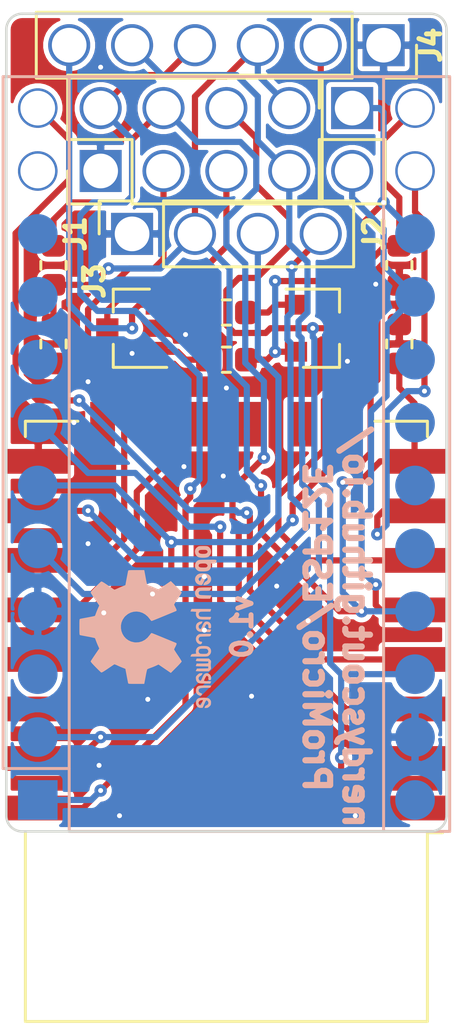
<source format=kicad_pcb>
(kicad_pcb (version 20171130) (host pcbnew 5.1.5)

  (general
    (thickness 0.8)
    (drawings 10)
    (tracks 350)
    (zones 0)
    (modules 15)
    (nets 21)
  )

  (page A4)
  (title_block
    (title ProMicro_ESP12E)
    (date 2020-06-01)
    (rev v1.0)
  )

  (layers
    (0 F.Cu mixed)
    (31 B.Cu mixed)
    (32 B.Adhes user)
    (33 F.Adhes user)
    (34 B.Paste user)
    (35 F.Paste user)
    (36 B.SilkS user)
    (37 F.SilkS user)
    (38 B.Mask user)
    (39 F.Mask user)
    (40 Dwgs.User user)
    (41 Cmts.User user)
    (42 Eco1.User user)
    (43 Eco2.User user)
    (44 Edge.Cuts user)
    (45 Margin user)
    (46 B.CrtYd user)
    (47 F.CrtYd user)
    (48 B.Fab user)
    (49 F.Fab user)
  )

  (setup
    (last_trace_width 0.25)
    (user_trace_width 0.1)
    (user_trace_width 0.2)
    (user_trace_width 0.25)
    (user_trace_width 0.4)
    (trace_clearance 0.2)
    (zone_clearance 0.125)
    (zone_45_only no)
    (trace_min 0.1)
    (via_size 0.5)
    (via_drill 0.2)
    (via_min_size 0.45)
    (via_min_drill 0.2)
    (user_via 0.45 0.2)
    (user_via 0.5 0.2)
    (user_via 0.6 0.3)
    (uvia_size 0.3)
    (uvia_drill 0.1)
    (uvias_allowed no)
    (uvia_min_size 0.2)
    (uvia_min_drill 0.1)
    (edge_width 0.05)
    (segment_width 0.2)
    (pcb_text_width 0.3)
    (pcb_text_size 1.5 1.5)
    (mod_edge_width 0.12)
    (mod_text_size 1 1)
    (mod_text_width 0.15)
    (pad_size 1.6 1.6)
    (pad_drill 1.4)
    (pad_to_mask_clearance 0)
    (aux_axis_origin 57.15 116.84)
    (grid_origin 57.15 116.84)
    (visible_elements FFFFFF7F)
    (pcbplotparams
      (layerselection 0x010fc_ffffffff)
      (usegerberextensions false)
      (usegerberattributes false)
      (usegerberadvancedattributes false)
      (creategerberjobfile false)
      (excludeedgelayer true)
      (linewidth 0.100000)
      (plotframeref false)
      (viasonmask false)
      (mode 1)
      (useauxorigin false)
      (hpglpennumber 1)
      (hpglpenspeed 20)
      (hpglpendiameter 15.000000)
      (psnegative false)
      (psa4output false)
      (plotreference true)
      (plotvalue true)
      (plotinvisibletext false)
      (padsonsilk false)
      (subtractmaskfromsilk false)
      (outputformat 1)
      (mirror false)
      (drillshape 1)
      (scaleselection 1)
      (outputdirectory ""))
  )

  (net 0 "")
  (net 1 GND)
  (net 2 Reset)
  (net 3 +3V3)
  (net 4 D4)
  (net 5 SCK)
  (net 6 MISO)
  (net 7 MOSI)
  (net 8 D10)
  (net 9 RXD)
  (net 10 TXD)
  (net 11 SCL)
  (net 12 SDA)
  (net 13 D9)
  (net 14 GPIO0)
  (net 15 GPIO2)
  (net 16 /EN)
  (net 17 /~DTR)
  (net 18 /~RTS)
  (net 19 "Net-(Q1-Pad1)")
  (net 20 "Net-(Q2-Pad1)")

  (net_class Default "This is the default net class."
    (clearance 0.2)
    (trace_width 0.25)
    (via_dia 0.5)
    (via_drill 0.2)
    (uvia_dia 0.3)
    (uvia_drill 0.1)
    (add_net +3V3)
    (add_net /EN)
    (add_net /~DTR)
    (add_net /~RTS)
    (add_net D10)
    (add_net D4)
    (add_net D9)
    (add_net GND)
    (add_net GPIO0)
    (add_net GPIO2)
    (add_net MISO)
    (add_net MOSI)
    (add_net "Net-(Q1-Pad1)")
    (add_net "Net-(Q2-Pad1)")
    (add_net RXD)
    (add_net Reset)
    (add_net SCK)
    (add_net SCL)
    (add_net SDA)
    (add_net TXD)
  )

  (net_class Power ""
    (clearance 0.2)
    (trace_width 0.4)
    (via_dia 0.6)
    (via_drill 0.3)
    (uvia_dia 0.3)
    (uvia_drill 0.1)
  )

  (net_class small ""
    (clearance 0.2)
    (trace_width 0.2)
    (via_dia 0.5)
    (via_drill 0.2)
    (uvia_dia 0.3)
    (uvia_drill 0.1)
  )

  (net_class tiny ""
    (clearance 0.1)
    (trace_width 0.1)
    (via_dia 0.45)
    (via_drill 0.2)
    (uvia_dia 0.3)
    (uvia_drill 0.1)
  )

  (module Symbol:OSHW-Logo2_7.3x6mm_SilkScreen (layer B.Cu) (tedit 0) (tstamp 5EDD049F)
    (at 61.595 109.855 270)
    (descr "Open Source Hardware Symbol")
    (tags "Logo Symbol OSHW")
    (path /5E92C736)
    (attr virtual)
    (fp_text reference LOGO1 (at 0 0 90) (layer B.SilkS) hide
      (effects (font (size 1 1) (thickness 0.15)) (justify mirror))
    )
    (fp_text value Logo_Open_Hardware_Small (at 0.75 0 90) (layer B.Fab) hide
      (effects (font (size 1 1) (thickness 0.15)) (justify mirror))
    )
    (fp_poly (pts (xy 0.10391 2.757652) (xy 0.182454 2.757222) (xy 0.239298 2.756058) (xy 0.278105 2.753793)
      (xy 0.302538 2.75006) (xy 0.316262 2.744494) (xy 0.32294 2.736727) (xy 0.326236 2.726395)
      (xy 0.326556 2.725057) (xy 0.331562 2.700921) (xy 0.340829 2.653299) (xy 0.353392 2.587259)
      (xy 0.368287 2.507872) (xy 0.384551 2.420204) (xy 0.385119 2.417125) (xy 0.40141 2.331211)
      (xy 0.416652 2.255304) (xy 0.429861 2.193955) (xy 0.440054 2.151718) (xy 0.446248 2.133145)
      (xy 0.446543 2.132816) (xy 0.464788 2.123747) (xy 0.502405 2.108633) (xy 0.551271 2.090738)
      (xy 0.551543 2.090642) (xy 0.613093 2.067507) (xy 0.685657 2.038035) (xy 0.754057 2.008403)
      (xy 0.757294 2.006938) (xy 0.868702 1.956374) (xy 1.115399 2.12484) (xy 1.191077 2.176197)
      (xy 1.259631 2.222111) (xy 1.317088 2.25997) (xy 1.359476 2.287163) (xy 1.382825 2.301079)
      (xy 1.385042 2.302111) (xy 1.40201 2.297516) (xy 1.433701 2.275345) (xy 1.481352 2.234553)
      (xy 1.546198 2.174095) (xy 1.612397 2.109773) (xy 1.676214 2.046388) (xy 1.733329 1.988549)
      (xy 1.780305 1.939825) (xy 1.813703 1.90379) (xy 1.830085 1.884016) (xy 1.830694 1.882998)
      (xy 1.832505 1.869428) (xy 1.825683 1.847267) (xy 1.80854 1.813522) (xy 1.779393 1.7652)
      (xy 1.736555 1.699308) (xy 1.679448 1.614483) (xy 1.628766 1.539823) (xy 1.583461 1.47286)
      (xy 1.54615 1.417484) (xy 1.519452 1.37758) (xy 1.505985 1.357038) (xy 1.505137 1.355644)
      (xy 1.506781 1.335962) (xy 1.519245 1.297707) (xy 1.540048 1.248111) (xy 1.547462 1.232272)
      (xy 1.579814 1.16171) (xy 1.614328 1.081647) (xy 1.642365 1.012371) (xy 1.662568 0.960955)
      (xy 1.678615 0.921881) (xy 1.687888 0.901459) (xy 1.689041 0.899886) (xy 1.706096 0.897279)
      (xy 1.746298 0.890137) (xy 1.804302 0.879477) (xy 1.874763 0.866315) (xy 1.952335 0.851667)
      (xy 2.031672 0.836551) (xy 2.107431 0.821982) (xy 2.174264 0.808978) (xy 2.226828 0.798555)
      (xy 2.259776 0.79173) (xy 2.267857 0.789801) (xy 2.276205 0.785038) (xy 2.282506 0.774282)
      (xy 2.287045 0.753902) (xy 2.290104 0.720266) (xy 2.291967 0.669745) (xy 2.292918 0.598708)
      (xy 2.29324 0.503524) (xy 2.293257 0.464508) (xy 2.293257 0.147201) (xy 2.217057 0.132161)
      (xy 2.174663 0.124005) (xy 2.1114 0.112101) (xy 2.034962 0.097884) (xy 1.953043 0.08279)
      (xy 1.9304 0.078645) (xy 1.854806 0.063947) (xy 1.788953 0.049495) (xy 1.738366 0.036625)
      (xy 1.708574 0.026678) (xy 1.703612 0.023713) (xy 1.691426 0.002717) (xy 1.673953 -0.037967)
      (xy 1.654577 -0.090322) (xy 1.650734 -0.1016) (xy 1.625339 -0.171523) (xy 1.593817 -0.250418)
      (xy 1.562969 -0.321266) (xy 1.562817 -0.321595) (xy 1.511447 -0.432733) (xy 1.680399 -0.681253)
      (xy 1.849352 -0.929772) (xy 1.632429 -1.147058) (xy 1.566819 -1.211726) (xy 1.506979 -1.268733)
      (xy 1.456267 -1.315033) (xy 1.418046 -1.347584) (xy 1.395675 -1.363343) (xy 1.392466 -1.364343)
      (xy 1.373626 -1.356469) (xy 1.33518 -1.334578) (xy 1.28133 -1.301267) (xy 1.216276 -1.259131)
      (xy 1.14594 -1.211943) (xy 1.074555 -1.16381) (xy 1.010908 -1.121928) (xy 0.959041 -1.088871)
      (xy 0.922995 -1.067218) (xy 0.906867 -1.059543) (xy 0.887189 -1.066037) (xy 0.849875 -1.08315)
      (xy 0.802621 -1.107326) (xy 0.797612 -1.110013) (xy 0.733977 -1.141927) (xy 0.690341 -1.157579)
      (xy 0.663202 -1.157745) (xy 0.649057 -1.143204) (xy 0.648975 -1.143) (xy 0.641905 -1.125779)
      (xy 0.625042 -1.084899) (xy 0.599695 -1.023525) (xy 0.567171 -0.944819) (xy 0.528778 -0.851947)
      (xy 0.485822 -0.748072) (xy 0.444222 -0.647502) (xy 0.398504 -0.536516) (xy 0.356526 -0.433703)
      (xy 0.319548 -0.342215) (xy 0.288827 -0.265201) (xy 0.265622 -0.205815) (xy 0.25119 -0.167209)
      (xy 0.246743 -0.1528) (xy 0.257896 -0.136272) (xy 0.287069 -0.10993) (xy 0.325971 -0.080887)
      (xy 0.436757 0.010961) (xy 0.523351 0.116241) (xy 0.584716 0.232734) (xy 0.619815 0.358224)
      (xy 0.627608 0.490493) (xy 0.621943 0.551543) (xy 0.591078 0.678205) (xy 0.53792 0.790059)
      (xy 0.465767 0.885999) (xy 0.377917 0.964924) (xy 0.277665 1.02573) (xy 0.16831 1.067313)
      (xy 0.053147 1.088572) (xy -0.064525 1.088401) (xy -0.18141 1.065699) (xy -0.294211 1.019362)
      (xy -0.399631 0.948287) (xy -0.443632 0.908089) (xy -0.528021 0.804871) (xy -0.586778 0.692075)
      (xy -0.620296 0.57299) (xy -0.628965 0.450905) (xy -0.613177 0.329107) (xy -0.573322 0.210884)
      (xy -0.509793 0.099525) (xy -0.422979 -0.001684) (xy -0.325971 -0.080887) (xy -0.285563 -0.111162)
      (xy -0.257018 -0.137219) (xy -0.246743 -0.152825) (xy -0.252123 -0.169843) (xy -0.267425 -0.2105)
      (xy -0.291388 -0.271642) (xy -0.322756 -0.350119) (xy -0.360268 -0.44278) (xy -0.402667 -0.546472)
      (xy -0.444337 -0.647526) (xy -0.49031 -0.758607) (xy -0.532893 -0.861541) (xy -0.570779 -0.953165)
      (xy -0.60266 -1.030316) (xy -0.627229 -1.089831) (xy -0.64318 -1.128544) (xy -0.64909 -1.143)
      (xy -0.663052 -1.157685) (xy -0.69006 -1.157642) (xy -0.733587 -1.142099) (xy -0.79711 -1.110284)
      (xy -0.797612 -1.110013) (xy -0.84544 -1.085323) (xy -0.884103 -1.067338) (xy -0.905905 -1.059614)
      (xy -0.906867 -1.059543) (xy -0.923279 -1.067378) (xy -0.959513 -1.089165) (xy -1.011526 -1.122328)
      (xy -1.075275 -1.164291) (xy -1.14594 -1.211943) (xy -1.217884 -1.260191) (xy -1.282726 -1.302151)
      (xy -1.336265 -1.335227) (xy -1.374303 -1.356821) (xy -1.392467 -1.364343) (xy -1.409192 -1.354457)
      (xy -1.44282 -1.326826) (xy -1.48999 -1.284495) (xy -1.547342 -1.230505) (xy -1.611516 -1.167899)
      (xy -1.632503 -1.146983) (xy -1.849501 -0.929623) (xy -1.684332 -0.68722) (xy -1.634136 -0.612781)
      (xy -1.590081 -0.545972) (xy -1.554638 -0.490665) (xy -1.530281 -0.450729) (xy -1.519478 -0.430036)
      (xy -1.519162 -0.428563) (xy -1.524857 -0.409058) (xy -1.540174 -0.369822) (xy -1.562463 -0.31743)
      (xy -1.578107 -0.282355) (xy -1.607359 -0.215201) (xy -1.634906 -0.147358) (xy -1.656263 -0.090034)
      (xy -1.662065 -0.072572) (xy -1.678548 -0.025938) (xy -1.69466 0.010095) (xy -1.70351 0.023713)
      (xy -1.72304 0.032048) (xy -1.765666 0.043863) (xy -1.825855 0.057819) (xy -1.898078 0.072578)
      (xy -1.9304 0.078645) (xy -2.012478 0.093727) (xy -2.091205 0.108331) (xy -2.158891 0.12102)
      (xy -2.20784 0.130358) (xy -2.217057 0.132161) (xy -2.293257 0.147201) (xy -2.293257 0.464508)
      (xy -2.293086 0.568846) (xy -2.292384 0.647787) (xy -2.290866 0.704962) (xy -2.288251 0.744001)
      (xy -2.284254 0.768535) (xy -2.278591 0.782195) (xy -2.27098 0.788611) (xy -2.267857 0.789801)
      (xy -2.249022 0.79402) (xy -2.207412 0.802438) (xy -2.14837 0.814039) (xy -2.077243 0.827805)
      (xy -1.999375 0.84272) (xy -1.920113 0.857768) (xy -1.844802 0.871931) (xy -1.778787 0.884194)
      (xy -1.727413 0.893539) (xy -1.696025 0.89895) (xy -1.689041 0.899886) (xy -1.682715 0.912404)
      (xy -1.66871 0.945754) (xy -1.649645 0.993623) (xy -1.642366 1.012371) (xy -1.613004 1.084805)
      (xy -1.578429 1.16483) (xy -1.547463 1.232272) (xy -1.524677 1.283841) (xy -1.509518 1.326215)
      (xy -1.504458 1.352166) (xy -1.505264 1.355644) (xy -1.515959 1.372064) (xy -1.54038 1.408583)
      (xy -1.575905 1.461313) (xy -1.619913 1.526365) (xy -1.669783 1.599849) (xy -1.679644 1.614355)
      (xy -1.737508 1.700296) (xy -1.780044 1.765739) (xy -1.808946 1.813696) (xy -1.82591 1.84718)
      (xy -1.832633 1.869205) (xy -1.83081 1.882783) (xy -1.830764 1.882869) (xy -1.816414 1.900703)
      (xy -1.784677 1.935183) (xy -1.73899 1.982732) (xy -1.682796 2.039778) (xy -1.619532 2.102745)
      (xy -1.612398 2.109773) (xy -1.53267 2.18698) (xy -1.471143 2.24367) (xy -1.426579 2.28089)
      (xy -1.397743 2.299685) (xy -1.385042 2.302111) (xy -1.366506 2.291529) (xy -1.328039 2.267084)
      (xy -1.273614 2.231388) (xy -1.207202 2.187053) (xy -1.132775 2.136689) (xy -1.115399 2.12484)
      (xy -0.868703 1.956374) (xy -0.757294 2.006938) (xy -0.689543 2.036405) (xy -0.616817 2.066041)
      (xy -0.554297 2.08967) (xy -0.551543 2.090642) (xy -0.50264 2.108543) (xy -0.464943 2.12368)
      (xy -0.446575 2.13279) (xy -0.446544 2.132816) (xy -0.440715 2.149283) (xy -0.430808 2.189781)
      (xy -0.417805 2.249758) (xy -0.402691 2.32466) (xy -0.386448 2.409936) (xy -0.385119 2.417125)
      (xy -0.368825 2.504986) (xy -0.353867 2.58474) (xy -0.341209 2.651319) (xy -0.331814 2.699653)
      (xy -0.326646 2.724675) (xy -0.326556 2.725057) (xy -0.323411 2.735701) (xy -0.317296 2.743738)
      (xy -0.304547 2.749533) (xy -0.2815 2.753453) (xy -0.244491 2.755865) (xy -0.189856 2.757135)
      (xy -0.113933 2.757629) (xy -0.013056 2.757714) (xy 0 2.757714) (xy 0.10391 2.757652)) (layer B.SilkS) (width 0.01))
    (fp_poly (pts (xy 3.153595 -1.966966) (xy 3.211021 -2.004497) (xy 3.238719 -2.038096) (xy 3.260662 -2.099064)
      (xy 3.262405 -2.147308) (xy 3.258457 -2.211816) (xy 3.109686 -2.276934) (xy 3.037349 -2.310202)
      (xy 2.990084 -2.336964) (xy 2.965507 -2.360144) (xy 2.961237 -2.382667) (xy 2.974889 -2.407455)
      (xy 2.989943 -2.423886) (xy 3.033746 -2.450235) (xy 3.081389 -2.452081) (xy 3.125145 -2.431546)
      (xy 3.157289 -2.390752) (xy 3.163038 -2.376347) (xy 3.190576 -2.331356) (xy 3.222258 -2.312182)
      (xy 3.265714 -2.295779) (xy 3.265714 -2.357966) (xy 3.261872 -2.400283) (xy 3.246823 -2.435969)
      (xy 3.21528 -2.476943) (xy 3.210592 -2.482267) (xy 3.175506 -2.51872) (xy 3.145347 -2.538283)
      (xy 3.107615 -2.547283) (xy 3.076335 -2.55023) (xy 3.020385 -2.550965) (xy 2.980555 -2.54166)
      (xy 2.955708 -2.527846) (xy 2.916656 -2.497467) (xy 2.889625 -2.464613) (xy 2.872517 -2.423294)
      (xy 2.863238 -2.367521) (xy 2.859693 -2.291305) (xy 2.85941 -2.252622) (xy 2.860372 -2.206247)
      (xy 2.948007 -2.206247) (xy 2.949023 -2.231126) (xy 2.951556 -2.2352) (xy 2.968274 -2.229665)
      (xy 3.004249 -2.215017) (xy 3.052331 -2.19419) (xy 3.062386 -2.189714) (xy 3.123152 -2.158814)
      (xy 3.156632 -2.131657) (xy 3.16399 -2.10622) (xy 3.146391 -2.080481) (xy 3.131856 -2.069109)
      (xy 3.07941 -2.046364) (xy 3.030322 -2.050122) (xy 2.989227 -2.077884) (xy 2.960758 -2.127152)
      (xy 2.951631 -2.166257) (xy 2.948007 -2.206247) (xy 2.860372 -2.206247) (xy 2.861285 -2.162249)
      (xy 2.868196 -2.095384) (xy 2.881884 -2.046695) (xy 2.904096 -2.010849) (xy 2.936574 -1.982513)
      (xy 2.950733 -1.973355) (xy 3.015053 -1.949507) (xy 3.085473 -1.948006) (xy 3.153595 -1.966966)) (layer B.SilkS) (width 0.01))
    (fp_poly (pts (xy 2.6526 -1.958752) (xy 2.669948 -1.966334) (xy 2.711356 -1.999128) (xy 2.746765 -2.046547)
      (xy 2.768664 -2.097151) (xy 2.772229 -2.122098) (xy 2.760279 -2.156927) (xy 2.734067 -2.175357)
      (xy 2.705964 -2.186516) (xy 2.693095 -2.188572) (xy 2.686829 -2.173649) (xy 2.674456 -2.141175)
      (xy 2.669028 -2.126502) (xy 2.63859 -2.075744) (xy 2.59452 -2.050427) (xy 2.53801 -2.051206)
      (xy 2.533825 -2.052203) (xy 2.503655 -2.066507) (xy 2.481476 -2.094393) (xy 2.466327 -2.139287)
      (xy 2.45725 -2.204615) (xy 2.453286 -2.293804) (xy 2.452914 -2.341261) (xy 2.45273 -2.416071)
      (xy 2.451522 -2.467069) (xy 2.448309 -2.499471) (xy 2.442109 -2.518495) (xy 2.43194 -2.529356)
      (xy 2.416819 -2.537272) (xy 2.415946 -2.53767) (xy 2.386828 -2.549981) (xy 2.372403 -2.554514)
      (xy 2.370186 -2.540809) (xy 2.368289 -2.502925) (xy 2.366847 -2.445715) (xy 2.365998 -2.374027)
      (xy 2.365829 -2.321565) (xy 2.366692 -2.220047) (xy 2.37007 -2.143032) (xy 2.377142 -2.086023)
      (xy 2.389088 -2.044526) (xy 2.40709 -2.014043) (xy 2.432327 -1.99008) (xy 2.457247 -1.973355)
      (xy 2.517171 -1.951097) (xy 2.586911 -1.946076) (xy 2.6526 -1.958752)) (layer B.SilkS) (width 0.01))
    (fp_poly (pts (xy 2.144876 -1.956335) (xy 2.186667 -1.975344) (xy 2.219469 -1.998378) (xy 2.243503 -2.024133)
      (xy 2.260097 -2.057358) (xy 2.270577 -2.1028) (xy 2.276271 -2.165207) (xy 2.278507 -2.249327)
      (xy 2.278743 -2.304721) (xy 2.278743 -2.520826) (xy 2.241774 -2.53767) (xy 2.212656 -2.549981)
      (xy 2.198231 -2.554514) (xy 2.195472 -2.541025) (xy 2.193282 -2.504653) (xy 2.191942 -2.451542)
      (xy 2.191657 -2.409372) (xy 2.190434 -2.348447) (xy 2.187136 -2.300115) (xy 2.182321 -2.270518)
      (xy 2.178496 -2.264229) (xy 2.152783 -2.270652) (xy 2.112418 -2.287125) (xy 2.065679 -2.309458)
      (xy 2.020845 -2.333457) (xy 1.986193 -2.35493) (xy 1.970002 -2.369685) (xy 1.969938 -2.369845)
      (xy 1.97133 -2.397152) (xy 1.983818 -2.423219) (xy 2.005743 -2.444392) (xy 2.037743 -2.451474)
      (xy 2.065092 -2.450649) (xy 2.103826 -2.450042) (xy 2.124158 -2.459116) (xy 2.136369 -2.483092)
      (xy 2.137909 -2.487613) (xy 2.143203 -2.521806) (xy 2.129047 -2.542568) (xy 2.092148 -2.552462)
      (xy 2.052289 -2.554292) (xy 1.980562 -2.540727) (xy 1.943432 -2.521355) (xy 1.897576 -2.475845)
      (xy 1.873256 -2.419983) (xy 1.871073 -2.360957) (xy 1.891629 -2.305953) (xy 1.922549 -2.271486)
      (xy 1.95342 -2.252189) (xy 2.001942 -2.227759) (xy 2.058485 -2.202985) (xy 2.06791 -2.199199)
      (xy 2.130019 -2.171791) (xy 2.165822 -2.147634) (xy 2.177337 -2.123619) (xy 2.16658 -2.096635)
      (xy 2.148114 -2.075543) (xy 2.104469 -2.049572) (xy 2.056446 -2.047624) (xy 2.012406 -2.067637)
      (xy 1.980709 -2.107551) (xy 1.976549 -2.117848) (xy 1.952327 -2.155724) (xy 1.916965 -2.183842)
      (xy 1.872343 -2.206917) (xy 1.872343 -2.141485) (xy 1.874969 -2.101506) (xy 1.88623 -2.069997)
      (xy 1.911199 -2.036378) (xy 1.935169 -2.010484) (xy 1.972441 -1.973817) (xy 2.001401 -1.954121)
      (xy 2.032505 -1.94622) (xy 2.067713 -1.944914) (xy 2.144876 -1.956335)) (layer B.SilkS) (width 0.01))
    (fp_poly (pts (xy 1.779833 -1.958663) (xy 1.782048 -1.99685) (xy 1.783784 -2.054886) (xy 1.784899 -2.12818)
      (xy 1.785257 -2.205055) (xy 1.785257 -2.465196) (xy 1.739326 -2.511127) (xy 1.707675 -2.539429)
      (xy 1.67989 -2.550893) (xy 1.641915 -2.550168) (xy 1.62684 -2.548321) (xy 1.579726 -2.542948)
      (xy 1.540756 -2.539869) (xy 1.531257 -2.539585) (xy 1.499233 -2.541445) (xy 1.453432 -2.546114)
      (xy 1.435674 -2.548321) (xy 1.392057 -2.551735) (xy 1.362745 -2.54432) (xy 1.33368 -2.521427)
      (xy 1.323188 -2.511127) (xy 1.277257 -2.465196) (xy 1.277257 -1.978602) (xy 1.314226 -1.961758)
      (xy 1.346059 -1.949282) (xy 1.364683 -1.944914) (xy 1.369458 -1.958718) (xy 1.373921 -1.997286)
      (xy 1.377775 -2.056356) (xy 1.380722 -2.131663) (xy 1.382143 -2.195286) (xy 1.386114 -2.445657)
      (xy 1.420759 -2.450556) (xy 1.452268 -2.447131) (xy 1.467708 -2.436041) (xy 1.472023 -2.415308)
      (xy 1.475708 -2.371145) (xy 1.478469 -2.309146) (xy 1.480012 -2.234909) (xy 1.480235 -2.196706)
      (xy 1.480457 -1.976783) (xy 1.526166 -1.960849) (xy 1.558518 -1.950015) (xy 1.576115 -1.944962)
      (xy 1.576623 -1.944914) (xy 1.578388 -1.958648) (xy 1.580329 -1.99673) (xy 1.582282 -2.054482)
      (xy 1.584084 -2.127227) (xy 1.585343 -2.195286) (xy 1.589314 -2.445657) (xy 1.6764 -2.445657)
      (xy 1.680396 -2.21724) (xy 1.684392 -1.988822) (xy 1.726847 -1.966868) (xy 1.758192 -1.951793)
      (xy 1.776744 -1.944951) (xy 1.777279 -1.944914) (xy 1.779833 -1.958663)) (layer B.SilkS) (width 0.01))
    (fp_poly (pts (xy 1.190117 -2.065358) (xy 1.189933 -2.173837) (xy 1.189219 -2.257287) (xy 1.187675 -2.319704)
      (xy 1.185001 -2.365085) (xy 1.180894 -2.397429) (xy 1.175055 -2.420733) (xy 1.167182 -2.438995)
      (xy 1.161221 -2.449418) (xy 1.111855 -2.505945) (xy 1.049264 -2.541377) (xy 0.980013 -2.55409)
      (xy 0.910668 -2.542463) (xy 0.869375 -2.521568) (xy 0.826025 -2.485422) (xy 0.796481 -2.441276)
      (xy 0.778655 -2.383462) (xy 0.770463 -2.306313) (xy 0.769302 -2.249714) (xy 0.769458 -2.245647)
      (xy 0.870857 -2.245647) (xy 0.871476 -2.31055) (xy 0.874314 -2.353514) (xy 0.88084 -2.381622)
      (xy 0.892523 -2.401953) (xy 0.906483 -2.417288) (xy 0.953365 -2.44689) (xy 1.003701 -2.449419)
      (xy 1.051276 -2.424705) (xy 1.054979 -2.421356) (xy 1.070783 -2.403935) (xy 1.080693 -2.383209)
      (xy 1.086058 -2.352362) (xy 1.088228 -2.304577) (xy 1.088571 -2.251748) (xy 1.087827 -2.185381)
      (xy 1.084748 -2.141106) (xy 1.078061 -2.112009) (xy 1.066496 -2.091173) (xy 1.057013 -2.080107)
      (xy 1.01296 -2.052198) (xy 0.962224 -2.048843) (xy 0.913796 -2.070159) (xy 0.90445 -2.078073)
      (xy 0.88854 -2.095647) (xy 0.87861 -2.116587) (xy 0.873278 -2.147782) (xy 0.871163 -2.196122)
      (xy 0.870857 -2.245647) (xy 0.769458 -2.245647) (xy 0.77281 -2.158568) (xy 0.784726 -2.090086)
      (xy 0.807135 -2.0386) (xy 0.842124 -1.998443) (xy 0.869375 -1.977861) (xy 0.918907 -1.955625)
      (xy 0.976316 -1.945304) (xy 1.029682 -1.948067) (xy 1.059543 -1.959212) (xy 1.071261 -1.962383)
      (xy 1.079037 -1.950557) (xy 1.084465 -1.918866) (xy 1.088571 -1.870593) (xy 1.093067 -1.816829)
      (xy 1.099313 -1.784482) (xy 1.110676 -1.765985) (xy 1.130528 -1.75377) (xy 1.143 -1.748362)
      (xy 1.190171 -1.728601) (xy 1.190117 -2.065358)) (layer B.SilkS) (width 0.01))
    (fp_poly (pts (xy 0.529926 -1.949755) (xy 0.595858 -1.974084) (xy 0.649273 -2.017117) (xy 0.670164 -2.047409)
      (xy 0.692939 -2.102994) (xy 0.692466 -2.143186) (xy 0.668562 -2.170217) (xy 0.659717 -2.174813)
      (xy 0.62153 -2.189144) (xy 0.602028 -2.185472) (xy 0.595422 -2.161407) (xy 0.595086 -2.148114)
      (xy 0.582992 -2.09921) (xy 0.551471 -2.064999) (xy 0.507659 -2.048476) (xy 0.458695 -2.052634)
      (xy 0.418894 -2.074227) (xy 0.40545 -2.086544) (xy 0.395921 -2.101487) (xy 0.389485 -2.124075)
      (xy 0.385317 -2.159328) (xy 0.382597 -2.212266) (xy 0.380502 -2.287907) (xy 0.37996 -2.311857)
      (xy 0.377981 -2.39379) (xy 0.375731 -2.451455) (xy 0.372357 -2.489608) (xy 0.367006 -2.513004)
      (xy 0.358824 -2.526398) (xy 0.346959 -2.534545) (xy 0.339362 -2.538144) (xy 0.307102 -2.550452)
      (xy 0.288111 -2.554514) (xy 0.281836 -2.540948) (xy 0.278006 -2.499934) (xy 0.2766 -2.430999)
      (xy 0.277598 -2.333669) (xy 0.277908 -2.318657) (xy 0.280101 -2.229859) (xy 0.282693 -2.165019)
      (xy 0.286382 -2.119067) (xy 0.291864 -2.086935) (xy 0.299835 -2.063553) (xy 0.310993 -2.043852)
      (xy 0.31683 -2.03541) (xy 0.350296 -1.998057) (xy 0.387727 -1.969003) (xy 0.392309 -1.966467)
      (xy 0.459426 -1.946443) (xy 0.529926 -1.949755)) (layer B.SilkS) (width 0.01))
    (fp_poly (pts (xy 0.039744 -1.950968) (xy 0.096616 -1.972087) (xy 0.097267 -1.972493) (xy 0.13244 -1.99838)
      (xy 0.158407 -2.028633) (xy 0.17667 -2.068058) (xy 0.188732 -2.121462) (xy 0.196096 -2.193651)
      (xy 0.200264 -2.289432) (xy 0.200629 -2.303078) (xy 0.205876 -2.508842) (xy 0.161716 -2.531678)
      (xy 0.129763 -2.54711) (xy 0.11047 -2.554423) (xy 0.109578 -2.554514) (xy 0.106239 -2.541022)
      (xy 0.103587 -2.504626) (xy 0.101956 -2.451452) (xy 0.1016 -2.408393) (xy 0.101592 -2.338641)
      (xy 0.098403 -2.294837) (xy 0.087288 -2.273944) (xy 0.063501 -2.272925) (xy 0.022296 -2.288741)
      (xy -0.039914 -2.317815) (xy -0.085659 -2.341963) (xy -0.109187 -2.362913) (xy -0.116104 -2.385747)
      (xy -0.116114 -2.386877) (xy -0.104701 -2.426212) (xy -0.070908 -2.447462) (xy -0.019191 -2.450539)
      (xy 0.018061 -2.450006) (xy 0.037703 -2.460735) (xy 0.049952 -2.486505) (xy 0.057002 -2.519337)
      (xy 0.046842 -2.537966) (xy 0.043017 -2.540632) (xy 0.007001 -2.55134) (xy -0.043434 -2.552856)
      (xy -0.095374 -2.545759) (xy -0.132178 -2.532788) (xy -0.183062 -2.489585) (xy -0.211986 -2.429446)
      (xy -0.217714 -2.382462) (xy -0.213343 -2.340082) (xy -0.197525 -2.305488) (xy -0.166203 -2.274763)
      (xy -0.115322 -2.24399) (xy -0.040824 -2.209252) (xy -0.036286 -2.207288) (xy 0.030821 -2.176287)
      (xy 0.072232 -2.150862) (xy 0.089981 -2.128014) (xy 0.086107 -2.104745) (xy 0.062643 -2.078056)
      (xy 0.055627 -2.071914) (xy 0.00863 -2.0481) (xy -0.040067 -2.049103) (xy -0.082478 -2.072451)
      (xy -0.110616 -2.115675) (xy -0.113231 -2.12416) (xy -0.138692 -2.165308) (xy -0.170999 -2.185128)
      (xy -0.217714 -2.20477) (xy -0.217714 -2.15395) (xy -0.203504 -2.080082) (xy -0.161325 -2.012327)
      (xy -0.139376 -1.989661) (xy -0.089483 -1.960569) (xy -0.026033 -1.9474) (xy 0.039744 -1.950968)) (layer B.SilkS) (width 0.01))
    (fp_poly (pts (xy -0.624114 -1.851289) (xy -0.619861 -1.910613) (xy -0.614975 -1.945572) (xy -0.608205 -1.96082)
      (xy -0.598298 -1.961015) (xy -0.595086 -1.959195) (xy -0.552356 -1.946015) (xy -0.496773 -1.946785)
      (xy -0.440263 -1.960333) (xy -0.404918 -1.977861) (xy -0.368679 -2.005861) (xy -0.342187 -2.037549)
      (xy -0.324001 -2.077813) (xy -0.312678 -2.131543) (xy -0.306778 -2.203626) (xy -0.304857 -2.298951)
      (xy -0.304823 -2.317237) (xy -0.3048 -2.522646) (xy -0.350509 -2.53858) (xy -0.382973 -2.54942)
      (xy -0.400785 -2.554468) (xy -0.401309 -2.554514) (xy -0.403063 -2.540828) (xy -0.404556 -2.503076)
      (xy -0.405674 -2.446224) (xy -0.406303 -2.375234) (xy -0.4064 -2.332073) (xy -0.406602 -2.246973)
      (xy -0.407642 -2.185981) (xy -0.410169 -2.144177) (xy -0.414836 -2.116642) (xy -0.422293 -2.098456)
      (xy -0.433189 -2.084698) (xy -0.439993 -2.078073) (xy -0.486728 -2.051375) (xy -0.537728 -2.049375)
      (xy -0.583999 -2.071955) (xy -0.592556 -2.080107) (xy -0.605107 -2.095436) (xy -0.613812 -2.113618)
      (xy -0.619369 -2.139909) (xy -0.622474 -2.179562) (xy -0.623824 -2.237832) (xy -0.624114 -2.318173)
      (xy -0.624114 -2.522646) (xy -0.669823 -2.53858) (xy -0.702287 -2.54942) (xy -0.720099 -2.554468)
      (xy -0.720623 -2.554514) (xy -0.721963 -2.540623) (xy -0.723172 -2.501439) (xy -0.724199 -2.4407)
      (xy -0.724998 -2.362141) (xy -0.725519 -2.269498) (xy -0.725714 -2.166509) (xy -0.725714 -1.769342)
      (xy -0.678543 -1.749444) (xy -0.631371 -1.729547) (xy -0.624114 -1.851289)) (layer B.SilkS) (width 0.01))
    (fp_poly (pts (xy -1.831697 -1.931239) (xy -1.774473 -1.969735) (xy -1.730251 -2.025335) (xy -1.703833 -2.096086)
      (xy -1.69849 -2.148162) (xy -1.699097 -2.169893) (xy -1.704178 -2.186531) (xy -1.718145 -2.201437)
      (xy -1.745411 -2.217973) (xy -1.790388 -2.239498) (xy -1.857489 -2.269374) (xy -1.857829 -2.269524)
      (xy -1.919593 -2.297813) (xy -1.970241 -2.322933) (xy -2.004596 -2.342179) (xy -2.017482 -2.352848)
      (xy -2.017486 -2.352934) (xy -2.006128 -2.376166) (xy -1.979569 -2.401774) (xy -1.949077 -2.420221)
      (xy -1.93363 -2.423886) (xy -1.891485 -2.411212) (xy -1.855192 -2.379471) (xy -1.837483 -2.344572)
      (xy -1.820448 -2.318845) (xy -1.787078 -2.289546) (xy -1.747851 -2.264235) (xy -1.713244 -2.250471)
      (xy -1.706007 -2.249714) (xy -1.697861 -2.26216) (xy -1.69737 -2.293972) (xy -1.703357 -2.336866)
      (xy -1.714643 -2.382558) (xy -1.73005 -2.422761) (xy -1.730829 -2.424322) (xy -1.777196 -2.489062)
      (xy -1.837289 -2.533097) (xy -1.905535 -2.554711) (xy -1.976362 -2.552185) (xy -2.044196 -2.523804)
      (xy -2.047212 -2.521808) (xy -2.100573 -2.473448) (xy -2.13566 -2.410352) (xy -2.155078 -2.327387)
      (xy -2.157684 -2.304078) (xy -2.162299 -2.194055) (xy -2.156767 -2.142748) (xy -2.017486 -2.142748)
      (xy -2.015676 -2.174753) (xy -2.005778 -2.184093) (xy -1.981102 -2.177105) (xy -1.942205 -2.160587)
      (xy -1.898725 -2.139881) (xy -1.897644 -2.139333) (xy -1.860791 -2.119949) (xy -1.846 -2.107013)
      (xy -1.849647 -2.093451) (xy -1.865005 -2.075632) (xy -1.904077 -2.049845) (xy -1.946154 -2.04795)
      (xy -1.983897 -2.066717) (xy -2.009966 -2.102915) (xy -2.017486 -2.142748) (xy -2.156767 -2.142748)
      (xy -2.152806 -2.106027) (xy -2.12845 -2.036212) (xy -2.094544 -1.987302) (xy -2.033347 -1.937878)
      (xy -1.965937 -1.913359) (xy -1.89712 -1.911797) (xy -1.831697 -1.931239)) (layer B.SilkS) (width 0.01))
    (fp_poly (pts (xy -2.958885 -1.921962) (xy -2.890855 -1.957733) (xy -2.840649 -2.015301) (xy -2.822815 -2.052312)
      (xy -2.808937 -2.107882) (xy -2.801833 -2.178096) (xy -2.80116 -2.254727) (xy -2.806573 -2.329552)
      (xy -2.81773 -2.394342) (xy -2.834286 -2.440873) (xy -2.839374 -2.448887) (xy -2.899645 -2.508707)
      (xy -2.971231 -2.544535) (xy -3.048908 -2.55502) (xy -3.127452 -2.53881) (xy -3.149311 -2.529092)
      (xy -3.191878 -2.499143) (xy -3.229237 -2.459433) (xy -3.232768 -2.454397) (xy -3.247119 -2.430124)
      (xy -3.256606 -2.404178) (xy -3.26221 -2.370022) (xy -3.264914 -2.321119) (xy -3.265701 -2.250935)
      (xy -3.265714 -2.2352) (xy -3.265678 -2.230192) (xy -3.120571 -2.230192) (xy -3.119727 -2.29643)
      (xy -3.116404 -2.340386) (xy -3.109417 -2.368779) (xy -3.097584 -2.388325) (xy -3.091543 -2.394857)
      (xy -3.056814 -2.41968) (xy -3.023097 -2.418548) (xy -2.989005 -2.397016) (xy -2.968671 -2.374029)
      (xy -2.956629 -2.340478) (xy -2.949866 -2.287569) (xy -2.949402 -2.281399) (xy -2.948248 -2.185513)
      (xy -2.960312 -2.114299) (xy -2.98543 -2.068194) (xy -3.02344 -2.047635) (xy -3.037008 -2.046514)
      (xy -3.072636 -2.052152) (xy -3.097006 -2.071686) (xy -3.111907 -2.109042) (xy -3.119125 -2.16815)
      (xy -3.120571 -2.230192) (xy -3.265678 -2.230192) (xy -3.265174 -2.160413) (xy -3.262904 -2.108159)
      (xy -3.257932 -2.071949) (xy -3.249287 -2.045299) (xy -3.235995 -2.021722) (xy -3.233057 -2.017338)
      (xy -3.183687 -1.958249) (xy -3.129891 -1.923947) (xy -3.064398 -1.910331) (xy -3.042158 -1.909665)
      (xy -2.958885 -1.921962)) (layer B.SilkS) (width 0.01))
    (fp_poly (pts (xy -1.283907 -1.92778) (xy -1.237328 -1.954723) (xy -1.204943 -1.981466) (xy -1.181258 -2.009484)
      (xy -1.164941 -2.043748) (xy -1.154661 -2.089227) (xy -1.149086 -2.150892) (xy -1.146884 -2.233711)
      (xy -1.146629 -2.293246) (xy -1.146629 -2.512391) (xy -1.208314 -2.540044) (xy -1.27 -2.567697)
      (xy -1.277257 -2.32767) (xy -1.280256 -2.238028) (xy -1.283402 -2.172962) (xy -1.287299 -2.128026)
      (xy -1.292553 -2.09877) (xy -1.299769 -2.080748) (xy -1.30955 -2.069511) (xy -1.312688 -2.067079)
      (xy -1.360239 -2.048083) (xy -1.408303 -2.0556) (xy -1.436914 -2.075543) (xy -1.448553 -2.089675)
      (xy -1.456609 -2.10822) (xy -1.461729 -2.136334) (xy -1.464559 -2.179173) (xy -1.465744 -2.241895)
      (xy -1.465943 -2.307261) (xy -1.465982 -2.389268) (xy -1.467386 -2.447316) (xy -1.472086 -2.486465)
      (xy -1.482013 -2.51178) (xy -1.499097 -2.528323) (xy -1.525268 -2.541156) (xy -1.560225 -2.554491)
      (xy -1.598404 -2.569007) (xy -1.593859 -2.311389) (xy -1.592029 -2.218519) (xy -1.589888 -2.149889)
      (xy -1.586819 -2.100711) (xy -1.582206 -2.066198) (xy -1.575432 -2.041562) (xy -1.565881 -2.022016)
      (xy -1.554366 -2.00477) (xy -1.49881 -1.94968) (xy -1.43102 -1.917822) (xy -1.357287 -1.910191)
      (xy -1.283907 -1.92778)) (layer B.SilkS) (width 0.01))
    (fp_poly (pts (xy -2.400256 -1.919918) (xy -2.344799 -1.947568) (xy -2.295852 -1.99848) (xy -2.282371 -2.017338)
      (xy -2.267686 -2.042015) (xy -2.258158 -2.068816) (xy -2.252707 -2.104587) (xy -2.250253 -2.156169)
      (xy -2.249714 -2.224267) (xy -2.252148 -2.317588) (xy -2.260606 -2.387657) (xy -2.276826 -2.439931)
      (xy -2.302546 -2.479869) (xy -2.339503 -2.512929) (xy -2.342218 -2.514886) (xy -2.37864 -2.534908)
      (xy -2.422498 -2.544815) (xy -2.478276 -2.547257) (xy -2.568952 -2.547257) (xy -2.56899 -2.635283)
      (xy -2.569834 -2.684308) (xy -2.574976 -2.713065) (xy -2.588413 -2.730311) (xy -2.614142 -2.744808)
      (xy -2.620321 -2.747769) (xy -2.649236 -2.761648) (xy -2.671624 -2.770414) (xy -2.688271 -2.771171)
      (xy -2.699964 -2.761023) (xy -2.70749 -2.737073) (xy -2.711634 -2.696426) (xy -2.713185 -2.636186)
      (xy -2.712929 -2.553455) (xy -2.711651 -2.445339) (xy -2.711252 -2.413) (xy -2.709815 -2.301524)
      (xy -2.708528 -2.228603) (xy -2.569029 -2.228603) (xy -2.568245 -2.290499) (xy -2.56476 -2.330997)
      (xy -2.556876 -2.357708) (xy -2.542895 -2.378244) (xy -2.533403 -2.38826) (xy -2.494596 -2.417567)
      (xy -2.460237 -2.419952) (xy -2.424784 -2.39575) (xy -2.423886 -2.394857) (xy -2.409461 -2.376153)
      (xy -2.400687 -2.350732) (xy -2.396261 -2.311584) (xy -2.394882 -2.251697) (xy -2.394857 -2.23843)
      (xy -2.398188 -2.155901) (xy -2.409031 -2.098691) (xy -2.42866 -2.063766) (xy -2.45835 -2.048094)
      (xy -2.475509 -2.046514) (xy -2.516234 -2.053926) (xy -2.544168 -2.07833) (xy -2.560983 -2.12298)
      (xy -2.56835 -2.19113) (xy -2.569029 -2.228603) (xy -2.708528 -2.228603) (xy -2.708292 -2.215245)
      (xy -2.706323 -2.150333) (xy -2.70355 -2.102958) (xy -2.699612 -2.06929) (xy -2.694151 -2.045498)
      (xy -2.686808 -2.027753) (xy -2.677223 -2.012224) (xy -2.673113 -2.006381) (xy -2.618595 -1.951185)
      (xy -2.549664 -1.91989) (xy -2.469928 -1.911165) (xy -2.400256 -1.919918)) (layer B.SilkS) (width 0.01))
  )

  (module Module:Sparkfun_Pro_Micro (layer B.Cu) (tedit 5EB6E55F) (tstamp 5E92BEF1)
    (at 57.15 116.84)
    (descr "Sparkfun Pro Micro, https://www.sparkfun.com/products/12587")
    (tags "Sparkfun Pro Micro")
    (path /5E0DC4DC)
    (attr smd)
    (fp_text reference A1 (at 2.54 0 -90 unlocked) (layer F.SilkS) hide
      (effects (font (size 1 1) (thickness 0.15)))
    )
    (fp_text value Sparkfun_Pro_Micro_3V3 (at 8.89 -13.97 -90) (layer B.Fab) hide
      (effects (font (size 1 1) (thickness 0.15)) (justify mirror))
    )
    (fp_line (start 16.8 -29.3) (end -1.5 -29.3) (layer B.CrtYd) (width 0.05))
    (fp_line (start 16.8 -29.3) (end 16.8 1.5) (layer B.CrtYd) (width 0.05))
    (fp_line (start -1.5 1.5) (end -1.5 -29.3) (layer B.CrtYd) (width 0.05))
    (fp_line (start -1.5 1.5) (end 16.8 1.5) (layer B.CrtYd) (width 0.05))
    (fp_line (start 16.5 1.1) (end 16.5 -29.05) (layer B.Fab) (width 0.1))
    (fp_line (start -0.8 1.1) (end 16.5 1.1) (layer B.Fab) (width 0.1))
    (fp_line (start -0.8 1.1) (end -1.27 0.6) (layer B.Fab) (width 0.1))
    (fp_line (start -1.27 -29.05) (end -1.27 0.6) (layer B.Fab) (width 0.1))
    (fp_line (start 16.5 -29.05) (end -1.27 -29.05) (layer B.Fab) (width 0.1))
    (fp_line (start 16.64 1.27) (end 1.27 1.27) (layer B.SilkS) (width 0.12))
    (fp_line (start 16.64 -29.21) (end 16.64 1.27) (layer B.SilkS) (width 0.12))
    (fp_line (start -1.4 -29.21) (end 16.64 -29.21) (layer B.SilkS) (width 0.12))
    (fp_line (start 1.27 1.27) (end 1.27 -29.21) (layer B.SilkS) (width 0.12))
    (fp_line (start 1.27 -1.27) (end -1.4 -1.27) (layer B.SilkS) (width 0.12))
    (fp_line (start 13.97 1.27) (end 13.97 -29.21) (layer B.SilkS) (width 0.12))
    (fp_line (start -1.4 -1.27) (end -1.4 -29.21) (layer B.SilkS) (width 0.12))
    (fp_text user %R (at 6.096 -13.97 -90) (layer B.Fab) hide
      (effects (font (size 1 1) (thickness 0.15)) (justify mirror))
    )
    (pad 24 smd oval (at 15.24 0) (size 1.6 1.6) (layers B.Cu B.Paste B.Mask))
    (pad 23 smd oval (at 15.24 -2.54) (size 1.6 1.6) (layers B.Cu B.Paste B.Mask)
      (net 1 GND))
    (pad 22 smd oval (at 15.24 -5.08) (size 1.6 1.6) (layers B.Cu B.Paste B.Mask)
      (net 2 Reset))
    (pad 12 thru_hole circle (at 0 -27.94) (size 1.6 1.6) (drill 1.4) (layers *.Cu *.Mask)
      (net 13 D9))
    (pad 21 smd oval (at 15.24 -7.62) (size 1.6 1.6) (layers B.Cu B.Paste B.Mask)
      (net 3 +3V3))
    (pad 11 thru_hole circle (at 0 -25.4) (size 1.6 1.6) (drill 1.4) (layers *.Cu *.Mask))
    (pad 20 smd oval (at 15.24 -10.16) (size 1.6 1.6) (layers B.Cu B.Paste B.Mask))
    (pad 10 smd oval (at 0 -22.86) (size 1.6 1.6) (layers B.Cu B.Paste B.Mask))
    (pad 19 smd oval (at 15.24 -12.7) (size 1.6 1.6) (layers B.Cu B.Paste B.Mask))
    (pad 9 smd oval (at 0 -20.32) (size 1.6 1.6) (layers B.Cu B.Paste B.Mask))
    (pad 18 smd oval (at 15.24 -15.24) (size 1.6 1.6) (layers B.Cu B.Paste B.Mask))
    (pad 8 smd oval (at 0 -17.78) (size 1.6 1.6) (layers B.Cu B.Paste B.Mask))
    (pad 17 smd oval (at 15.24 -17.78) (size 1.6 1.6) (layers B.Cu B.Paste B.Mask))
    (pad 7 smd oval (at 0 -15.24) (size 1.6 1.6) (layers B.Cu B.Paste B.Mask)
      (net 4 D4))
    (pad 16 smd oval (at 15.24 -20.32) (size 1.6 1.6) (layers B.Cu B.Paste B.Mask)
      (net 5 SCK))
    (pad 6 smd oval (at 0 -12.7) (size 1.6 1.6) (layers B.Cu B.Paste B.Mask)
      (net 11 SCL))
    (pad 15 smd oval (at 15.24 -22.86) (size 1.6 1.6) (layers B.Cu B.Paste B.Mask)
      (net 6 MISO))
    (pad 5 smd oval (at 0 -10.16) (size 1.6 1.6) (layers B.Cu B.Paste B.Mask)
      (net 12 SDA))
    (pad 14 thru_hole circle (at 15.24 -25.4) (size 1.6 1.6) (drill 1.4) (layers *.Cu *.Mask)
      (net 7 MOSI))
    (pad 4 smd oval (at 0 -7.62) (size 1.6 1.6) (layers B.Cu B.Paste B.Mask)
      (net 1 GND))
    (pad 13 thru_hole circle (at 15.24 -27.94) (size 1.6 1.6) (drill 1.4) (layers *.Cu *.Mask)
      (net 8 D10))
    (pad 3 smd oval (at 0 -5.08) (size 1.6 1.6) (layers B.Cu B.Paste B.Mask))
    (pad 2 smd oval (at 0 -2.54) (size 1.6 1.6) (layers B.Cu B.Paste B.Mask)
      (net 9 RXD))
    (pad 1 smd rect (at 0 0) (size 1.6 1.6) (layers B.Cu B.Paste B.Mask)
      (net 10 TXD))
    (model ${KISYS3DMOD}/Module.3dshapes/Sparkfun_Pro_Micro.wrl
      (at (xyz 0 0 0))
      (scale (xyz 1 1 1))
      (rotate (xyz 0 0 0))
    )
  )

  (module Resistor_SMD:R_0603_1608Metric (layer F.Cu) (tedit 5B301BBD) (tstamp 5EB87CB6)
    (at 71.755 95.25 270)
    (descr "Resistor SMD 0603 (1608 Metric), square (rectangular) end terminal, IPC_7351 nominal, (Body size source: http://www.tortai-tech.com/upload/download/2011102023233369053.pdf), generated with kicad-footprint-generator")
    (tags resistor)
    (path /5EEB036B)
    (attr smd)
    (fp_text reference R8 (at 0 0 270) (layer F.SilkS) hide
      (effects (font (size 1 1) (thickness 0.15)))
    )
    (fp_text value 12k (at 0 1.43 270) (layer F.Fab) hide
      (effects (font (size 1 1) (thickness 0.15)))
    )
    (fp_text user %R (at 0 0 270) (layer F.Fab)
      (effects (font (size 0.4 0.4) (thickness 0.06)))
    )
    (fp_line (start 1.48 0.73) (end -1.48 0.73) (layer F.CrtYd) (width 0.05))
    (fp_line (start 1.48 -0.73) (end 1.48 0.73) (layer F.CrtYd) (width 0.05))
    (fp_line (start -1.48 -0.73) (end 1.48 -0.73) (layer F.CrtYd) (width 0.05))
    (fp_line (start -1.48 0.73) (end -1.48 -0.73) (layer F.CrtYd) (width 0.05))
    (fp_line (start -0.162779 0.51) (end 0.162779 0.51) (layer F.SilkS) (width 0.12))
    (fp_line (start -0.162779 -0.51) (end 0.162779 -0.51) (layer F.SilkS) (width 0.12))
    (fp_line (start 0.8 0.4) (end -0.8 0.4) (layer F.Fab) (width 0.1))
    (fp_line (start 0.8 -0.4) (end 0.8 0.4) (layer F.Fab) (width 0.1))
    (fp_line (start -0.8 -0.4) (end 0.8 -0.4) (layer F.Fab) (width 0.1))
    (fp_line (start -0.8 0.4) (end -0.8 -0.4) (layer F.Fab) (width 0.1))
    (pad 2 smd roundrect (at 0.7875 0 270) (size 0.875 0.95) (layers F.Cu F.Paste F.Mask) (roundrect_rratio 0.25)
      (net 1 GND))
    (pad 1 smd roundrect (at -0.7875 0 270) (size 0.875 0.95) (layers F.Cu F.Paste F.Mask) (roundrect_rratio 0.25)
      (net 8 D10))
    (model ${KISYS3DMOD}/Resistor_SMD.3dshapes/R_0603_1608Metric.wrl
      (at (xyz 0 0 0))
      (scale (xyz 1 1 1))
      (rotate (xyz 0 0 0))
    )
  )

  (module Package_TO_SOT_SMD:SOT-23 (layer F.Cu) (tedit 5A02FF57) (tstamp 5EB867E1)
    (at 68.58 97.79)
    (descr "SOT-23, Standard")
    (tags SOT-23)
    (path /5EEA6004)
    (attr smd)
    (fp_text reference Q2 (at 0 0 -90) (layer F.SilkS) hide
      (effects (font (size 1 1) (thickness 0.15)))
    )
    (fp_text value mmbt2222 (at 0 2.5) (layer F.Fab) hide
      (effects (font (size 1 1) (thickness 0.15)))
    )
    (fp_line (start 0.76 1.58) (end -0.7 1.58) (layer F.SilkS) (width 0.12))
    (fp_line (start 0.76 -1.58) (end -1.4 -1.58) (layer F.SilkS) (width 0.12))
    (fp_line (start -1.7 1.75) (end -1.7 -1.75) (layer F.CrtYd) (width 0.05))
    (fp_line (start 1.7 1.75) (end -1.7 1.75) (layer F.CrtYd) (width 0.05))
    (fp_line (start 1.7 -1.75) (end 1.7 1.75) (layer F.CrtYd) (width 0.05))
    (fp_line (start -1.7 -1.75) (end 1.7 -1.75) (layer F.CrtYd) (width 0.05))
    (fp_line (start 0.76 -1.58) (end 0.76 -0.65) (layer F.SilkS) (width 0.12))
    (fp_line (start 0.76 1.58) (end 0.76 0.65) (layer F.SilkS) (width 0.12))
    (fp_line (start -0.7 1.52) (end 0.7 1.52) (layer F.Fab) (width 0.1))
    (fp_line (start 0.7 -1.52) (end 0.7 1.52) (layer F.Fab) (width 0.1))
    (fp_line (start -0.7 -0.95) (end -0.15 -1.52) (layer F.Fab) (width 0.1))
    (fp_line (start -0.15 -1.52) (end 0.7 -1.52) (layer F.Fab) (width 0.1))
    (fp_line (start -0.7 -0.95) (end -0.7 1.5) (layer F.Fab) (width 0.1))
    (fp_text user %R (at 0 0 -270) (layer F.Fab)
      (effects (font (size 0.5 0.5) (thickness 0.075)))
    )
    (pad 3 smd rect (at 1 0) (size 0.9 0.8) (layers F.Cu F.Paste F.Mask)
      (net 2 Reset))
    (pad 2 smd rect (at -1 0.95) (size 0.9 0.8) (layers F.Cu F.Paste F.Mask)
      (net 18 /~RTS))
    (pad 1 smd rect (at -1 -0.95) (size 0.9 0.8) (layers F.Cu F.Paste F.Mask)
      (net 20 "Net-(Q2-Pad1)"))
    (model ${KISYS3DMOD}/Package_TO_SOT_SMD.3dshapes/SOT-23.wrl
      (at (xyz 0 0 0))
      (scale (xyz 1 1 1))
      (rotate (xyz 0 0 0))
    )
  )

  (module Package_TO_SOT_SMD:SOT-23 (layer F.Cu) (tedit 5A02FF57) (tstamp 5EB867CC)
    (at 60.96 97.79 180)
    (descr "SOT-23, Standard")
    (tags SOT-23)
    (path /5EEA4F25)
    (attr smd)
    (fp_text reference Q1 (at 0 0 270) (layer F.SilkS) hide
      (effects (font (size 1 1) (thickness 0.15)))
    )
    (fp_text value mmbt2222 (at 0 2.5) (layer F.Fab) hide
      (effects (font (size 1 1) (thickness 0.15)))
    )
    (fp_line (start 0.76 1.58) (end -0.7 1.58) (layer F.SilkS) (width 0.12))
    (fp_line (start 0.76 -1.58) (end -1.4 -1.58) (layer F.SilkS) (width 0.12))
    (fp_line (start -1.7 1.75) (end -1.7 -1.75) (layer F.CrtYd) (width 0.05))
    (fp_line (start 1.7 1.75) (end -1.7 1.75) (layer F.CrtYd) (width 0.05))
    (fp_line (start 1.7 -1.75) (end 1.7 1.75) (layer F.CrtYd) (width 0.05))
    (fp_line (start -1.7 -1.75) (end 1.7 -1.75) (layer F.CrtYd) (width 0.05))
    (fp_line (start 0.76 -1.58) (end 0.76 -0.65) (layer F.SilkS) (width 0.12))
    (fp_line (start 0.76 1.58) (end 0.76 0.65) (layer F.SilkS) (width 0.12))
    (fp_line (start -0.7 1.52) (end 0.7 1.52) (layer F.Fab) (width 0.1))
    (fp_line (start 0.7 -1.52) (end 0.7 1.52) (layer F.Fab) (width 0.1))
    (fp_line (start -0.7 -0.95) (end -0.15 -1.52) (layer F.Fab) (width 0.1))
    (fp_line (start -0.15 -1.52) (end 0.7 -1.52) (layer F.Fab) (width 0.1))
    (fp_line (start -0.7 -0.95) (end -0.7 1.5) (layer F.Fab) (width 0.1))
    (fp_text user %R (at 0 0 90) (layer F.Fab)
      (effects (font (size 0.5 0.5) (thickness 0.075)))
    )
    (pad 3 smd rect (at 1 0 180) (size 0.9 0.8) (layers F.Cu F.Paste F.Mask)
      (net 14 GPIO0))
    (pad 2 smd rect (at -1 0.95 180) (size 0.9 0.8) (layers F.Cu F.Paste F.Mask)
      (net 17 /~DTR))
    (pad 1 smd rect (at -1 -0.95 180) (size 0.9 0.8) (layers F.Cu F.Paste F.Mask)
      (net 19 "Net-(Q1-Pad1)"))
    (model ${KISYS3DMOD}/Package_TO_SOT_SMD.3dshapes/SOT-23.wrl
      (at (xyz 0 0 0))
      (scale (xyz 1 1 1))
      (rotate (xyz 0 0 0))
    )
  )

  (module Resistor_SMD:R_0603_1608Metric (layer F.Cu) (tedit 5B301BBD) (tstamp 5EB859AC)
    (at 57.785 95.25 90)
    (descr "Resistor SMD 0603 (1608 Metric), square (rectangular) end terminal, IPC_7351 nominal, (Body size source: http://www.tortai-tech.com/upload/download/2011102023233369053.pdf), generated with kicad-footprint-generator")
    (tags resistor)
    (path /5EE73DE3)
    (attr smd)
    (fp_text reference R7 (at 0 0 90) (layer F.SilkS) hide
      (effects (font (size 1 1) (thickness 0.15)))
    )
    (fp_text value 12k (at 0 1.43 270) (layer F.Fab) hide
      (effects (font (size 1 1) (thickness 0.15)))
    )
    (fp_text user %R (at 0 0 270) (layer F.Fab)
      (effects (font (size 0.4 0.4) (thickness 0.06)))
    )
    (fp_line (start 1.48 0.73) (end -1.48 0.73) (layer F.CrtYd) (width 0.05))
    (fp_line (start 1.48 -0.73) (end 1.48 0.73) (layer F.CrtYd) (width 0.05))
    (fp_line (start -1.48 -0.73) (end 1.48 -0.73) (layer F.CrtYd) (width 0.05))
    (fp_line (start -1.48 0.73) (end -1.48 -0.73) (layer F.CrtYd) (width 0.05))
    (fp_line (start -0.162779 0.51) (end 0.162779 0.51) (layer F.SilkS) (width 0.12))
    (fp_line (start -0.162779 -0.51) (end 0.162779 -0.51) (layer F.SilkS) (width 0.12))
    (fp_line (start 0.8 0.4) (end -0.8 0.4) (layer F.Fab) (width 0.1))
    (fp_line (start 0.8 -0.4) (end 0.8 0.4) (layer F.Fab) (width 0.1))
    (fp_line (start -0.8 -0.4) (end 0.8 -0.4) (layer F.Fab) (width 0.1))
    (fp_line (start -0.8 0.4) (end -0.8 -0.4) (layer F.Fab) (width 0.1))
    (pad 2 smd roundrect (at 0.7875 0 90) (size 0.875 0.95) (layers F.Cu F.Paste F.Mask) (roundrect_rratio 0.25)
      (net 16 /EN))
    (pad 1 smd roundrect (at -0.7875 0 90) (size 0.875 0.95) (layers F.Cu F.Paste F.Mask) (roundrect_rratio 0.25)
      (net 3 +3V3))
    (model ${KISYS3DMOD}/Resistor_SMD.3dshapes/R_0603_1608Metric.wrl
      (at (xyz 0 0 0))
      (scale (xyz 1 1 1))
      (rotate (xyz 0 0 0))
    )
  )

  (module Resistor_SMD:R_0603_1608Metric (layer F.Cu) (tedit 5B301BBD) (tstamp 5EB8599B)
    (at 57.785 98.425 270)
    (descr "Resistor SMD 0603 (1608 Metric), square (rectangular) end terminal, IPC_7351 nominal, (Body size source: http://www.tortai-tech.com/upload/download/2011102023233369053.pdf), generated with kicad-footprint-generator")
    (tags resistor)
    (path /5EE60190)
    (attr smd)
    (fp_text reference R6 (at 0 0 270) (layer F.SilkS) hide
      (effects (font (size 1 1) (thickness 0.15)))
    )
    (fp_text value 12k (at 0 1.43 270) (layer F.Fab) hide
      (effects (font (size 1 1) (thickness 0.15)))
    )
    (fp_text user %R (at 0 0 270) (layer F.Fab)
      (effects (font (size 0.4 0.4) (thickness 0.06)))
    )
    (fp_line (start 1.48 0.73) (end -1.48 0.73) (layer F.CrtYd) (width 0.05))
    (fp_line (start 1.48 -0.73) (end 1.48 0.73) (layer F.CrtYd) (width 0.05))
    (fp_line (start -1.48 -0.73) (end 1.48 -0.73) (layer F.CrtYd) (width 0.05))
    (fp_line (start -1.48 0.73) (end -1.48 -0.73) (layer F.CrtYd) (width 0.05))
    (fp_line (start -0.162779 0.51) (end 0.162779 0.51) (layer F.SilkS) (width 0.12))
    (fp_line (start -0.162779 -0.51) (end 0.162779 -0.51) (layer F.SilkS) (width 0.12))
    (fp_line (start 0.8 0.4) (end -0.8 0.4) (layer F.Fab) (width 0.1))
    (fp_line (start 0.8 -0.4) (end 0.8 0.4) (layer F.Fab) (width 0.1))
    (fp_line (start -0.8 -0.4) (end 0.8 -0.4) (layer F.Fab) (width 0.1))
    (fp_line (start -0.8 0.4) (end -0.8 -0.4) (layer F.Fab) (width 0.1))
    (pad 2 smd roundrect (at 0.7875 0 270) (size 0.875 0.95) (layers F.Cu F.Paste F.Mask) (roundrect_rratio 0.25)
      (net 15 GPIO2))
    (pad 1 smd roundrect (at -0.7875 0 270) (size 0.875 0.95) (layers F.Cu F.Paste F.Mask) (roundrect_rratio 0.25)
      (net 3 +3V3))
    (model ${KISYS3DMOD}/Resistor_SMD.3dshapes/R_0603_1608Metric.wrl
      (at (xyz 0 0 0))
      (scale (xyz 1 1 1))
      (rotate (xyz 0 0 0))
    )
  )

  (module Resistor_SMD:R_0603_1608Metric (layer F.Cu) (tedit 5B301BBD) (tstamp 5EB8598A)
    (at 64.77 97.155 180)
    (descr "Resistor SMD 0603 (1608 Metric), square (rectangular) end terminal, IPC_7351 nominal, (Body size source: http://www.tortai-tech.com/upload/download/2011102023233369053.pdf), generated with kicad-footprint-generator")
    (tags resistor)
    (path /5EE007DD)
    (attr smd)
    (fp_text reference R5 (at 0 0) (layer F.SilkS) hide
      (effects (font (size 1 1) (thickness 0.15)))
    )
    (fp_text value 12k (at 0 1.43) (layer F.Fab) hide
      (effects (font (size 1 1) (thickness 0.15)))
    )
    (fp_text user %R (at 0 0) (layer F.Fab)
      (effects (font (size 0.4 0.4) (thickness 0.06)))
    )
    (fp_line (start 1.48 0.73) (end -1.48 0.73) (layer F.CrtYd) (width 0.05))
    (fp_line (start 1.48 -0.73) (end 1.48 0.73) (layer F.CrtYd) (width 0.05))
    (fp_line (start -1.48 -0.73) (end 1.48 -0.73) (layer F.CrtYd) (width 0.05))
    (fp_line (start -1.48 0.73) (end -1.48 -0.73) (layer F.CrtYd) (width 0.05))
    (fp_line (start -0.162779 0.51) (end 0.162779 0.51) (layer F.SilkS) (width 0.12))
    (fp_line (start -0.162779 -0.51) (end 0.162779 -0.51) (layer F.SilkS) (width 0.12))
    (fp_line (start 0.8 0.4) (end -0.8 0.4) (layer F.Fab) (width 0.1))
    (fp_line (start 0.8 -0.4) (end 0.8 0.4) (layer F.Fab) (width 0.1))
    (fp_line (start -0.8 -0.4) (end 0.8 -0.4) (layer F.Fab) (width 0.1))
    (fp_line (start -0.8 0.4) (end -0.8 -0.4) (layer F.Fab) (width 0.1))
    (pad 2 smd roundrect (at 0.7875 0 180) (size 0.875 0.95) (layers F.Cu F.Paste F.Mask) (roundrect_rratio 0.25)
      (net 17 /~DTR))
    (pad 1 smd roundrect (at -0.7875 0 180) (size 0.875 0.95) (layers F.Cu F.Paste F.Mask) (roundrect_rratio 0.25)
      (net 20 "Net-(Q2-Pad1)"))
    (model ${KISYS3DMOD}/Resistor_SMD.3dshapes/R_0603_1608Metric.wrl
      (at (xyz 0 0 0))
      (scale (xyz 1 1 1))
      (rotate (xyz 0 0 0))
    )
  )

  (module Resistor_SMD:R_0603_1608Metric (layer F.Cu) (tedit 5B301BBD) (tstamp 5EB85979)
    (at 64.77 99.06)
    (descr "Resistor SMD 0603 (1608 Metric), square (rectangular) end terminal, IPC_7351 nominal, (Body size source: http://www.tortai-tech.com/upload/download/2011102023233369053.pdf), generated with kicad-footprint-generator")
    (tags resistor)
    (path /5EE00D62)
    (attr smd)
    (fp_text reference R4 (at 0 0) (layer F.SilkS) hide
      (effects (font (size 1 1) (thickness 0.15)))
    )
    (fp_text value 12k (at 0 1.43) (layer F.Fab) hide
      (effects (font (size 1 1) (thickness 0.15)))
    )
    (fp_text user %R (at 0 0) (layer F.Fab)
      (effects (font (size 0.4 0.4) (thickness 0.06)))
    )
    (fp_line (start 1.48 0.73) (end -1.48 0.73) (layer F.CrtYd) (width 0.05))
    (fp_line (start 1.48 -0.73) (end 1.48 0.73) (layer F.CrtYd) (width 0.05))
    (fp_line (start -1.48 -0.73) (end 1.48 -0.73) (layer F.CrtYd) (width 0.05))
    (fp_line (start -1.48 0.73) (end -1.48 -0.73) (layer F.CrtYd) (width 0.05))
    (fp_line (start -0.162779 0.51) (end 0.162779 0.51) (layer F.SilkS) (width 0.12))
    (fp_line (start -0.162779 -0.51) (end 0.162779 -0.51) (layer F.SilkS) (width 0.12))
    (fp_line (start 0.8 0.4) (end -0.8 0.4) (layer F.Fab) (width 0.1))
    (fp_line (start 0.8 -0.4) (end 0.8 0.4) (layer F.Fab) (width 0.1))
    (fp_line (start -0.8 -0.4) (end 0.8 -0.4) (layer F.Fab) (width 0.1))
    (fp_line (start -0.8 0.4) (end -0.8 -0.4) (layer F.Fab) (width 0.1))
    (pad 2 smd roundrect (at 0.7875 0) (size 0.875 0.95) (layers F.Cu F.Paste F.Mask) (roundrect_rratio 0.25)
      (net 18 /~RTS))
    (pad 1 smd roundrect (at -0.7875 0) (size 0.875 0.95) (layers F.Cu F.Paste F.Mask) (roundrect_rratio 0.25)
      (net 19 "Net-(Q1-Pad1)"))
    (model ${KISYS3DMOD}/Resistor_SMD.3dshapes/R_0603_1608Metric.wrl
      (at (xyz 0 0 0))
      (scale (xyz 1 1 1))
      (rotate (xyz 0 0 0))
    )
  )

  (module Capacitor_SMD:C_0603_1608Metric (layer F.Cu) (tedit 5B301BBE) (tstamp 5EB84A06)
    (at 71.755 98.425 270)
    (descr "Capacitor SMD 0603 (1608 Metric), square (rectangular) end terminal, IPC_7351 nominal, (Body size source: http://www.tortai-tech.com/upload/download/2011102023233369053.pdf), generated with kicad-footprint-generator")
    (tags capacitor)
    (path /5ED8D413)
    (attr smd)
    (fp_text reference C11 (at 0 -1.43 270) (layer F.SilkS) hide
      (effects (font (size 1 1) (thickness 0.15)))
    )
    (fp_text value 1µF (at 0 1.43 270) (layer F.Fab)
      (effects (font (size 1 1) (thickness 0.15)))
    )
    (fp_text user %R (at 0 0 270) (layer F.Fab)
      (effects (font (size 0.4 0.4) (thickness 0.06)))
    )
    (fp_line (start 1.48 0.73) (end -1.48 0.73) (layer F.CrtYd) (width 0.05))
    (fp_line (start 1.48 -0.73) (end 1.48 0.73) (layer F.CrtYd) (width 0.05))
    (fp_line (start -1.48 -0.73) (end 1.48 -0.73) (layer F.CrtYd) (width 0.05))
    (fp_line (start -1.48 0.73) (end -1.48 -0.73) (layer F.CrtYd) (width 0.05))
    (fp_line (start -0.162779 0.51) (end 0.162779 0.51) (layer F.SilkS) (width 0.12))
    (fp_line (start -0.162779 -0.51) (end 0.162779 -0.51) (layer F.SilkS) (width 0.12))
    (fp_line (start 0.8 0.4) (end -0.8 0.4) (layer F.Fab) (width 0.1))
    (fp_line (start 0.8 -0.4) (end 0.8 0.4) (layer F.Fab) (width 0.1))
    (fp_line (start -0.8 -0.4) (end 0.8 -0.4) (layer F.Fab) (width 0.1))
    (fp_line (start -0.8 0.4) (end -0.8 -0.4) (layer F.Fab) (width 0.1))
    (pad 2 smd roundrect (at 0.7875 0 270) (size 0.875 0.95) (layers F.Cu F.Paste F.Mask) (roundrect_rratio 0.25)
      (net 3 +3V3))
    (pad 1 smd roundrect (at -0.7875 0 270) (size 0.875 0.95) (layers F.Cu F.Paste F.Mask) (roundrect_rratio 0.25)
      (net 1 GND))
    (model ${KISYS3DMOD}/Capacitor_SMD.3dshapes/C_0603_1608Metric.wrl
      (at (xyz 0 0 0))
      (scale (xyz 1 1 1))
      (rotate (xyz 0 0 0))
    )
  )

  (module Connector_PinSocket_2.54mm:PinSocket_1x06_P2.54mm_Vertical (layer F.Cu) (tedit 5A19A430) (tstamp 5EB821F6)
    (at 71.12 86.36 270)
    (descr "Through hole straight socket strip, 1x06, 2.54mm pitch, single row (from Kicad 4.0.7), script generated")
    (tags "Through hole socket strip THT 1x06 2.54mm single row")
    (path /5ED358A1)
    (fp_text reference J4 (at 0 -1.905 90) (layer F.SilkS)
      (effects (font (size 0.8 0.8) (thickness 0.2)))
    )
    (fp_text value UART (at 0 6.35 180) (layer F.Fab) hide
      (effects (font (size 1 1) (thickness 0.15)))
    )
    (fp_text user %R (at 0 6.35) (layer F.Fab)
      (effects (font (size 1 1) (thickness 0.15)))
    )
    (fp_line (start -1.8 14.45) (end -1.8 -1.8) (layer F.CrtYd) (width 0.05))
    (fp_line (start 1.75 14.45) (end -1.8 14.45) (layer F.CrtYd) (width 0.05))
    (fp_line (start 1.75 -1.8) (end 1.75 14.45) (layer F.CrtYd) (width 0.05))
    (fp_line (start -1.8 -1.8) (end 1.75 -1.8) (layer F.CrtYd) (width 0.05))
    (fp_line (start 0 -1.33) (end 1.33 -1.33) (layer F.SilkS) (width 0.12))
    (fp_line (start 1.33 -1.33) (end 1.33 0) (layer F.SilkS) (width 0.12))
    (fp_line (start 1.33 1.27) (end 1.33 14.03) (layer F.SilkS) (width 0.12))
    (fp_line (start -1.33 14.03) (end 1.33 14.03) (layer F.SilkS) (width 0.12))
    (fp_line (start -1.33 1.27) (end -1.33 14.03) (layer F.SilkS) (width 0.12))
    (fp_line (start -1.33 1.27) (end 1.33 1.27) (layer F.SilkS) (width 0.12))
    (fp_line (start -1.27 13.97) (end -1.27 -1.27) (layer F.Fab) (width 0.1))
    (fp_line (start 1.27 13.97) (end -1.27 13.97) (layer F.Fab) (width 0.1))
    (fp_line (start 1.27 -0.635) (end 1.27 13.97) (layer F.Fab) (width 0.1))
    (fp_line (start 0.635 -1.27) (end 1.27 -0.635) (layer F.Fab) (width 0.1))
    (fp_line (start -1.27 -1.27) (end 0.635 -1.27) (layer F.Fab) (width 0.1))
    (pad 6 thru_hole circle (at 0 12.7 270) (size 1.7 1.7) (drill 1.4) (layers *.Cu *.Mask)
      (net 17 /~DTR))
    (pad 5 thru_hole circle (at 0 10.16 270) (size 1.7 1.7) (drill 1.4) (layers *.Cu *.Mask)
      (net 9 RXD))
    (pad 4 thru_hole circle (at 0 7.62 270) (size 1.7 1.7) (drill 1.4) (layers *.Cu *.Mask)
      (net 10 TXD))
    (pad 3 thru_hole circle (at 0 5.08 270) (size 1.7 1.7) (drill 1.4) (layers *.Cu *.Mask)
      (net 3 +3V3))
    (pad 2 thru_hole circle (at 0 2.54 270) (size 1.7 1.7) (drill 1.4) (layers *.Cu *.Mask)
      (net 18 /~RTS))
    (pad 1 thru_hole rect (at 0 0 270) (size 1.7 1.7) (drill 1.4) (layers *.Cu *.Mask)
      (net 1 GND))
  )

  (module Connector_PinHeader_2.54mm:PinHeader_1x02_P2.54mm_Vertical (layer F.Cu) (tedit 59FED5CC) (tstamp 5EB791F6)
    (at 69.85 88.9)
    (descr "Through hole straight pin header, 1x02, 2.54mm pitch, single row")
    (tags "Through hole pin header THT 1x02 2.54mm single row")
    (path /5EB95B57)
    (fp_text reference J2 (at 0.889 5.08 -90) (layer F.SilkS)
      (effects (font (size 0.8 0.8) (thickness 0.2)))
    )
    (fp_text value Conn_01x02 (at 0 4.87) (layer F.Fab) hide
      (effects (font (size 1 1) (thickness 0.15)))
    )
    (fp_text user %R (at 0 1.27 90) (layer F.Fab) hide
      (effects (font (size 1 1) (thickness 0.15)))
    )
    (fp_line (start 1.8 -1.8) (end -1.8 -1.8) (layer F.CrtYd) (width 0.05))
    (fp_line (start 1.8 4.35) (end 1.8 -1.8) (layer F.CrtYd) (width 0.05))
    (fp_line (start -1.8 4.35) (end 1.8 4.35) (layer F.CrtYd) (width 0.05))
    (fp_line (start -1.8 -1.8) (end -1.8 4.35) (layer F.CrtYd) (width 0.05))
    (fp_line (start -1.33 -1.33) (end 0 -1.33) (layer F.SilkS) (width 0.12))
    (fp_line (start -1.33 0) (end -1.33 -1.33) (layer F.SilkS) (width 0.12))
    (fp_line (start -1.33 1.27) (end 1.33 1.27) (layer F.SilkS) (width 0.12))
    (fp_line (start 1.33 1.27) (end 1.33 3.87) (layer F.SilkS) (width 0.12))
    (fp_line (start -1.33 1.27) (end -1.33 3.87) (layer F.SilkS) (width 0.12))
    (fp_line (start -1.33 3.87) (end 1.33 3.87) (layer F.SilkS) (width 0.12))
    (fp_line (start -1.27 -0.635) (end -0.635 -1.27) (layer F.Fab) (width 0.1))
    (fp_line (start -1.27 3.81) (end -1.27 -0.635) (layer F.Fab) (width 0.1))
    (fp_line (start 1.27 3.81) (end -1.27 3.81) (layer F.Fab) (width 0.1))
    (fp_line (start 1.27 -1.27) (end 1.27 3.81) (layer F.Fab) (width 0.1))
    (fp_line (start -0.635 -1.27) (end 1.27 -1.27) (layer F.Fab) (width 0.1))
    (pad 2 thru_hole circle (at 0 2.54) (size 1.7 1.7) (drill 1.4) (layers *.Cu *.Mask)
      (net 5 SCK))
    (pad 1 thru_hole rect (at 0 0) (size 1.7 1.7) (drill 1.4) (layers *.Cu *.Mask)
      (net 6 MISO))
  )

  (module Connector_PinSocket_2.54mm:PinSocket_1x04_P2.54mm_Vertical (layer F.Cu) (tedit 5A19A429) (tstamp 5EB77B32)
    (at 60.96 93.98 90)
    (descr "Through hole straight socket strip, 1x04, 2.54mm pitch, single row (from Kicad 4.0.7), script generated")
    (tags "Through hole socket strip THT 1x04 2.54mm single row")
    (path /5EBA3261)
    (fp_text reference J3 (at -1.905 -1.524 90) (layer F.SilkS)
      (effects (font (size 0.8 0.8) (thickness 0.2)))
    )
    (fp_text value LCD (at 0 10.39 90) (layer F.Fab) hide
      (effects (font (size 1 1) (thickness 0.15)))
    )
    (fp_text user %R (at 0 3.81) (layer F.Fab)
      (effects (font (size 1 1) (thickness 0.15)))
    )
    (fp_line (start -1.8 9.4) (end -1.8 -1.8) (layer F.CrtYd) (width 0.05))
    (fp_line (start 1.75 9.4) (end -1.8 9.4) (layer F.CrtYd) (width 0.05))
    (fp_line (start 1.75 -1.8) (end 1.75 9.4) (layer F.CrtYd) (width 0.05))
    (fp_line (start -1.8 -1.8) (end 1.75 -1.8) (layer F.CrtYd) (width 0.05))
    (fp_line (start 0 -1.33) (end 1.33 -1.33) (layer F.SilkS) (width 0.12))
    (fp_line (start 1.33 -1.33) (end 1.33 0) (layer F.SilkS) (width 0.12))
    (fp_line (start 1.33 1.27) (end 1.33 8.95) (layer F.SilkS) (width 0.12))
    (fp_line (start -1.33 8.95) (end 1.33 8.95) (layer F.SilkS) (width 0.12))
    (fp_line (start -1.33 1.27) (end -1.33 8.95) (layer F.SilkS) (width 0.12))
    (fp_line (start -1.33 1.27) (end 1.33 1.27) (layer F.SilkS) (width 0.12))
    (fp_line (start -1.27 8.89) (end -1.27 -1.27) (layer F.Fab) (width 0.1))
    (fp_line (start 1.27 8.89) (end -1.27 8.89) (layer F.Fab) (width 0.1))
    (fp_line (start 1.27 -0.635) (end 1.27 8.89) (layer F.Fab) (width 0.1))
    (fp_line (start 0.635 -1.27) (end 1.27 -0.635) (layer F.Fab) (width 0.1))
    (fp_line (start -1.27 -1.27) (end 0.635 -1.27) (layer F.Fab) (width 0.1))
    (pad 4 thru_hole circle (at 0 7.62 90) (size 1.7 1.7) (drill 1.4) (layers *.Cu *.Mask)
      (net 12 SDA))
    (pad 3 thru_hole circle (at 0 5.08 90) (size 1.7 1.7) (drill 1.4) (layers *.Cu *.Mask)
      (net 11 SCL))
    (pad 2 thru_hole circle (at 0 2.54 90) (size 1.7 1.7) (drill 1.4) (layers *.Cu *.Mask)
      (net 3 +3V3))
    (pad 1 thru_hole rect (at 0 0 90) (size 1.7 1.7) (drill 1.4) (layers *.Cu *.Mask)
      (net 1 GND))
  )

  (module Connector_PinHeader_2.54mm:PinHeader_2x04_P2.54mm_Vertical (layer F.Cu) (tedit 59FED5CC) (tstamp 5EB6D092)
    (at 59.69 91.44 90)
    (descr "Through hole straight pin header, 2x04, 2.54mm pitch, double rows")
    (tags "Through hole pin header THT 2x04 2.54mm double row")
    (path /5EB700A4)
    (fp_text reference J1 (at -2.54 -1.016 90) (layer F.SilkS)
      (effects (font (size 0.8 0.8) (thickness 0.2)))
    )
    (fp_text value "ESP01(Prog)" (at 1.27 9.95 90) (layer F.Fab) hide
      (effects (font (size 1 1) (thickness 0.15)))
    )
    (fp_text user %R (at 1.27 3.81) (layer F.Fab) hide
      (effects (font (size 1 1) (thickness 0.15)))
    )
    (fp_line (start 4.35 -1.8) (end -1.8 -1.8) (layer F.CrtYd) (width 0.05))
    (fp_line (start 4.35 9.4) (end 4.35 -1.8) (layer F.CrtYd) (width 0.05))
    (fp_line (start -1.8 9.4) (end 4.35 9.4) (layer F.CrtYd) (width 0.05))
    (fp_line (start -1.8 -1.8) (end -1.8 9.4) (layer F.CrtYd) (width 0.05))
    (fp_line (start -1.33 -1.33) (end 0 -1.33) (layer F.SilkS) (width 0.12))
    (fp_line (start -1.33 0) (end -1.33 -1.33) (layer F.SilkS) (width 0.12))
    (fp_line (start 1.27 -1.33) (end 3.87 -1.33) (layer F.SilkS) (width 0.12))
    (fp_line (start 1.27 1.27) (end 1.27 -1.33) (layer F.SilkS) (width 0.12))
    (fp_line (start -1.33 1.27) (end 1.27 1.27) (layer F.SilkS) (width 0.12))
    (fp_line (start 3.87 -1.33) (end 3.87 8.95) (layer F.SilkS) (width 0.12))
    (fp_line (start -1.33 1.27) (end -1.33 8.95) (layer F.SilkS) (width 0.12))
    (fp_line (start -1.33 8.95) (end 3.87 8.95) (layer F.SilkS) (width 0.12))
    (fp_line (start -1.27 0) (end 0 -1.27) (layer F.Fab) (width 0.1))
    (fp_line (start -1.27 8.89) (end -1.27 0) (layer F.Fab) (width 0.1))
    (fp_line (start 3.81 8.89) (end -1.27 8.89) (layer F.Fab) (width 0.1))
    (fp_line (start 3.81 -1.27) (end 3.81 8.89) (layer F.Fab) (width 0.1))
    (fp_line (start 0 -1.27) (end 3.81 -1.27) (layer F.Fab) (width 0.1))
    (pad 8 thru_hole circle (at 2.54 7.62 90) (size 1.7 1.7) (drill 1.4) (layers *.Cu *.Mask)
      (net 3 +3V3))
    (pad 7 thru_hole circle (at 0 7.62 90) (size 1.7 1.7) (drill 1.4) (layers *.Cu *.Mask)
      (net 9 RXD))
    (pad 6 thru_hole circle (at 2.54 5.08 90) (size 1.7 1.7) (drill 1.4) (layers *.Cu *.Mask)
      (net 2 Reset))
    (pad 5 thru_hole circle (at 0 5.08 90) (size 1.7 1.7) (drill 1.4) (layers *.Cu *.Mask)
      (net 14 GPIO0))
    (pad 4 thru_hole circle (at 2.54 2.54 90) (size 1.7 1.7) (drill 1.4) (layers *.Cu *.Mask)
      (net 16 /EN))
    (pad 3 thru_hole circle (at 0 2.54 90) (size 1.7 1.7) (drill 1.4) (layers *.Cu *.Mask)
      (net 15 GPIO2))
    (pad 2 thru_hole circle (at 2.54 0 90) (size 1.7 1.7) (drill 1.4) (layers *.Cu *.Mask)
      (net 10 TXD))
    (pad 1 thru_hole rect (at 0 0 90) (size 1.7 1.7) (drill 1.4) (layers *.Cu *.Mask)
      (net 1 GND))
  )

  (module RF_Module:ESP-12E (layer F.Cu) (tedit 5A030172) (tstamp 5EB72037)
    (at 64.77 113.665 180)
    (descr "Wi-Fi Module, http://wiki.ai-thinker.com/_media/esp8266/docs/aithinker_esp_12f_datasheet_en.pdf")
    (tags "Wi-Fi Module")
    (path /5EB6CE5C)
    (attr smd)
    (fp_text reference U2 (at -1.397 -2.667 270) (layer F.SilkS) hide
      (effects (font (size 1 1) (thickness 0.15)))
    )
    (fp_text value ESP-12E (at -0.06 -3.175) (layer F.Fab)
      (effects (font (size 1 1) (thickness 0.15)))
    )
    (fp_line (start 5.56 -4.8) (end 8.12 -7.36) (layer Dwgs.User) (width 0.12))
    (fp_line (start 2.56 -4.8) (end 8.12 -10.36) (layer Dwgs.User) (width 0.12))
    (fp_line (start -0.44 -4.8) (end 6.88 -12.12) (layer Dwgs.User) (width 0.12))
    (fp_line (start -3.44 -4.8) (end 3.88 -12.12) (layer Dwgs.User) (width 0.12))
    (fp_line (start -6.44 -4.8) (end 0.88 -12.12) (layer Dwgs.User) (width 0.12))
    (fp_line (start -8.12 -6.12) (end -2.12 -12.12) (layer Dwgs.User) (width 0.12))
    (fp_line (start -8.12 -9.12) (end -5.12 -12.12) (layer Dwgs.User) (width 0.12))
    (fp_line (start -8.12 -4.8) (end -8.12 -12.12) (layer Dwgs.User) (width 0.12))
    (fp_line (start 8.12 -4.8) (end -8.12 -4.8) (layer Dwgs.User) (width 0.12))
    (fp_line (start 8.12 -12.12) (end 8.12 -4.8) (layer Dwgs.User) (width 0.12))
    (fp_line (start -8.12 -12.12) (end 8.12 -12.12) (layer Dwgs.User) (width 0.12))
    (fp_line (start -8.12 -4.5) (end -8.73 -4.5) (layer F.SilkS) (width 0.12))
    (fp_line (start -8.12 -4.5) (end -8.12 -12.12) (layer F.SilkS) (width 0.12))
    (fp_line (start -8.12 12.12) (end -8.12 11.5) (layer F.SilkS) (width 0.12))
    (fp_line (start -6 12.12) (end -8.12 12.12) (layer F.SilkS) (width 0.12))
    (fp_line (start 8.12 12.12) (end 6 12.12) (layer F.SilkS) (width 0.12))
    (fp_line (start 8.12 11.5) (end 8.12 12.12) (layer F.SilkS) (width 0.12))
    (fp_line (start 8.12 -12.12) (end 8.12 -4.5) (layer F.SilkS) (width 0.12))
    (fp_line (start -8.12 -12.12) (end 8.12 -12.12) (layer F.SilkS) (width 0.12))
    (fp_line (start -9.05 13.1) (end -9.05 -12.2) (layer F.CrtYd) (width 0.05))
    (fp_line (start 9.05 13.1) (end -9.05 13.1) (layer F.CrtYd) (width 0.05))
    (fp_line (start 9.05 -12.2) (end 9.05 13.1) (layer F.CrtYd) (width 0.05))
    (fp_line (start -9.05 -12.2) (end 9.05 -12.2) (layer F.CrtYd) (width 0.05))
    (fp_line (start -8 -4) (end -8 -12) (layer F.Fab) (width 0.12))
    (fp_line (start -7.5 -3.5) (end -8 -4) (layer F.Fab) (width 0.12))
    (fp_line (start -8 -3) (end -7.5 -3.5) (layer F.Fab) (width 0.12))
    (fp_line (start -8 12) (end -8 -3) (layer F.Fab) (width 0.12))
    (fp_line (start 8 12) (end -8 12) (layer F.Fab) (width 0.12))
    (fp_line (start 8 -12) (end 8 12) (layer F.Fab) (width 0.12))
    (fp_line (start -8 -12) (end 8 -12) (layer F.Fab) (width 0.12))
    (fp_text user %R (at 0.49 -0.8) (layer F.Fab)
      (effects (font (size 1 1) (thickness 0.15)))
    )
    (fp_text user "KEEP-OUT ZONE" (at 0.03 -9.55 180) (layer Cmts.User)
      (effects (font (size 1 1) (thickness 0.15)))
    )
    (fp_text user Antenna (at -0.06 -7 180) (layer Cmts.User)
      (effects (font (size 1 1) (thickness 0.15)))
    )
    (pad 22 smd rect (at 7.6 -3.5 180) (size 2.5 1) (layers F.Cu F.Paste F.Mask)
      (net 10 TXD))
    (pad 21 smd rect (at 7.6 -1.5 180) (size 2.5 1) (layers F.Cu F.Paste F.Mask)
      (net 9 RXD))
    (pad 20 smd rect (at 7.6 0.5 180) (size 2.5 1) (layers F.Cu F.Paste F.Mask)
      (net 11 SCL))
    (pad 19 smd rect (at 7.6 2.5 180) (size 2.5 1) (layers F.Cu F.Paste F.Mask)
      (net 12 SDA))
    (pad 18 smd rect (at 7.6 4.5 180) (size 2.5 1) (layers F.Cu F.Paste F.Mask)
      (net 14 GPIO0))
    (pad 17 smd rect (at 7.6 6.5 180) (size 2.5 1) (layers F.Cu F.Paste F.Mask)
      (net 15 GPIO2))
    (pad 16 smd rect (at 7.6 8.5 180) (size 2.5 1) (layers F.Cu F.Paste F.Mask)
      (net 8 D10))
    (pad 15 smd rect (at 7.6 10.5 180) (size 2.5 1) (layers F.Cu F.Paste F.Mask)
      (net 1 GND))
    (pad 14 smd rect (at 5 12 180) (size 1 1.8) (layers F.Cu F.Paste F.Mask))
    (pad 13 smd rect (at 3 12 180) (size 1 1.8) (layers F.Cu F.Paste F.Mask))
    (pad 12 smd rect (at 1 12 180) (size 1 1.8) (layers F.Cu F.Paste F.Mask))
    (pad 11 smd rect (at -1 12 180) (size 1 1.8) (layers F.Cu F.Paste F.Mask))
    (pad 10 smd rect (at -3 12 180) (size 1 1.8) (layers F.Cu F.Paste F.Mask))
    (pad 9 smd rect (at -5 12 180) (size 1 1.8) (layers F.Cu F.Paste F.Mask))
    (pad 8 smd rect (at -7.6 10.5 180) (size 2.5 1) (layers F.Cu F.Paste F.Mask)
      (net 3 +3V3))
    (pad 7 smd rect (at -7.6 8.5 180) (size 2.5 1) (layers F.Cu F.Paste F.Mask)
      (net 7 MOSI))
    (pad 6 smd rect (at -7.6 6.5 180) (size 2.5 1) (layers F.Cu F.Paste F.Mask)
      (net 6 MISO))
    (pad 5 smd rect (at -7.6 4.5 180) (size 2.5 1) (layers F.Cu F.Paste F.Mask)
      (net 5 SCK))
    (pad 4 smd rect (at -7.6 2.5 180) (size 2.5 1) (layers F.Cu F.Paste F.Mask)
      (net 13 D9))
    (pad 3 smd rect (at -7.6 0.5 180) (size 2.5 1) (layers F.Cu F.Paste F.Mask)
      (net 16 /EN))
    (pad 2 smd rect (at -7.6 -1.5 180) (size 2.5 1) (layers F.Cu F.Paste F.Mask)
      (net 4 D4))
    (pad 1 smd rect (at -7.6 -3.5 180) (size 2.5 1) (layers F.Cu F.Paste F.Mask)
      (net 2 Reset))
    (model ${KISYS3DMOD}/RF_Module.3dshapes/ESP-12E.wrl
      (at (xyz 0 0 0))
      (scale (xyz 1 1 1))
      (rotate (xyz 0 0 0))
    )
  )

  (gr_text v1.0 (at 65.405 109.855 90) (layer B.SilkS) (tstamp 5EB83D32)
    (effects (font (size 0.8 0.8) (thickness 0.2)) (justify mirror))
  )
  (gr_text "nerdyscout.github.io/\nProMicro/ESP12E" (at 69.215 109.855 270) (layer B.SilkS) (tstamp 5E92BEB4)
    (effects (font (size 1 1) (thickness 0.25)) (justify mirror))
  )
  (gr_arc (start 56.515 85.725) (end 55.88 85.725) (angle 90) (layer Edge.Cuts) (width 0.1) (tstamp 5E92BF4D))
  (gr_arc (start 73.025 85.725) (end 73.025 85.09) (angle 90) (layer Edge.Cuts) (width 0.1) (tstamp 5E92BF4A))
  (gr_arc (start 73.025 117.475) (end 73.66 117.475) (angle 90) (layer Edge.Cuts) (width 0.1) (tstamp 5E92BEBD))
  (gr_arc (start 56.515 117.475) (end 56.515 118.11) (angle 90) (layer Edge.Cuts) (width 0.1) (tstamp 5E92BEC3))
  (gr_line (start 55.88 85.725) (end 55.88 117.475) (layer Edge.Cuts) (width 0.1) (tstamp 5E92BEC0))
  (gr_line (start 73.025 85.09) (end 56.515 85.09) (layer Edge.Cuts) (width 0.1) (tstamp 5E92BEBA))
  (gr_line (start 73.66 117.475) (end 73.66 85.725) (layer Edge.Cuts) (width 0.1) (tstamp 5E92BEB7))
  (gr_line (start 56.515 118.11) (end 73.025 118.11) (layer Edge.Cuts) (width 0.1) (tstamp 5E92BEB1))

  (via (at 61.595 112.776) (size 0.5) (drill 0.2) (layers F.Cu B.Cu) (net 1))
  (via (at 63.881 109.982) (size 0.5) (drill 0.2) (layers F.Cu B.Cu) (net 1))
  (via (at 70.8025 96.012) (size 0.5) (drill 0.2) (layers F.Cu B.Cu) (net 1))
  (via (at 69.6595 99.1235) (size 0.5) (drill 0.2) (layers F.Cu B.Cu) (net 1))
  (via (at 65.786 112.649) (size 0.5) (drill 0.2) (layers F.Cu B.Cu) (net 1))
  (via (at 59.182 106.4895) (size 0.5) (drill 0.2) (layers F.Cu B.Cu) (net 1))
  (via (at 59.817 109.2835) (size 0.5) (drill 0.2) (layers F.Cu B.Cu) (net 1))
  (via (at 58.6105 101.6) (size 0.5) (drill 0.2) (layers F.Cu B.Cu) (net 1))
  (via (at 60.96 98.806) (size 0.5) (drill 0.2) (layers F.Cu B.Cu) (net 1))
  (via (at 59.6265 115.443) (size 0.5) (drill 0.2) (layers F.Cu B.Cu) (net 1))
  (via (at 60.452 117.475) (size 0.5) (drill 0.2) (layers F.Cu B.Cu) (net 1))
  (via (at 69.977 117.475) (size 0.5) (drill 0.2) (layers F.Cu B.Cu) (net 1))
  (via (at 64.643 103.759) (size 0.5) (drill 0.2) (layers F.Cu B.Cu) (net 1))
  (via (at 63.0555 103.378) (size 0.5) (drill 0.2) (layers F.Cu B.Cu) (net 1))
  (via (at 63.119 98.044) (size 0.5) (drill 0.2) (layers F.Cu B.Cu) (net 1))
  (via (at 64.77 100.203) (size 0.5) (drill 0.2) (layers F.Cu B.Cu) (net 1))
  (via (at 59.69 87.249) (size 0.5) (drill 0.2) (layers F.Cu B.Cu) (net 1))
  (via (at 59.182 99.949) (size 0.5) (drill 0.2) (layers F.Cu B.Cu) (net 1))
  (via (at 63.881 107.823) (size 0.5) (drill 0.2) (layers F.Cu B.Cu) (net 1))
  (via (at 68.072 109.601) (size 0.5) (drill 0.2) (layers F.Cu B.Cu) (net 1))
  (via (at 66.802 108.204) (size 0.5) (drill 0.2) (layers F.Cu B.Cu) (net 1))
  (via (at 68.25899 97.79) (size 0.5) (drill 0.2) (layers F.Cu B.Cu) (net 2))
  (segment (start 69.58 97.79) (end 68.25899 97.79) (width 0.25) (layer F.Cu) (net 2))
  (segment (start 72.39 111.76) (end 69.4055 111.76) (width 0.25) (layer B.Cu) (net 2))
  (segment (start 66.548 97.79) (end 68.25899 97.79) (width 0.25) (layer F.Cu) (net 2))
  (segment (start 64.77 96.266) (end 64.77 97.663) (width 0.25) (layer F.Cu) (net 2))
  (segment (start 64.77 97.663) (end 65.0875 97.9805) (width 0.25) (layer F.Cu) (net 2))
  (segment (start 67.31 93.344498) (end 67.31 94.449002) (width 0.25) (layer F.Cu) (net 2))
  (segment (start 65.9765 90.1065) (end 65.9765 92.010998) (width 0.25) (layer F.Cu) (net 2))
  (segment (start 64.77 88.9) (end 65.9765 90.1065) (width 0.25) (layer F.Cu) (net 2))
  (segment (start 67.31 94.449002) (end 66.001002 95.758) (width 0.25) (layer F.Cu) (net 2))
  (segment (start 65.0875 97.9805) (end 66.3575 97.9805) (width 0.25) (layer F.Cu) (net 2))
  (segment (start 66.001002 95.758) (end 65.278 95.758) (width 0.25) (layer F.Cu) (net 2))
  (segment (start 65.9765 92.010998) (end 67.31 93.344498) (width 0.25) (layer F.Cu) (net 2))
  (segment (start 66.3575 97.9805) (end 66.548 97.79) (width 0.25) (layer F.Cu) (net 2))
  (segment (start 65.278 95.758) (end 64.77 96.266) (width 0.25) (layer F.Cu) (net 2))
  (via (at 69.4055 115.1255) (size 0.5) (drill 0.2) (layers F.Cu B.Cu) (net 2))
  (segment (start 69.4055 111.76) (end 69.4055 115.1255) (width 0.25) (layer B.Cu) (net 2))
  (segment (start 72.37 117.165) (end 70.7465 117.165) (width 0.25) (layer F.Cu) (net 2))
  (segment (start 69.4055 115.824) (end 69.4055 115.1255) (width 0.25) (layer F.Cu) (net 2))
  (segment (start 70.7465 117.165) (end 69.4055 115.824) (width 0.25) (layer F.Cu) (net 2))
  (segment (start 68.32249 103.69199) (end 68.961 104.3305) (width 0.25) (layer B.Cu) (net 2))
  (segment (start 68.25899 98.143553) (end 68.32249 98.207053) (width 0.25) (layer B.Cu) (net 2))
  (segment (start 68.25899 97.79) (end 68.25899 98.143553) (width 0.25) (layer B.Cu) (net 2))
  (segment (start 68.961 104.3305) (end 68.961 111.3155) (width 0.25) (layer B.Cu) (net 2))
  (segment (start 68.32249 98.207053) (end 68.32249 103.69199) (width 0.25) (layer B.Cu) (net 2))
  (segment (start 68.961 111.3155) (end 69.4055 111.76) (width 0.25) (layer B.Cu) (net 2))
  (segment (start 57.785 96.0375) (end 57.785 96.575) (width 0.25) (layer F.Cu) (net 3))
  (segment (start 57.785 96.575) (end 57.785 97.536) (width 0.25) (layer F.Cu) (net 3))
  (segment (start 71.755 99.2125) (end 71.755 100.203) (width 0.25) (layer F.Cu) (net 3))
  (segment (start 72.37 100.818) (end 71.755 100.203) (width 0.25) (layer F.Cu) (net 3))
  (segment (start 72.37 103.165) (end 72.37 100.818) (width 0.25) (layer F.Cu) (net 3))
  (segment (start 66.04 86.36) (end 66.04 86.5505) (width 0.25) (layer B.Cu) (net 3))
  (via (at 69.469 104.013) (size 0.5) (drill 0.2) (layers F.Cu B.Cu) (net 3))
  (segment (start 70.98375 103.165) (end 72.37 103.165) (width 0.25) (layer F.Cu) (net 3))
  (segment (start 69.469 104.013) (end 70.13575 104.013) (width 0.25) (layer F.Cu) (net 3))
  (segment (start 70.13575 104.013) (end 70.98375 103.165) (width 0.25) (layer F.Cu) (net 3))
  (segment (start 63.5 93.98) (end 62.103 95.377) (width 0.25) (layer B.Cu) (net 3))
  (via (at 60.0075 95.377) (size 0.5) (drill 0.2) (layers F.Cu B.Cu) (net 3))
  (segment (start 60.361053 95.377) (end 60.0075 95.377) (width 0.25) (layer B.Cu) (net 3))
  (segment (start 62.103 95.377) (end 60.361053 95.377) (width 0.25) (layer B.Cu) (net 3))
  (segment (start 59.347 96.0375) (end 60.0075 95.377) (width 0.25) (layer F.Cu) (net 3))
  (segment (start 57.785 96.0375) (end 59.347 96.0375) (width 0.25) (layer F.Cu) (net 3))
  (segment (start 66.04 87.5665) (end 67.31 88.8365) (width 0.25) (layer B.Cu) (net 3))
  (segment (start 66.04 86.36) (end 66.04 87.5665) (width 0.25) (layer B.Cu) (net 3))
  (segment (start 63.5 93.98) (end 63.5635 94.0435) (width 0.25) (layer B.Cu) (net 3))
  (via (at 70.231005 109.220005) (size 0.5) (drill 0.2) (layers F.Cu B.Cu) (net 3))
  (segment (start 69.469 104.013) (end 69.469 108.458) (width 0.25) (layer B.Cu) (net 3))
  (segment (start 72.39 109.22) (end 70.23101 109.22) (width 0.25) (layer B.Cu) (net 3))
  (segment (start 70.23101 109.22) (end 70.231005 109.220005) (width 0.25) (layer B.Cu) (net 3))
  (segment (start 69.469 108.458) (end 69.981006 108.970006) (width 0.25) (layer B.Cu) (net 3))
  (segment (start 69.981006 108.970006) (end 70.231005 109.220005) (width 0.25) (layer B.Cu) (net 3))
  (segment (start 64.77 87.63) (end 66.04 86.36) (width 0.25) (layer F.Cu) (net 3))
  (segment (start 64.300998 87.63) (end 64.77 87.63) (width 0.25) (layer F.Cu) (net 3))
  (segment (start 63.5 93.98) (end 63.5 88.430998) (width 0.25) (layer F.Cu) (net 3))
  (segment (start 63.5 88.430998) (end 64.300998 87.63) (width 0.25) (layer F.Cu) (net 3))
  (segment (start 64.897 99.441) (end 65.5955 100.1395) (width 0.25) (layer B.Cu) (net 3))
  (via (at 66.167 104.14) (size 0.5) (drill 0.2) (layers F.Cu B.Cu) (net 3))
  (segment (start 66.167 106.045) (end 69.342005 109.220005) (width 0.25) (layer F.Cu) (net 3))
  (segment (start 66.167 104.14) (end 66.167 106.045) (width 0.25) (layer F.Cu) (net 3))
  (segment (start 69.877452 109.220005) (end 70.231005 109.220005) (width 0.25) (layer F.Cu) (net 3))
  (segment (start 65.5955 100.1395) (end 65.5955 101.854) (width 0.25) (layer B.Cu) (net 3))
  (segment (start 69.342005 109.220005) (end 69.877452 109.220005) (width 0.25) (layer F.Cu) (net 3))
  (segment (start 65.5955 101.854) (end 65.5955 103.5685) (width 0.25) (layer B.Cu) (net 3))
  (segment (start 64.897 95.377) (end 64.897 99.441) (width 0.25) (layer B.Cu) (net 3))
  (segment (start 65.5955 103.5685) (end 66.167 104.14) (width 0.25) (layer B.Cu) (net 3))
  (segment (start 63.5 93.98) (end 64.897 95.377) (width 0.25) (layer B.Cu) (net 3))
  (segment (start 72.37 115.165) (end 70.87 115.165) (width 0.25) (layer F.Cu) (net 4))
  (segment (start 61.087 103.632) (end 63.260079 105.805079) (width 0.25) (layer B.Cu) (net 4))
  (segment (start 70.87 115.165) (end 64.519064 108.814064) (width 0.25) (layer F.Cu) (net 4))
  (segment (start 63.260079 105.805079) (end 64.165511 105.805079) (width 0.25) (layer B.Cu) (net 4))
  (segment (start 57.15 101.6) (end 59.182 103.632) (width 0.25) (layer B.Cu) (net 4))
  (segment (start 59.182 103.632) (end 61.087 103.632) (width 0.25) (layer B.Cu) (net 4))
  (segment (start 64.519064 108.814064) (end 64.519064 106.158632) (width 0.25) (layer F.Cu) (net 4))
  (via (at 64.519064 105.805079) (size 0.5) (drill 0.2) (layers F.Cu B.Cu) (net 4))
  (segment (start 64.165511 105.805079) (end 64.519064 105.805079) (width 0.25) (layer B.Cu) (net 4))
  (segment (start 64.519064 106.158632) (end 64.519064 105.805079) (width 0.25) (layer F.Cu) (net 4))
  (via (at 70.8025 108.1405) (size 0.5) (drill 0.2) (layers F.Cu B.Cu) (net 5))
  (segment (start 70.8025 108.966) (end 70.8025 108.1405) (width 0.25) (layer F.Cu) (net 5))
  (segment (start 72.37 109.165) (end 71.0015 109.165) (width 0.25) (layer F.Cu) (net 5))
  (segment (start 71.0015 109.165) (end 70.8025 108.966) (width 0.25) (layer F.Cu) (net 5))
  (segment (start 69.85 92.5195) (end 69.85 91.44) (width 0.25) (layer B.Cu) (net 5))
  (segment (start 71.12 93.7895) (end 69.85 92.5195) (width 0.25) (layer B.Cu) (net 5))
  (segment (start 72.39 96.52) (end 71.12 95.25) (width 0.25) (layer B.Cu) (net 5))
  (segment (start 71.12 95.25) (end 71.12 93.7895) (width 0.25) (layer B.Cu) (net 5))
  (segment (start 70.552501 107.890501) (end 70.8025 108.1405) (width 0.25) (layer B.Cu) (net 5))
  (segment (start 70.231 107.569) (end 70.552501 107.890501) (width 0.25) (layer B.Cu) (net 5))
  (segment (start 70.231 105.4735) (end 70.231 107.569) (width 0.25) (layer B.Cu) (net 5))
  (segment (start 71.240157 97.669843) (end 71.240157 100.521197) (width 0.25) (layer B.Cu) (net 5))
  (segment (start 70.612 105.0925) (end 70.231 105.4735) (width 0.25) (layer B.Cu) (net 5))
  (segment (start 72.39 96.52) (end 71.240157 97.669843) (width 0.25) (layer B.Cu) (net 5))
  (segment (start 70.612 101.149354) (end 70.612 105.0925) (width 0.25) (layer B.Cu) (net 5))
  (segment (start 71.240157 100.521197) (end 70.612 101.149354) (width 0.25) (layer B.Cu) (net 5))
  (segment (start 71.12 92.71) (end 71.590001 93.180001) (width 0.25) (layer B.Cu) (net 6))
  (segment (start 71.12 89.07) (end 71.12 92.71) (width 0.25) (layer B.Cu) (net 6))
  (segment (start 71.590001 93.180001) (end 72.39 93.98) (width 0.25) (layer B.Cu) (net 6))
  (segment (start 69.85 88.9) (end 70.95 88.9) (width 0.25) (layer B.Cu) (net 6))
  (segment (start 70.95 88.9) (end 71.12 89.07) (width 0.25) (layer B.Cu) (net 6))
  (via (at 71.12 92.71) (size 0.5) (drill 0.2) (layers F.Cu B.Cu) (net 6))
  (segment (start 70.4215 99.568) (end 69.999512 99.989988) (width 0.25) (layer F.Cu) (net 6))
  (segment (start 69.999512 99.989988) (end 69.428012 99.989988) (width 0.25) (layer F.Cu) (net 6))
  (segment (start 68.707 100.711) (end 68.707 102.713002) (width 0.25) (layer F.Cu) (net 6))
  (segment (start 68.707 102.713002) (end 66.871009 104.548993) (width 0.25) (layer F.Cu) (net 6))
  (segment (start 66.871009 104.548993) (end 66.871009 105.987009) (width 0.25) (layer F.Cu) (net 6))
  (segment (start 71.12 92.71) (end 70.231 93.599) (width 0.25) (layer F.Cu) (net 6))
  (segment (start 70.231 93.599) (end 70.231 94.775089) (width 0.25) (layer F.Cu) (net 6))
  (segment (start 70.231 94.775089) (end 69.469 95.537089) (width 0.25) (layer F.Cu) (net 6))
  (segment (start 72.37 107.165) (end 68.049 107.165) (width 0.25) (layer F.Cu) (net 6))
  (segment (start 69.469 95.537089) (end 69.469 96.3295) (width 0.25) (layer F.Cu) (net 6))
  (segment (start 69.469 96.3295) (end 70.4215 97.282) (width 0.25) (layer F.Cu) (net 6))
  (segment (start 70.4215 97.282) (end 70.4215 99.568) (width 0.25) (layer F.Cu) (net 6))
  (segment (start 69.428012 99.989988) (end 68.707 100.711) (width 0.25) (layer F.Cu) (net 6))
  (segment (start 68.049 107.165) (end 66.871009 105.987009) (width 0.25) (layer F.Cu) (net 6))
  (via (at 72.771 100.33) (size 0.5) (drill 0.2) (layers F.Cu B.Cu) (net 7))
  (segment (start 72.39 91.44) (end 72.39 93.091) (width 0.25) (layer F.Cu) (net 7))
  (segment (start 72.39 93.091) (end 72.771 93.472) (width 0.25) (layer F.Cu) (net 7))
  (segment (start 72.771 93.472) (end 72.771 100.33) (width 0.25) (layer F.Cu) (net 7))
  (segment (start 72.771 100.33) (end 72.067765 100.33) (width 0.25) (layer B.Cu) (net 7))
  (segment (start 72.067765 100.33) (end 71.242999 101.154766) (width 0.25) (layer B.Cu) (net 7))
  (segment (start 71.242999 105.731501) (end 71.115999 105.858501) (width 0.25) (layer B.Cu) (net 7))
  (segment (start 71.115999 105.858501) (end 70.866 106.1085) (width 0.25) (layer B.Cu) (net 7))
  (via (at 70.866 106.1085) (size 0.5) (drill 0.2) (layers F.Cu B.Cu) (net 7))
  (segment (start 71.242999 101.154766) (end 71.242999 105.731501) (width 0.25) (layer B.Cu) (net 7))
  (segment (start 70.866 105.754947) (end 70.866 106.1085) (width 0.25) (layer F.Cu) (net 7))
  (segment (start 70.866 105.41) (end 70.866 105.754947) (width 0.25) (layer F.Cu) (net 7))
  (segment (start 72.37 105.165) (end 71.111 105.165) (width 0.25) (layer F.Cu) (net 7))
  (segment (start 71.111 105.165) (end 70.866 105.41) (width 0.25) (layer F.Cu) (net 7))
  (via (at 59.182 105.156) (size 0.5) (drill 0.2) (layers F.Cu B.Cu) (net 8))
  (segment (start 57.17 105.165) (end 59.173 105.165) (width 0.25) (layer F.Cu) (net 8))
  (segment (start 59.173 105.165) (end 59.182 105.156) (width 0.25) (layer F.Cu) (net 8))
  (segment (start 71.12 90.17) (end 72.39 88.9) (width 0.25) (layer F.Cu) (net 8))
  (segment (start 71.12 91.8845) (end 71.12 90.17) (width 0.25) (layer F.Cu) (net 8))
  (segment (start 71.755 94.4625) (end 71.755 92.5195) (width 0.25) (layer F.Cu) (net 8))
  (segment (start 71.755 92.5195) (end 71.12 91.8845) (width 0.25) (layer F.Cu) (net 8))
  (segment (start 70.595001 100.156499) (end 70.595001 102.825001) (width 0.25) (layer F.Cu) (net 8))
  (segment (start 71.18 94.4625) (end 70.0405 95.602) (width 0.25) (layer F.Cu) (net 8))
  (segment (start 70.871511 97.033511) (end 70.871511 99.879989) (width 0.25) (layer F.Cu) (net 8))
  (segment (start 70.871511 99.879989) (end 70.595001 100.156499) (width 0.25) (layer F.Cu) (net 8))
  (segment (start 71.755 94.4625) (end 71.18 94.4625) (width 0.25) (layer F.Cu) (net 8))
  (segment (start 70.0405 95.602) (end 70.0405 96.2025) (width 0.25) (layer F.Cu) (net 8))
  (segment (start 70.0405 96.2025) (end 70.871511 97.033511) (width 0.25) (layer F.Cu) (net 8))
  (segment (start 67.19602 105.786999) (end 67.446019 105.537) (width 0.25) (layer B.Cu) (net 8))
  (segment (start 70.595001 102.825001) (end 70.296002 103.124) (width 0.25) (layer F.Cu) (net 8))
  (segment (start 70.296002 103.124) (end 69.215 103.124) (width 0.25) (layer F.Cu) (net 8))
  (segment (start 69.215 103.124) (end 67.446019 104.892981) (width 0.25) (layer F.Cu) (net 8))
  (segment (start 61.1505 107.1245) (end 65.858519 107.1245) (width 0.25) (layer B.Cu) (net 8))
  (segment (start 67.446019 104.892981) (end 67.446019 105.537) (width 0.25) (layer F.Cu) (net 8))
  (via (at 67.446019 105.537) (size 0.5) (drill 0.2) (layers F.Cu B.Cu) (net 8))
  (segment (start 59.182 105.156) (end 61.1505 107.1245) (width 0.25) (layer B.Cu) (net 8))
  (segment (start 65.858519 107.1245) (end 67.19602 105.786999) (width 0.25) (layer B.Cu) (net 8))
  (via (at 59.69 114.3) (size 0.5) (drill 0.2) (layers F.Cu B.Cu) (net 9))
  (segment (start 58.825 115.165) (end 59.69 114.3) (width 0.25) (layer F.Cu) (net 9))
  (segment (start 57.17 115.165) (end 58.825 115.165) (width 0.25) (layer F.Cu) (net 9))
  (segment (start 57.15 114.3) (end 59.69 114.3) (width 0.25) (layer B.Cu) (net 9))
  (segment (start 66.04 90.2335) (end 67.31 91.5035) (width 0.25) (layer B.Cu) (net 9))
  (segment (start 66.04 88.430998) (end 66.04 90.2335) (width 0.25) (layer B.Cu) (net 9))
  (segment (start 65.175502 87.5665) (end 66.04 88.430998) (width 0.25) (layer B.Cu) (net 9))
  (segment (start 60.96 86.36) (end 62.1665 87.5665) (width 0.25) (layer B.Cu) (net 9))
  (segment (start 62.1665 87.5665) (end 65.175502 87.5665) (width 0.25) (layer B.Cu) (net 9))
  (segment (start 67.683988 98.066002) (end 67.810988 98.193002) (width 0.25) (layer B.Cu) (net 9))
  (segment (start 60.043553 114.3) (end 59.69 114.3) (width 0.25) (layer B.Cu) (net 9))
  (segment (start 68.505478 104.763978) (end 68.505478 107.707022) (width 0.25) (layer B.Cu) (net 9))
  (segment (start 67.832523 104.091023) (end 68.505478 104.763978) (width 0.25) (layer B.Cu) (net 9))
  (segment (start 67.832523 102.366211) (end 67.832523 104.091023) (width 0.25) (layer B.Cu) (net 9))
  (segment (start 67.810988 102.344676) (end 67.832523 102.366211) (width 0.25) (layer B.Cu) (net 9))
  (segment (start 67.810988 98.193002) (end 67.810988 102.344676) (width 0.25) (layer B.Cu) (net 9))
  (segment (start 67.683988 97.513998) (end 67.683988 98.066002) (width 0.25) (layer B.Cu) (net 9))
  (segment (start 68.046488 95.114168) (end 68.046488 97.151498) (width 0.25) (layer B.Cu) (net 9))
  (segment (start 67.31 91.44) (end 67.31 94.37768) (width 0.25) (layer B.Cu) (net 9))
  (segment (start 67.31 94.37768) (end 68.046488 95.114168) (width 0.25) (layer B.Cu) (net 9))
  (segment (start 61.9125 114.3) (end 60.043553 114.3) (width 0.25) (layer B.Cu) (net 9))
  (segment (start 68.046488 97.151498) (end 67.683988 97.513998) (width 0.25) (layer B.Cu) (net 9))
  (segment (start 68.505478 107.707022) (end 61.9125 114.3) (width 0.25) (layer B.Cu) (net 9))
  (via (at 59.69 116.459) (size 0.5) (drill 0.2) (layers F.Cu B.Cu) (net 10))
  (segment (start 57.17 117.165) (end 58.984 117.165) (width 0.25) (layer F.Cu) (net 10))
  (segment (start 58.984 117.165) (end 59.69 116.459) (width 0.25) (layer F.Cu) (net 10))
  (segment (start 59.309 116.84) (end 59.69 116.459) (width 0.25) (layer B.Cu) (net 10))
  (segment (start 57.15 116.84) (end 59.309 116.84) (width 0.25) (layer B.Cu) (net 10))
  (segment (start 62.2935 87.5665) (end 63.5 86.36) (width 0.25) (layer F.Cu) (net 10))
  (segment (start 61.0235 87.5665) (end 62.2935 87.5665) (width 0.25) (layer F.Cu) (net 10))
  (segment (start 59.69 88.9) (end 61.0235 87.5665) (width 0.25) (layer F.Cu) (net 10))
  (segment (start 59.69 88.9) (end 60.96 90.17) (width 0.25) (layer B.Cu) (net 10))
  (segment (start 59.3725 92.71) (end 58.870011 93.212489) (width 0.25) (layer B.Cu) (net 10))
  (segment (start 58.870011 93.212489) (end 58.870011 96.398511) (width 0.25) (layer B.Cu) (net 10))
  (segment (start 63.686499 99.690999) (end 63.686499 103.890001) (width 0.25) (layer B.Cu) (net 10))
  (segment (start 61.087 97.0915) (end 63.686499 99.690999) (width 0.25) (layer B.Cu) (net 10))
  (segment (start 60.96 92.455002) (end 60.705002 92.71) (width 0.25) (layer B.Cu) (net 10))
  (segment (start 63.559499 104.017001) (end 63.3095 104.267) (width 0.25) (layer B.Cu) (net 10))
  (segment (start 59.563 97.0915) (end 61.087 97.0915) (width 0.25) (layer B.Cu) (net 10))
  (via (at 63.3095 104.267) (size 0.5) (drill 0.2) (layers F.Cu B.Cu) (net 10))
  (segment (start 63.686499 103.890001) (end 63.559499 104.017001) (width 0.25) (layer B.Cu) (net 10))
  (segment (start 60.96 90.17) (end 60.96 92.455002) (width 0.25) (layer B.Cu) (net 10))
  (segment (start 58.870011 96.398511) (end 59.563 97.0915) (width 0.25) (layer B.Cu) (net 10))
  (segment (start 60.705002 92.71) (end 59.3725 92.71) (width 0.25) (layer B.Cu) (net 10))
  (segment (start 63.3095 104.620553) (end 63.3095 104.267) (width 0.25) (layer F.Cu) (net 10))
  (segment (start 59.69 116.459) (end 63.119 113.03) (width 0.25) (layer F.Cu) (net 10))
  (segment (start 63.119 104.811053) (end 63.3095 104.620553) (width 0.25) (layer F.Cu) (net 10))
  (segment (start 63.119 113.03) (end 63.119 104.811053) (width 0.25) (layer F.Cu) (net 10))
  (via (at 62.54399 106.426) (size 0.5) (drill 0.2) (layers F.Cu B.Cu) (net 11))
  (segment (start 57.17 113.165) (end 58.67 113.165) (width 0.25) (layer F.Cu) (net 11))
  (segment (start 62.54399 109.29101) (end 62.54399 106.779553) (width 0.25) (layer F.Cu) (net 11))
  (segment (start 57.15 104.14) (end 60.25799 104.14) (width 0.25) (layer B.Cu) (net 11))
  (segment (start 58.67 113.165) (end 62.54399 109.29101) (width 0.25) (layer F.Cu) (net 11))
  (segment (start 62.54399 106.779553) (end 62.54399 106.426) (width 0.25) (layer F.Cu) (net 11))
  (segment (start 62.293991 106.176001) (end 62.54399 106.426) (width 0.25) (layer B.Cu) (net 11))
  (segment (start 60.25799 104.14) (end 62.293991 106.176001) (width 0.25) (layer B.Cu) (net 11))
  (segment (start 62.897543 106.426) (end 62.54399 106.426) (width 0.25) (layer B.Cu) (net 11))
  (segment (start 66.872512 99.765512) (end 66.872512 105.36499) (width 0.25) (layer B.Cu) (net 11))
  (segment (start 66.872512 105.36499) (end 65.811502 106.426) (width 0.25) (layer B.Cu) (net 11))
  (segment (start 66.04 93.98) (end 66.04 98.933) (width 0.25) (layer B.Cu) (net 11))
  (segment (start 65.811502 106.426) (end 62.897543 106.426) (width 0.25) (layer B.Cu) (net 11))
  (segment (start 66.04 98.933) (end 66.872512 99.765512) (width 0.25) (layer B.Cu) (net 11))
  (via (at 67.410151 95.310022) (size 0.5) (drill 0.2) (layers F.Cu B.Cu) (net 12))
  (segment (start 68.58 94.140173) (end 67.410151 95.310022) (width 0.25) (layer F.Cu) (net 12))
  (segment (start 68.58 93.98) (end 68.58 94.140173) (width 0.25) (layer F.Cu) (net 12))
  (via (at 61.7855 108.5215) (size 0.5) (drill 0.2) (layers F.Cu B.Cu) (net 12))
  (segment (start 61.535501 108.771499) (end 61.7855 108.5215) (width 0.25) (layer F.Cu) (net 12))
  (segment (start 61.431947 108.5215) (end 61.7855 108.5215) (width 0.25) (layer B.Cu) (net 12))
  (segment (start 57.15 106.68) (end 58.9915 108.5215) (width 0.25) (layer B.Cu) (net 12))
  (segment (start 57.17 111.165) (end 59.142 111.165) (width 0.25) (layer F.Cu) (net 12))
  (segment (start 59.142 111.165) (end 61.535501 108.771499) (width 0.25) (layer F.Cu) (net 12))
  (segment (start 58.9915 108.5215) (end 61.431947 108.5215) (width 0.25) (layer B.Cu) (net 12))
  (segment (start 67.410151 97.151424) (end 67.233977 97.327598) (width 0.25) (layer B.Cu) (net 12))
  (segment (start 65.312523 108.5215) (end 62.139053 108.5215) (width 0.25) (layer B.Cu) (net 12))
  (segment (start 68.021021 105.260998) (end 68.021021 105.813002) (width 0.25) (layer B.Cu) (net 12))
  (segment (start 67.360977 98.379402) (end 67.360977 104.600954) (width 0.25) (layer B.Cu) (net 12))
  (segment (start 67.360977 104.600954) (end 68.021021 105.260998) (width 0.25) (layer B.Cu) (net 12))
  (segment (start 68.021021 105.813002) (end 65.312523 108.5215) (width 0.25) (layer B.Cu) (net 12))
  (segment (start 67.410151 95.310022) (end 67.410151 97.151424) (width 0.25) (layer B.Cu) (net 12))
  (segment (start 67.233977 97.327598) (end 67.233977 98.252402) (width 0.25) (layer B.Cu) (net 12))
  (segment (start 62.139053 108.5215) (end 61.7855 108.5215) (width 0.25) (layer B.Cu) (net 12))
  (segment (start 67.233977 98.252402) (end 67.360977 98.379402) (width 0.25) (layer B.Cu) (net 12))
  (segment (start 58.42 90.17) (end 58.42 91.78925) (width 0.25) (layer F.Cu) (net 13))
  (segment (start 58.42 91.78925) (end 56.25501 93.95424) (width 0.25) (layer F.Cu) (net 13))
  (segment (start 56.25501 93.95424) (end 56.25501 99.81601) (width 0.25) (layer F.Cu) (net 13))
  (segment (start 58.47037 100.705597) (end 58.823923 100.705597) (width 0.25) (layer F.Cu) (net 13))
  (segment (start 57.15 88.9) (end 58.42 90.17) (width 0.25) (layer F.Cu) (net 13))
  (segment (start 57.144597 100.705597) (end 58.47037 100.705597) (width 0.25) (layer F.Cu) (net 13))
  (via (at 58.823923 100.705597) (size 0.5) (drill 0.2) (layers F.Cu B.Cu) (net 13))
  (segment (start 56.25501 99.81601) (end 57.144597 100.705597) (width 0.25) (layer F.Cu) (net 13))
  (via (at 65.59199 105.241487) (size 0.5) (drill 0.2) (layers F.Cu B.Cu) (net 13))
  (segment (start 65.135188 105.138238) (end 65.238437 105.241487) (width 0.25) (layer B.Cu) (net 13))
  (segment (start 65.238437 105.241487) (end 65.59199 105.241487) (width 0.25) (layer B.Cu) (net 13))
  (segment (start 63.256564 105.138238) (end 65.135188 105.138238) (width 0.25) (layer B.Cu) (net 13))
  (segment (start 58.823923 100.705597) (end 63.256564 105.138238) (width 0.25) (layer B.Cu) (net 13))
  (segment (start 65.716989 108.388989) (end 65.716989 105.366486) (width 0.25) (layer F.Cu) (net 13))
  (segment (start 65.716989 105.366486) (end 65.59199 105.241487) (width 0.25) (layer F.Cu) (net 13))
  (segment (start 72.37 111.165) (end 68.493 111.165) (width 0.25) (layer F.Cu) (net 13))
  (segment (start 68.493 111.165) (end 65.716989 108.388989) (width 0.25) (layer F.Cu) (net 13))
  (segment (start 61.0235 96.012) (end 59.96 97.0755) (width 0.25) (layer F.Cu) (net 14))
  (segment (start 59.96 97.0755) (end 59.96 97.79) (width 0.25) (layer F.Cu) (net 14))
  (segment (start 63.246 96.012) (end 61.0235 96.012) (width 0.25) (layer F.Cu) (net 14))
  (segment (start 64.77 91.44) (end 64.77 94.488) (width 0.25) (layer F.Cu) (net 14))
  (segment (start 64.77 94.488) (end 63.246 96.012) (width 0.25) (layer F.Cu) (net 14))
  (segment (start 62.738 102.8065) (end 61.1505 104.394) (width 0.25) (layer F.Cu) (net 14))
  (segment (start 59.96 98.695) (end 61.595 100.33) (width 0.25) (layer F.Cu) (net 14))
  (segment (start 62.738 100.584) (end 62.738 102.8065) (width 0.25) (layer F.Cu) (net 14))
  (segment (start 59.96 97.79) (end 59.96 98.695) (width 0.25) (layer F.Cu) (net 14))
  (segment (start 61.1505 106.71175) (end 58.69725 109.165) (width 0.25) (layer F.Cu) (net 14))
  (segment (start 61.1505 104.394) (end 61.1505 106.71175) (width 0.25) (layer F.Cu) (net 14))
  (segment (start 61.595 100.33) (end 62.484 100.33) (width 0.25) (layer F.Cu) (net 14))
  (segment (start 58.69725 109.165) (end 57.17 109.165) (width 0.25) (layer F.Cu) (net 14))
  (segment (start 62.484 100.33) (end 62.738 100.584) (width 0.25) (layer F.Cu) (net 14))
  (segment (start 62.23 94.996) (end 61.849 95.377) (width 0.25) (layer F.Cu) (net 15))
  (segment (start 62.23 91.44) (end 62.23 94.996) (width 0.25) (layer F.Cu) (net 15))
  (segment (start 60.833 95.377) (end 59.182 97.028) (width 0.25) (layer F.Cu) (net 15))
  (segment (start 61.849 95.377) (end 60.833 95.377) (width 0.25) (layer F.Cu) (net 15))
  (segment (start 59.182 97.028) (end 59.182 99.202999) (width 0.25) (layer F.Cu) (net 15))
  (segment (start 59.182 99.202999) (end 58.785001 99.202999) (width 0.25) (layer F.Cu) (net 15))
  (segment (start 58.369501 99.202999) (end 58.785001 99.202999) (width 0.25) (layer F.Cu) (net 15))
  (segment (start 58.36 99.2125) (end 58.369501 99.202999) (width 0.25) (layer F.Cu) (net 15))
  (segment (start 57.785 99.2125) (end 58.36 99.2125) (width 0.25) (layer F.Cu) (net 15))
  (segment (start 60.6425 106.299) (end 59.7765 107.165) (width 0.25) (layer F.Cu) (net 15))
  (segment (start 59.7765 107.165) (end 57.17 107.165) (width 0.25) (layer F.Cu) (net 15))
  (segment (start 60.6425 100.1395) (end 60.6425 106.299) (width 0.25) (layer F.Cu) (net 15))
  (segment (start 59.182 99.202999) (end 59.705999 99.202999) (width 0.25) (layer F.Cu) (net 15))
  (segment (start 59.705999 99.202999) (end 60.6425 100.1395) (width 0.25) (layer F.Cu) (net 15))
  (segment (start 57.785 93.4085) (end 57.785 94.4625) (width 0.25) (layer F.Cu) (net 16))
  (segment (start 60.96 90.17) (end 60.96 92.455002) (width 0.25) (layer F.Cu) (net 16))
  (segment (start 60.705002 92.71) (end 58.4835 92.71) (width 0.25) (layer F.Cu) (net 16))
  (segment (start 60.96 92.455002) (end 60.705002 92.71) (width 0.25) (layer F.Cu) (net 16))
  (segment (start 62.23 88.9) (end 60.96 90.17) (width 0.25) (layer F.Cu) (net 16))
  (segment (start 58.4835 92.71) (end 57.785 93.4085) (width 0.25) (layer F.Cu) (net 16))
  (segment (start 65.9765 90.907498) (end 65.9765 92.1625) (width 0.25) (layer B.Cu) (net 16))
  (segment (start 65.9765 92.1625) (end 64.77 93.369) (width 0.25) (layer B.Cu) (net 16))
  (segment (start 66.284981 99.939981) (end 66.284981 102.661459) (width 0.25) (layer B.Cu) (net 16))
  (segment (start 63.594999 90.264999) (end 65.334001 90.264999) (width 0.25) (layer B.Cu) (net 16))
  (segment (start 65.334001 90.264999) (end 65.9765 90.907498) (width 0.25) (layer B.Cu) (net 16))
  (segment (start 65.532 99.187) (end 66.284981 99.939981) (width 0.25) (layer B.Cu) (net 16))
  (segment (start 64.77 94.4245) (end 65.532 95.1865) (width 0.25) (layer B.Cu) (net 16))
  (segment (start 64.77 93.369) (end 64.77 94.4245) (width 0.25) (layer B.Cu) (net 16))
  (segment (start 66.284981 102.661459) (end 66.284981 103.015012) (width 0.25) (layer B.Cu) (net 16))
  (segment (start 65.532 95.1865) (end 65.532 99.187) (width 0.25) (layer B.Cu) (net 16))
  (segment (start 62.23 88.9) (end 63.594999 90.264999) (width 0.25) (layer B.Cu) (net 16))
  (via (at 66.284981 103.015012) (size 0.5) (drill 0.2) (layers F.Cu B.Cu) (net 16))
  (segment (start 65.016989 104.283004) (end 66.034982 103.265011) (width 0.25) (layer F.Cu) (net 16))
  (segment (start 66.034982 103.265011) (end 66.284981 103.015012) (width 0.25) (layer F.Cu) (net 16))
  (segment (start 69.604 113.165) (end 65.266978 108.827978) (width 0.25) (layer F.Cu) (net 16))
  (segment (start 65.266978 108.827978) (end 65.266978 105.767477) (width 0.25) (layer F.Cu) (net 16))
  (segment (start 72.37 113.165) (end 69.604 113.165) (width 0.25) (layer F.Cu) (net 16))
  (segment (start 65.266978 105.767477) (end 65.016989 105.517488) (width 0.25) (layer F.Cu) (net 16))
  (segment (start 65.016989 105.517488) (end 65.016989 104.283004) (width 0.25) (layer F.Cu) (net 16))
  (segment (start 62.804 96.84) (end 61.96 96.84) (width 0.25) (layer F.Cu) (net 17))
  (segment (start 63.9825 97.155) (end 63.119 97.155) (width 0.25) (layer F.Cu) (net 17))
  (segment (start 63.119 97.155) (end 62.804 96.84) (width 0.25) (layer F.Cu) (net 17))
  (via (at 60.96 97.79) (size 0.5) (drill 0.2) (layers F.Cu B.Cu) (net 17))
  (segment (start 61.26 96.84) (end 61.96 96.84) (width 0.25) (layer F.Cu) (net 17))
  (segment (start 60.96 97.79) (end 60.96 97.14) (width 0.25) (layer F.Cu) (net 17))
  (segment (start 60.96 97.14) (end 61.26 96.84) (width 0.25) (layer F.Cu) (net 17))
  (segment (start 59.3725 97.79) (end 60.96 97.79) (width 0.25) (layer B.Cu) (net 17))
  (segment (start 58.42 86.36) (end 58.42 96.8375) (width 0.25) (layer B.Cu) (net 17))
  (segment (start 58.42 96.8375) (end 59.3725 97.79) (width 0.25) (layer B.Cu) (net 17))
  (segment (start 66.421 99.06) (end 65.5575 99.06) (width 0.25) (layer F.Cu) (net 18))
  (segment (start 67.58 98.74) (end 66.741 98.74) (width 0.25) (layer F.Cu) (net 18))
  (segment (start 66.741 98.74) (end 66.421 99.06) (width 0.25) (layer F.Cu) (net 18))
  (via (at 66.741 98.74) (size 0.5) (drill 0.2) (layers F.Cu B.Cu) (net 18))
  (via (at 66.7385 95.885032) (size 0.5) (drill 0.2) (layers F.Cu B.Cu) (net 18))
  (segment (start 66.741 98.74) (end 66.741 95.887532) (width 0.25) (layer B.Cu) (net 18))
  (segment (start 66.741 95.887532) (end 66.7385 95.885032) (width 0.25) (layer B.Cu) (net 18))
  (segment (start 68.58 92.075) (end 69.780989 93.275989) (width 0.25) (layer F.Cu) (net 18))
  (segment (start 68.58 86.36) (end 68.58 92.075) (width 0.25) (layer F.Cu) (net 18))
  (segment (start 69.780989 94.518013) (end 68.41397 95.885032) (width 0.25) (layer F.Cu) (net 18))
  (segment (start 68.41397 95.885032) (end 66.7385 95.885032) (width 0.25) (layer F.Cu) (net 18))
  (segment (start 69.780989 93.275989) (end 69.780989 94.518013) (width 0.25) (layer F.Cu) (net 18))
  (segment (start 62.799 98.74) (end 61.96 98.74) (width 0.25) (layer F.Cu) (net 19))
  (segment (start 63.9825 99.06) (end 63.119 99.06) (width 0.25) (layer F.Cu) (net 19))
  (segment (start 63.119 99.06) (end 62.799 98.74) (width 0.25) (layer F.Cu) (net 19))
  (segment (start 66.4485 97.155) (end 65.5575 97.155) (width 0.25) (layer F.Cu) (net 20))
  (segment (start 67.58 96.84) (end 66.7635 96.84) (width 0.25) (layer F.Cu) (net 20))
  (segment (start 66.7635 96.84) (end 66.4485 97.155) (width 0.25) (layer F.Cu) (net 20))

  (zone (net 1) (net_name GND) (layer B.Cu) (tstamp 0) (hatch edge 0.508)
    (connect_pads (clearance 0.125))
    (min_thickness 0.125)
    (fill yes (arc_segments 32) (thermal_gap 0.2) (thermal_bridge_width 0.3))
    (polygon
      (pts
        (xy 73.66 85.09) (xy 55.88 85.09) (xy 55.88 118.11) (xy 73.66 118.11)
      )
    )
    (filled_polygon
      (pts
        (xy 68.573501 111.296464) (xy 68.571626 111.3155) (xy 68.579108 111.391463) (xy 68.59689 111.45008) (xy 68.601266 111.464507)
        (xy 68.637248 111.531825) (xy 68.685672 111.590829) (xy 68.700451 111.602958) (xy 69.018 111.920508) (xy 69.018001 114.788214)
        (xy 69.007415 114.7988) (xy 68.951328 114.88274) (xy 68.912695 114.976009) (xy 68.893 115.075023) (xy 68.893 115.175977)
        (xy 68.912695 115.274991) (xy 68.951328 115.36826) (xy 69.007415 115.4522) (xy 69.0788 115.523585) (xy 69.16274 115.579672)
        (xy 69.256009 115.618305) (xy 69.355023 115.638) (xy 69.455977 115.638) (xy 69.554991 115.618305) (xy 69.64826 115.579672)
        (xy 69.7322 115.523585) (xy 69.803585 115.4522) (xy 69.859672 115.36826) (xy 69.898305 115.274991) (xy 69.918 115.175977)
        (xy 69.918 115.075023) (xy 69.898305 114.976009) (xy 69.859672 114.88274) (xy 69.803585 114.7988) (xy 69.793 114.788215)
        (xy 69.793 114.55207) (xy 71.357834 114.55207) (xy 71.391738 114.663854) (xy 71.481904 114.851614) (xy 71.606967 115.018176)
        (xy 71.762122 115.157139) (xy 71.941406 115.263162) (xy 72.137929 115.332171) (xy 72.3025 115.293271) (xy 72.3025 114.3875)
        (xy 71.396973 114.3875) (xy 71.357834 114.55207) (xy 69.793 114.55207) (xy 69.793 114.04793) (xy 71.357834 114.04793)
        (xy 71.396973 114.2125) (xy 72.3025 114.2125) (xy 72.3025 113.306729) (xy 72.137929 113.267829) (xy 71.941406 113.336838)
        (xy 71.762122 113.442861) (xy 71.606967 113.581824) (xy 71.481904 113.748386) (xy 71.391738 113.936146) (xy 71.357834 114.04793)
        (xy 69.793 114.04793) (xy 69.793 112.1475) (xy 71.400466 112.1475) (xy 71.448425 112.263282) (xy 71.564702 112.437304)
        (xy 71.712696 112.585298) (xy 71.886718 112.701575) (xy 72.08008 112.781669) (xy 72.285353 112.8225) (xy 72.494647 112.8225)
        (xy 72.69992 112.781669) (xy 72.893282 112.701575) (xy 73.067304 112.585298) (xy 73.215298 112.437304) (xy 73.331575 112.263282)
        (xy 73.411669 112.06992) (xy 73.4225 112.015468) (xy 73.4225 114.212498) (xy 73.383027 114.212498) (xy 73.422166 114.04793)
        (xy 73.388262 113.936146) (xy 73.298096 113.748386) (xy 73.173033 113.581824) (xy 73.017878 113.442861) (xy 72.838594 113.336838)
        (xy 72.642071 113.267829) (xy 72.4775 113.306729) (xy 72.4775 114.2125) (xy 72.4975 114.2125) (xy 72.4975 114.3875)
        (xy 72.4775 114.3875) (xy 72.4775 115.293271) (xy 72.642071 115.332171) (xy 72.838594 115.263162) (xy 73.017878 115.157139)
        (xy 73.173033 115.018176) (xy 73.298096 114.851614) (xy 73.388262 114.663854) (xy 73.422166 114.55207) (xy 73.383027 114.387502)
        (xy 73.4225 114.387502) (xy 73.4225 116.584532) (xy 73.411669 116.53008) (xy 73.331575 116.336718) (xy 73.215298 116.162696)
        (xy 73.067304 116.014702) (xy 72.893282 115.898425) (xy 72.69992 115.818331) (xy 72.494647 115.7775) (xy 72.285353 115.7775)
        (xy 72.08008 115.818331) (xy 71.886718 115.898425) (xy 71.712696 116.014702) (xy 71.564702 116.162696) (xy 71.448425 116.336718)
        (xy 71.368331 116.53008) (xy 71.3275 116.735353) (xy 71.3275 116.944647) (xy 71.368331 117.14992) (xy 71.448425 117.343282)
        (xy 71.564702 117.517304) (xy 71.712696 117.665298) (xy 71.886718 117.781575) (xy 72.08008 117.861669) (xy 72.134532 117.8725)
        (xy 58.071879 117.8725) (xy 58.096543 117.859317) (xy 58.136514 117.826514) (xy 58.169317 117.786543) (xy 58.193692 117.74094)
        (xy 58.208702 117.691459) (xy 58.21377 117.64) (xy 58.21377 117.2275) (xy 59.289974 117.2275) (xy 59.309 117.229374)
        (xy 59.328026 117.2275) (xy 59.384963 117.221892) (xy 59.458007 117.199735) (xy 59.525325 117.163753) (xy 59.584329 117.115329)
        (xy 59.596462 117.100545) (xy 59.725507 116.9715) (xy 59.740477 116.9715) (xy 59.839491 116.951805) (xy 59.93276 116.913172)
        (xy 60.0167 116.857085) (xy 60.088085 116.7857) (xy 60.144172 116.70176) (xy 60.182805 116.608491) (xy 60.2025 116.509477)
        (xy 60.2025 116.408523) (xy 60.182805 116.309509) (xy 60.144172 116.21624) (xy 60.088085 116.1323) (xy 60.0167 116.060915)
        (xy 59.93276 116.004828) (xy 59.839491 115.966195) (xy 59.740477 115.9465) (xy 59.639523 115.9465) (xy 59.540509 115.966195)
        (xy 59.44724 116.004828) (xy 59.3633 116.060915) (xy 59.291915 116.1323) (xy 59.235828 116.21624) (xy 59.197195 116.309509)
        (xy 59.1775 116.408523) (xy 59.1775 116.423493) (xy 59.148493 116.4525) (xy 58.21377 116.4525) (xy 58.21377 116.04)
        (xy 58.208702 115.988541) (xy 58.193692 115.93906) (xy 58.169317 115.893457) (xy 58.136514 115.853486) (xy 58.096543 115.820683)
        (xy 58.05094 115.796308) (xy 58.001459 115.781298) (xy 57.95 115.77623) (xy 56.35 115.77623) (xy 56.298541 115.781298)
        (xy 56.24906 115.796308) (xy 56.203457 115.820683) (xy 56.163486 115.853486) (xy 56.130683 115.893457) (xy 56.1175 115.918121)
        (xy 56.1175 114.555468) (xy 56.128331 114.60992) (xy 56.208425 114.803282) (xy 56.324702 114.977304) (xy 56.472696 115.125298)
        (xy 56.646718 115.241575) (xy 56.84008 115.321669) (xy 57.045353 115.3625) (xy 57.254647 115.3625) (xy 57.45992 115.321669)
        (xy 57.653282 115.241575) (xy 57.827304 115.125298) (xy 57.975298 114.977304) (xy 58.091575 114.803282) (xy 58.139534 114.6875)
        (xy 59.352715 114.6875) (xy 59.3633 114.698085) (xy 59.44724 114.754172) (xy 59.540509 114.792805) (xy 59.639523 114.8125)
        (xy 59.740477 114.8125) (xy 59.839491 114.792805) (xy 59.93276 114.754172) (xy 60.0167 114.698085) (xy 60.027285 114.6875)
        (xy 61.893474 114.6875) (xy 61.9125 114.689374) (xy 61.931526 114.6875) (xy 61.988463 114.681892) (xy 62.061507 114.659735)
        (xy 62.128825 114.623753) (xy 62.187829 114.575329) (xy 62.199962 114.560545) (xy 68.573501 108.187007)
      )
    )
    (filled_polygon
      (pts
        (xy 68.117979 107.546513) (xy 61.751993 113.9125) (xy 60.027285 113.9125) (xy 60.0167 113.901915) (xy 59.93276 113.845828)
        (xy 59.839491 113.807195) (xy 59.740477 113.7875) (xy 59.639523 113.7875) (xy 59.540509 113.807195) (xy 59.44724 113.845828)
        (xy 59.3633 113.901915) (xy 59.352715 113.9125) (xy 58.139534 113.9125) (xy 58.091575 113.796718) (xy 57.975298 113.622696)
        (xy 57.827304 113.474702) (xy 57.653282 113.358425) (xy 57.45992 113.278331) (xy 57.254647 113.2375) (xy 57.045353 113.2375)
        (xy 56.84008 113.278331) (xy 56.646718 113.358425) (xy 56.472696 113.474702) (xy 56.324702 113.622696) (xy 56.208425 113.796718)
        (xy 56.128331 113.99008) (xy 56.1175 114.044532) (xy 56.1175 112.015468) (xy 56.128331 112.06992) (xy 56.208425 112.263282)
        (xy 56.324702 112.437304) (xy 56.472696 112.585298) (xy 56.646718 112.701575) (xy 56.84008 112.781669) (xy 57.045353 112.8225)
        (xy 57.254647 112.8225) (xy 57.45992 112.781669) (xy 57.653282 112.701575) (xy 57.827304 112.585298) (xy 57.975298 112.437304)
        (xy 58.091575 112.263282) (xy 58.171669 112.06992) (xy 58.2125 111.864647) (xy 58.2125 111.655353) (xy 58.171669 111.45008)
        (xy 58.091575 111.256718) (xy 57.975298 111.082696) (xy 57.827304 110.934702) (xy 57.653282 110.818425) (xy 57.45992 110.738331)
        (xy 57.254647 110.6975) (xy 57.045353 110.6975) (xy 56.84008 110.738331) (xy 56.646718 110.818425) (xy 56.472696 110.934702)
        (xy 56.324702 111.082696) (xy 56.208425 111.256718) (xy 56.128331 111.45008) (xy 56.1175 111.504532) (xy 56.1175 109.307502)
        (xy 56.156973 109.307502) (xy 56.117834 109.47207) (xy 56.151738 109.583854) (xy 56.241904 109.771614) (xy 56.366967 109.938176)
        (xy 56.522122 110.077139) (xy 56.701406 110.183162) (xy 56.897929 110.252171) (xy 57.0625 110.213271) (xy 57.0625 109.3075)
        (xy 57.2375 109.3075) (xy 57.2375 110.213271) (xy 57.402071 110.252171) (xy 57.598594 110.183162) (xy 57.777878 110.077139)
        (xy 57.933033 109.938176) (xy 58.058096 109.771614) (xy 58.148262 109.583854) (xy 58.182166 109.47207) (xy 58.143027 109.3075)
        (xy 57.2375 109.3075) (xy 57.0625 109.3075) (xy 57.0425 109.3075) (xy 57.0425 109.1325) (xy 57.0625 109.1325)
        (xy 57.0625 108.226729) (xy 57.2375 108.226729) (xy 57.2375 109.1325) (xy 58.143027 109.1325) (xy 58.182166 108.96793)
        (xy 58.148262 108.856146) (xy 58.058096 108.668386) (xy 57.933033 108.501824) (xy 57.777878 108.362861) (xy 57.598594 108.256838)
        (xy 57.402071 108.187829) (xy 57.2375 108.226729) (xy 57.0625 108.226729) (xy 56.897929 108.187829) (xy 56.701406 108.256838)
        (xy 56.522122 108.362861) (xy 56.366967 108.501824) (xy 56.241904 108.668386) (xy 56.151738 108.856146) (xy 56.117834 108.96793)
        (xy 56.156973 109.132498) (xy 56.1175 109.132498) (xy 56.1175 106.935468) (xy 56.128331 106.98992) (xy 56.208425 107.183282)
        (xy 56.324702 107.357304) (xy 56.472696 107.505298) (xy 56.646718 107.621575) (xy 56.84008 107.701669) (xy 57.045353 107.7425)
        (xy 57.254647 107.7425) (xy 57.45992 107.701669) (xy 57.575702 107.65371) (xy 58.704042 108.78205) (xy 58.716171 108.796829)
        (xy 58.775175 108.845253) (xy 58.842493 108.881235) (xy 58.882284 108.893305) (xy 58.915536 108.903392) (xy 58.923309 108.904157)
        (xy 58.972474 108.909) (xy 58.97248 108.909) (xy 58.991499 108.910873) (xy 59.010518 108.909) (xy 61.448215 108.909)
        (xy 61.4588 108.919585) (xy 61.54274 108.975672) (xy 61.636009 109.014305) (xy 61.735023 109.034) (xy 61.835977 109.034)
        (xy 61.934991 109.014305) (xy 62.02826 108.975672) (xy 62.1122 108.919585) (xy 62.122785 108.909) (xy 65.293497 108.909)
        (xy 65.312523 108.910874) (xy 65.331549 108.909) (xy 65.388486 108.903392) (xy 65.46153 108.881235) (xy 65.528848 108.845253)
        (xy 65.587852 108.796829) (xy 65.599985 108.782045) (xy 68.117979 106.264052)
      )
    )
    (filled_polygon
      (pts
        (xy 56.128331 104.44992) (xy 56.208425 104.643282) (xy 56.324702 104.817304) (xy 56.472696 104.965298) (xy 56.646718 105.081575)
        (xy 56.84008 105.161669) (xy 57.045353 105.2025) (xy 57.254647 105.2025) (xy 57.45992 105.161669) (xy 57.653282 105.081575)
        (xy 57.827304 104.965298) (xy 57.975298 104.817304) (xy 58.091575 104.643282) (xy 58.139534 104.5275) (xy 60.097483 104.5275)
        (xy 62.03149 106.461508) (xy 62.03149 106.476477) (xy 62.051185 106.575491) (xy 62.089818 106.66876) (xy 62.135415 106.737)
        (xy 61.311008 106.737) (xy 59.6945 105.120493) (xy 59.6945 105.105523) (xy 59.674805 105.006509) (xy 59.636172 104.91324)
        (xy 59.580085 104.8293) (xy 59.5087 104.757915) (xy 59.42476 104.701828) (xy 59.331491 104.663195) (xy 59.232477 104.6435)
        (xy 59.131523 104.6435) (xy 59.032509 104.663195) (xy 58.93924 104.701828) (xy 58.8553 104.757915) (xy 58.783915 104.8293)
        (xy 58.727828 104.91324) (xy 58.689195 105.006509) (xy 58.6695 105.105523) (xy 58.6695 105.206477) (xy 58.689195 105.305491)
        (xy 58.727828 105.39876) (xy 58.783915 105.4827) (xy 58.8553 105.554085) (xy 58.93924 105.610172) (xy 59.032509 105.648805)
        (xy 59.131523 105.6685) (xy 59.146493 105.6685) (xy 60.863042 107.38505) (xy 60.875171 107.399829) (xy 60.934175 107.448253)
        (xy 61.001493 107.484235) (xy 61.052379 107.499671) (xy 61.074536 107.506392) (xy 61.082309 107.507157) (xy 61.131474 107.512)
        (xy 61.13148 107.512) (xy 61.150499 107.513873) (xy 61.169518 107.512) (xy 65.774016 107.512) (xy 65.152016 108.134)
        (xy 62.122785 108.134) (xy 62.1122 108.123415) (xy 62.02826 108.067328) (xy 61.934991 108.028695) (xy 61.835977 108.009)
        (xy 61.735023 108.009) (xy 61.636009 108.028695) (xy 61.54274 108.067328) (xy 61.4588 108.123415) (xy 61.448215 108.134)
        (xy 59.152008 108.134) (xy 58.12371 107.105702) (xy 58.171669 106.98992) (xy 58.2125 106.784647) (xy 58.2125 106.575353)
        (xy 58.171669 106.37008) (xy 58.091575 106.176718) (xy 57.975298 106.002696) (xy 57.827304 105.854702) (xy 57.653282 105.738425)
        (xy 57.45992 105.658331) (xy 57.254647 105.6175) (xy 57.045353 105.6175) (xy 56.84008 105.658331) (xy 56.646718 105.738425)
        (xy 56.472696 105.854702) (xy 56.324702 106.002696) (xy 56.208425 106.176718) (xy 56.128331 106.37008) (xy 56.1175 106.424532)
        (xy 56.1175 104.395468)
      )
    )
    (filled_polygon
      (pts
        (xy 60.433034 85.374115) (xy 60.250823 85.495865) (xy 60.095865 85.650823) (xy 59.974115 85.833034) (xy 59.890253 86.035496)
        (xy 59.8475 86.250428) (xy 59.8475 86.469572) (xy 59.890253 86.684504) (xy 59.974115 86.886966) (xy 60.095865 87.069177)
        (xy 60.250823 87.224135) (xy 60.433034 87.345885) (xy 60.635496 87.429747) (xy 60.850428 87.4725) (xy 61.069572 87.4725)
        (xy 61.284504 87.429747) (xy 61.423971 87.371978) (xy 61.879042 87.82705) (xy 61.887715 87.837618) (xy 61.703034 87.914115)
        (xy 61.520823 88.035865) (xy 61.365865 88.190823) (xy 61.244115 88.373034) (xy 61.160253 88.575496) (xy 61.1175 88.790428)
        (xy 61.1175 89.009572) (xy 61.160253 89.224504) (xy 61.244115 89.426966) (xy 61.365865 89.609177) (xy 61.520823 89.764135)
        (xy 61.703034 89.885885) (xy 61.905496 89.969747) (xy 62.120428 90.0125) (xy 62.339572 90.0125) (xy 62.554504 89.969747)
        (xy 62.693971 89.911978) (xy 63.307541 90.525549) (xy 63.31967 90.540328) (xy 63.378674 90.588752) (xy 63.445992 90.624734)
        (xy 63.496878 90.64017) (xy 63.519035 90.646891) (xy 63.526808 90.647656) (xy 63.575973 90.652499) (xy 63.575979 90.652499)
        (xy 63.594998 90.654372) (xy 63.614017 90.652499) (xy 63.984189 90.652499) (xy 63.905865 90.730823) (xy 63.784115 90.913034)
        (xy 63.700253 91.115496) (xy 63.6575 91.330428) (xy 63.6575 91.549572) (xy 63.700253 91.764504) (xy 63.784115 91.966966)
        (xy 63.905865 92.149177) (xy 64.060823 92.304135) (xy 64.243034 92.425885) (xy 64.445496 92.509747) (xy 64.660428 92.5525)
        (xy 64.879572 92.5525) (xy 65.077953 92.513039) (xy 64.509455 93.081538) (xy 64.494671 93.093671) (xy 64.446247 93.152676)
        (xy 64.410265 93.219994) (xy 64.409505 93.2225) (xy 64.388108 93.293037) (xy 64.386935 93.304946) (xy 64.364135 93.270823)
        (xy 64.209177 93.115865) (xy 64.026966 92.994115) (xy 63.824504 92.910253) (xy 63.609572 92.8675) (xy 63.390428 92.8675)
        (xy 63.175496 92.910253) (xy 62.973034 92.994115) (xy 62.790823 93.115865) (xy 62.635865 93.270823) (xy 62.514115 93.453034)
        (xy 62.430253 93.655496) (xy 62.3875 93.870428) (xy 62.3875 94.089572) (xy 62.430253 94.304504) (xy 62.488022 94.443971)
        (xy 62.070687 94.861306) (xy 62.07377 94.83) (xy 62.0725 94.133125) (xy 62.006875 94.0675) (xy 61.0475 94.0675)
        (xy 61.0475 94.0875) (xy 60.8725 94.0875) (xy 60.8725 94.0675) (xy 59.913125 94.0675) (xy 59.8475 94.133125)
        (xy 59.84623 94.83) (xy 59.851298 94.881459) (xy 59.852784 94.886359) (xy 59.76474 94.922828) (xy 59.6808 94.978915)
        (xy 59.609415 95.0503) (xy 59.553328 95.13424) (xy 59.514695 95.227509) (xy 59.495 95.326523) (xy 59.495 95.427477)
        (xy 59.514695 95.526491) (xy 59.553328 95.61976) (xy 59.609415 95.7037) (xy 59.6808 95.775085) (xy 59.76474 95.831172)
        (xy 59.858009 95.869805) (xy 59.957023 95.8895) (xy 60.057977 95.8895) (xy 60.156991 95.869805) (xy 60.25026 95.831172)
        (xy 60.3342 95.775085) (xy 60.344785 95.7645) (xy 62.083974 95.7645) (xy 62.103 95.766374) (xy 62.122026 95.7645)
        (xy 62.178963 95.758892) (xy 62.252007 95.736735) (xy 62.319325 95.700753) (xy 62.378329 95.652329) (xy 62.390462 95.637545)
        (xy 63.036029 94.991978) (xy 63.175496 95.049747) (xy 63.390428 95.0925) (xy 63.609572 95.0925) (xy 63.824504 95.049747)
        (xy 63.963971 94.991978) (xy 64.5095 95.537508) (xy 64.509501 99.421964) (xy 64.507626 99.441) (xy 64.515108 99.516963)
        (xy 64.534305 99.580246) (xy 64.537266 99.590007) (xy 64.573248 99.657325) (xy 64.621672 99.716329) (xy 64.636451 99.728458)
        (xy 65.208 100.300008) (xy 65.208001 101.834965) (xy 65.208 101.834975) (xy 65.208001 103.549464) (xy 65.206126 103.5685)
        (xy 65.213608 103.644463) (xy 65.232871 103.707963) (xy 65.235766 103.717507) (xy 65.271748 103.784825) (xy 65.320172 103.843829)
        (xy 65.334951 103.855958) (xy 65.6545 104.175508) (xy 65.6545 104.190477) (xy 65.674195 104.289491) (xy 65.712828 104.38276)
        (xy 65.768915 104.4667) (xy 65.8403 104.538085) (xy 65.92424 104.594172) (xy 66.017509 104.632805) (xy 66.116523 104.6525)
        (xy 66.217477 104.6525) (xy 66.316491 104.632805) (xy 66.40976 104.594172) (xy 66.485013 104.54389) (xy 66.485013 105.204481)
        (xy 65.650995 106.0385) (xy 64.977104 106.0385) (xy 65.011869 105.95457) (xy 65.031564 105.855556) (xy 65.031564 105.754602)
        (xy 65.011869 105.655588) (xy 64.973236 105.562319) (xy 64.948793 105.525738) (xy 64.973979 105.525738) (xy 65.022112 105.56524)
        (xy 65.08943 105.601222) (xy 65.143093 105.6175) (xy 65.162473 105.623379) (xy 65.170246 105.624144) (xy 65.219411 105.628987)
        (xy 65.219417 105.628987) (xy 65.238436 105.63086) (xy 65.254952 105.629234) (xy 65.26529 105.639572) (xy 65.34923 105.695659)
        (xy 65.442499 105.734292) (xy 65.541513 105.753987) (xy 65.642467 105.753987) (xy 65.741481 105.734292) (xy 65.83475 105.695659)
        (xy 65.91869 105.639572) (xy 65.990075 105.568187) (xy 66.046162 105.484247) (xy 66.084795 105.390978) (xy 66.10449 105.291964)
        (xy 66.10449 105.19101) (xy 66.084795 105.091996) (xy 66.046162 104.998727) (xy 65.990075 104.914787) (xy 65.91869 104.843402)
        (xy 65.83475 104.787315) (xy 65.741481 104.748682) (xy 65.642467 104.728987) (xy 65.541513 104.728987) (xy 65.442499 104.748682)
        (xy 65.34923 104.787315) (xy 65.327654 104.801732) (xy 65.284195 104.778503) (xy 65.211151 104.756346) (xy 65.154214 104.750738)
        (xy 65.135188 104.748864) (xy 65.116162 104.750738) (xy 63.480881 104.750738) (xy 63.55226 104.721172) (xy 63.6362 104.665085)
        (xy 63.707585 104.5937) (xy 63.763672 104.50976) (xy 63.802305 104.416491) (xy 63.822 104.317477) (xy 63.822 104.302507)
        (xy 63.947044 104.177463) (xy 63.961828 104.16533) (xy 64.010252 104.106326) (xy 64.046234 104.039008) (xy 64.068391 103.965964)
        (xy 64.073999 103.909027) (xy 64.073999 103.909021) (xy 64.075872 103.890002) (xy 64.073999 103.870983) (xy 64.073999 99.710025)
        (xy 64.075873 99.690999) (xy 64.068391 99.615036) (xy 64.046234 99.541991) (xy 64.032856 99.516963) (xy 64.010252 99.474674)
        (xy 63.961828 99.41567) (xy 63.94705 99.403542) (xy 61.374462 96.830955) (xy 61.362329 96.816171) (xy 61.303325 96.767747)
        (xy 61.236007 96.731765) (xy 61.162963 96.709608) (xy 61.106026 96.704) (xy 61.087 96.702126) (xy 61.067974 96.704)
        (xy 59.723507 96.704) (xy 59.257511 96.238004) (xy 59.257511 93.372996) (xy 59.533008 93.0975) (xy 59.849431 93.0975)
        (xy 59.84623 93.13) (xy 59.8475 93.826875) (xy 59.913125 93.8925) (xy 60.8725 93.8925) (xy 60.8725 93.8725)
        (xy 61.0475 93.8725) (xy 61.0475 93.8925) (xy 62.006875 93.8925) (xy 62.0725 93.826875) (xy 62.07377 93.13)
        (xy 62.068702 93.078541) (xy 62.053692 93.02906) (xy 62.029317 92.983457) (xy 61.996514 92.943486) (xy 61.956543 92.910683)
        (xy 61.91094 92.886308) (xy 61.861459 92.871298) (xy 61.81 92.86623) (xy 61.113125 92.8675) (xy 61.047502 92.933123)
        (xy 61.047502 92.915507) (xy 61.220545 92.742464) (xy 61.235329 92.730331) (xy 61.283753 92.671327) (xy 61.319735 92.604009)
        (xy 61.322328 92.595462) (xy 61.341893 92.530965) (xy 61.349374 92.455002) (xy 61.3475 92.435973) (xy 61.3475 92.121692)
        (xy 61.365865 92.149177) (xy 61.520823 92.304135) (xy 61.703034 92.425885) (xy 61.905496 92.509747) (xy 62.120428 92.5525)
        (xy 62.339572 92.5525) (xy 62.554504 92.509747) (xy 62.756966 92.425885) (xy 62.939177 92.304135) (xy 63.094135 92.149177)
        (xy 63.215885 91.966966) (xy 63.299747 91.764504) (xy 63.3425 91.549572) (xy 63.3425 91.330428) (xy 63.299747 91.115496)
        (xy 63.215885 90.913034) (xy 63.094135 90.730823) (xy 62.939177 90.575865) (xy 62.756966 90.454115) (xy 62.554504 90.370253)
        (xy 62.339572 90.3275) (xy 62.120428 90.3275) (xy 61.905496 90.370253) (xy 61.703034 90.454115) (xy 61.520823 90.575865)
        (xy 61.365865 90.730823) (xy 61.3475 90.758308) (xy 61.3475 90.189018) (xy 61.349373 90.169999) (xy 61.3475 90.15098)
        (xy 61.3475 90.150974) (xy 61.341892 90.094037) (xy 61.319735 90.020993) (xy 61.283753 89.953675) (xy 61.235329 89.894671)
        (xy 61.220551 89.882543) (xy 60.701978 89.363971) (xy 60.759747 89.224504) (xy 60.8025 89.009572) (xy 60.8025 88.790428)
        (xy 60.759747 88.575496) (xy 60.675885 88.373034) (xy 60.554135 88.190823) (xy 60.399177 88.035865) (xy 60.216966 87.914115)
        (xy 60.014504 87.830253) (xy 59.799572 87.7875) (xy 59.580428 87.7875) (xy 59.365496 87.830253) (xy 59.163034 87.914115)
        (xy 58.980823 88.035865) (xy 58.825865 88.190823) (xy 58.8075 88.218308) (xy 58.8075 87.403653) (xy 58.946966 87.345885)
        (xy 59.129177 87.224135) (xy 59.284135 87.069177) (xy 59.405885 86.886966) (xy 59.489747 86.684504) (xy 59.5325 86.469572)
        (xy 59.5325 86.250428) (xy 59.489747 86.035496) (xy 59.405885 85.833034) (xy 59.284135 85.650823) (xy 59.129177 85.495865)
        (xy 58.946966 85.374115) (xy 58.834427 85.3275) (xy 60.545573 85.3275)
      )
    )
    (filled_polygon
      (pts
        (xy 68.053034 85.374115) (xy 67.870823 85.495865) (xy 67.715865 85.650823) (xy 67.594115 85.833034) (xy 67.510253 86.035496)
        (xy 67.4675 86.250428) (xy 67.4675 86.469572) (xy 67.510253 86.684504) (xy 67.594115 86.886966) (xy 67.715865 87.069177)
        (xy 67.870823 87.224135) (xy 68.053034 87.345885) (xy 68.255496 87.429747) (xy 68.470428 87.4725) (xy 68.689572 87.4725)
        (xy 68.904504 87.429747) (xy 69.106966 87.345885) (xy 69.289177 87.224135) (xy 69.303312 87.21) (xy 70.00623 87.21)
        (xy 70.011298 87.261459) (xy 70.026308 87.31094) (xy 70.050683 87.356543) (xy 70.083486 87.396514) (xy 70.123457 87.429317)
        (xy 70.16906 87.453692) (xy 70.218541 87.468702) (xy 70.27 87.47377) (xy 70.966875 87.4725) (xy 71.0325 87.406875)
        (xy 71.0325 86.4475) (xy 71.2075 86.4475) (xy 71.2075 87.406875) (xy 71.273125 87.4725) (xy 71.97 87.47377)
        (xy 72.021459 87.468702) (xy 72.07094 87.453692) (xy 72.116543 87.429317) (xy 72.156514 87.396514) (xy 72.189317 87.356543)
        (xy 72.213692 87.31094) (xy 72.228702 87.261459) (xy 72.23377 87.21) (xy 72.2325 86.513125) (xy 72.166875 86.4475)
        (xy 71.2075 86.4475) (xy 71.0325 86.4475) (xy 70.073125 86.4475) (xy 70.0075 86.513125) (xy 70.00623 87.21)
        (xy 69.303312 87.21) (xy 69.444135 87.069177) (xy 69.565885 86.886966) (xy 69.649747 86.684504) (xy 69.6925 86.469572)
        (xy 69.6925 86.250428) (xy 69.649747 86.035496) (xy 69.565885 85.833034) (xy 69.444135 85.650823) (xy 69.289177 85.495865)
        (xy 69.106966 85.374115) (xy 68.994427 85.3275) (xy 70.080192 85.3275) (xy 70.050683 85.363457) (xy 70.026308 85.40906)
        (xy 70.011298 85.458541) (xy 70.00623 85.51) (xy 70.0075 86.206875) (xy 70.073125 86.2725) (xy 71.0325 86.2725)
        (xy 71.0325 86.2525) (xy 71.2075 86.2525) (xy 71.2075 86.2725) (xy 72.166875 86.2725) (xy 72.2325 86.206875)
        (xy 72.23377 85.51) (xy 72.228702 85.458541) (xy 72.213692 85.40906) (xy 72.189317 85.363457) (xy 72.159808 85.3275)
        (xy 73.013381 85.3275) (xy 73.101991 85.336188) (xy 73.17604 85.358545) (xy 73.244342 85.394862) (xy 73.304291 85.443756)
        (xy 73.353598 85.503358) (xy 73.39039 85.571403) (xy 73.413265 85.645301) (xy 73.422501 85.733169) (xy 73.422501 88.644536)
        (xy 73.411669 88.59008) (xy 73.331575 88.396718) (xy 73.215298 88.222696) (xy 73.067304 88.074702) (xy 72.893282 87.958425)
        (xy 72.69992 87.878331) (xy 72.494647 87.8375) (xy 72.285353 87.8375) (xy 72.08008 87.878331) (xy 71.886718 87.958425)
        (xy 71.712696 88.074702) (xy 71.564702 88.222696) (xy 71.448425 88.396718) (xy 71.368331 88.59008) (xy 71.338427 88.74042)
        (xy 71.237462 88.639455) (xy 71.225329 88.624671) (xy 71.166325 88.576247) (xy 71.099007 88.540265) (xy 71.025963 88.518108)
        (xy 70.969026 88.5125) (xy 70.96377 88.511982) (xy 70.96377 88.05) (xy 70.958702 87.998541) (xy 70.943692 87.94906)
        (xy 70.919317 87.903457) (xy 70.886514 87.863486) (xy 70.846543 87.830683) (xy 70.80094 87.806308) (xy 70.751459 87.791298)
        (xy 70.7 87.78623) (xy 69 87.78623) (xy 68.948541 87.791298) (xy 68.89906 87.806308) (xy 68.853457 87.830683)
        (xy 68.813486 87.863486) (xy 68.780683 87.903457) (xy 68.756308 87.94906) (xy 68.741298 87.998541) (xy 68.73623 88.05)
        (xy 68.73623 89.75) (xy 68.741298 89.801459) (xy 68.756308 89.85094) (xy 68.780683 89.896543) (xy 68.813486 89.936514)
        (xy 68.853457 89.969317) (xy 68.89906 89.993692) (xy 68.948541 90.008702) (xy 69 90.01377) (xy 70.7 90.01377)
        (xy 70.7325 90.010569) (xy 70.7325 90.758309) (xy 70.714135 90.730823) (xy 70.559177 90.575865) (xy 70.376966 90.454115)
        (xy 70.174504 90.370253) (xy 69.959572 90.3275) (xy 69.740428 90.3275) (xy 69.525496 90.370253) (xy 69.323034 90.454115)
        (xy 69.140823 90.575865) (xy 68.985865 90.730823) (xy 68.864115 90.913034) (xy 68.780253 91.115496) (xy 68.7375 91.330428)
        (xy 68.7375 91.549572) (xy 68.780253 91.764504) (xy 68.864115 91.966966) (xy 68.985865 92.149177) (xy 69.140823 92.304135)
        (xy 69.323034 92.425885) (xy 69.4625 92.483653) (xy 69.4625 92.500473) (xy 69.460626 92.5195) (xy 69.468108 92.595463)
        (xy 69.474829 92.61762) (xy 69.490265 92.668506) (xy 69.526247 92.735824) (xy 69.574671 92.794829) (xy 69.589455 92.806962)
        (xy 70.732501 93.950009) (xy 70.7325 95.230973) (xy 70.730626 95.25) (xy 70.7325 95.269025) (xy 70.738108 95.325962)
        (xy 70.760265 95.399006) (xy 70.796247 95.466324) (xy 70.844671 95.525329) (xy 70.859455 95.537462) (xy 71.41629 96.094298)
        (xy 71.368331 96.21008) (xy 71.3275 96.415353) (xy 71.3275 96.624647) (xy 71.368331 96.82992) (xy 71.41629 96.945702)
        (xy 70.979612 97.382381) (xy 70.964828 97.394514) (xy 70.916404 97.453519) (xy 70.880422 97.520837) (xy 70.872413 97.54724)
        (xy 70.858265 97.59388) (xy 70.850783 97.669843) (xy 70.852657 97.688869) (xy 70.852658 100.360688) (xy 70.351455 100.861892)
        (xy 70.336671 100.874025) (xy 70.288247 100.93303) (xy 70.252265 101.000348) (xy 70.242574 101.032297) (xy 70.230108 101.073391)
        (xy 70.222626 101.149354) (xy 70.2245 101.16838) (xy 70.224501 104.931991) (xy 69.970455 105.186038) (xy 69.955671 105.198171)
        (xy 69.907247 105.257176) (xy 69.871265 105.324494) (xy 69.862144 105.354563) (xy 69.8565 105.373169) (xy 69.8565 104.350285)
        (xy 69.867085 104.3397) (xy 69.923172 104.25576) (xy 69.961805 104.162491) (xy 69.9815 104.063477) (xy 69.9815 103.962523)
        (xy 69.961805 103.863509) (xy 69.923172 103.77024) (xy 69.867085 103.6863) (xy 69.7957 103.614915) (xy 69.71176 103.558828)
        (xy 69.618491 103.520195) (xy 69.519477 103.5005) (xy 69.418523 103.5005) (xy 69.319509 103.520195) (xy 69.22624 103.558828)
        (xy 69.1423 103.614915) (xy 69.070915 103.6863) (xy 69.014828 103.77024) (xy 68.995474 103.816966) (xy 68.70999 103.531483)
        (xy 68.70999 98.226082) (xy 68.711864 98.207053) (xy 68.704383 98.131091) (xy 68.686609 98.072499) (xy 68.713162 98.03276)
        (xy 68.751795 97.939491) (xy 68.77149 97.840477) (xy 68.77149 97.739523) (xy 68.751795 97.640509) (xy 68.713162 97.54724)
        (xy 68.657075 97.4633) (xy 68.58569 97.391915) (xy 68.50175 97.335828) (xy 68.408481 97.297195) (xy 68.407298 97.29696)
        (xy 68.42838 97.227461) (xy 68.433988 97.170524) (xy 68.433988 97.170518) (xy 68.435861 97.151499) (xy 68.433988 97.13248)
        (xy 68.433988 95.133186) (xy 68.435861 95.114167) (xy 68.433988 95.095148) (xy 68.433988 95.095142) (xy 68.432994 95.085054)
        (xy 68.470428 95.0925) (xy 68.689572 95.0925) (xy 68.904504 95.049747) (xy 69.106966 94.965885) (xy 69.289177 94.844135)
        (xy 69.444135 94.689177) (xy 69.565885 94.506966) (xy 69.649747 94.304504) (xy 69.6925 94.089572) (xy 69.6925 93.870428)
        (xy 69.649747 93.655496) (xy 69.565885 93.453034) (xy 69.444135 93.270823) (xy 69.289177 93.115865) (xy 69.106966 92.994115)
        (xy 68.904504 92.910253) (xy 68.689572 92.8675) (xy 68.470428 92.8675) (xy 68.255496 92.910253) (xy 68.053034 92.994115)
        (xy 67.870823 93.115865) (xy 67.715865 93.270823) (xy 67.6975 93.298308) (xy 67.6975 92.483653) (xy 67.836966 92.425885)
        (xy 68.019177 92.304135) (xy 68.174135 92.149177) (xy 68.295885 91.966966) (xy 68.379747 91.764504) (xy 68.4225 91.549572)
        (xy 68.4225 91.330428) (xy 68.379747 91.115496) (xy 68.295885 90.913034) (xy 68.174135 90.730823) (xy 68.019177 90.575865)
        (xy 67.836966 90.454115) (xy 67.634504 90.370253) (xy 67.419572 90.3275) (xy 67.200428 90.3275) (xy 66.985496 90.370253)
        (xy 66.801128 90.44662) (xy 66.4275 90.072993) (xy 66.4275 89.581692) (xy 66.445865 89.609177) (xy 66.600823 89.764135)
        (xy 66.783034 89.885885) (xy 66.985496 89.969747) (xy 67.200428 90.0125) (xy 67.419572 90.0125) (xy 67.634504 89.969747)
        (xy 67.836966 89.885885) (xy 68.019177 89.764135) (xy 68.174135 89.609177) (xy 68.295885 89.426966) (xy 68.379747 89.224504)
        (xy 68.4225 89.009572) (xy 68.4225 88.790428) (xy 68.379747 88.575496) (xy 68.295885 88.373034) (xy 68.174135 88.190823)
        (xy 68.019177 88.035865) (xy 67.836966 87.914115) (xy 67.634504 87.830253) (xy 67.419572 87.7875) (xy 67.200428 87.7875)
        (xy 66.985496 87.830253) (xy 66.890931 87.869423) (xy 66.4275 87.405993) (xy 66.4275 87.403653) (xy 66.566966 87.345885)
        (xy 66.749177 87.224135) (xy 66.904135 87.069177) (xy 67.025885 86.886966) (xy 67.109747 86.684504) (xy 67.1525 86.469572)
        (xy 67.1525 86.250428) (xy 67.109747 86.035496) (xy 67.025885 85.833034) (xy 66.904135 85.650823) (xy 66.749177 85.495865)
        (xy 66.566966 85.374115) (xy 66.454427 85.3275) (xy 68.165573 85.3275)
      )
    )
    (filled_polygon
      (pts
        (xy 56.128331 96.82992) (xy 56.208425 97.023282) (xy 56.324702 97.197304) (xy 56.472696 97.345298) (xy 56.646718 97.461575)
        (xy 56.84008 97.541669) (xy 57.045353 97.5825) (xy 57.254647 97.5825) (xy 57.45992 97.541669) (xy 57.653282 97.461575)
        (xy 57.827304 97.345298) (xy 57.975298 97.197304) (xy 58.085101 97.032971) (xy 58.096248 97.053825) (xy 58.144672 97.112829)
        (xy 58.159451 97.124958) (xy 59.085038 98.050545) (xy 59.097171 98.065329) (xy 59.156175 98.113753) (xy 59.223493 98.149735)
        (xy 59.274379 98.165171) (xy 59.296536 98.171892) (xy 59.304309 98.172657) (xy 59.353474 98.1775) (xy 59.35348 98.1775)
        (xy 59.372499 98.179373) (xy 59.391518 98.1775) (xy 60.622715 98.1775) (xy 60.6333 98.188085) (xy 60.71724 98.244172)
        (xy 60.810509 98.282805) (xy 60.909523 98.3025) (xy 61.010477 98.3025) (xy 61.109491 98.282805) (xy 61.20276 98.244172)
        (xy 61.2867 98.188085) (xy 61.358085 98.1167) (xy 61.414172 98.03276) (xy 61.433527 97.986034) (xy 63.298999 99.851507)
        (xy 63.299 103.729493) (xy 63.273993 103.7545) (xy 63.259023 103.7545) (xy 63.160009 103.774195) (xy 63.06674 103.812828)
        (xy 62.9828 103.868915) (xy 62.911415 103.9403) (xy 62.855328 104.02424) (xy 62.816695 104.117509) (xy 62.811245 104.144911)
        (xy 59.336423 100.67009) (xy 59.336423 100.65512) (xy 59.316728 100.556106) (xy 59.278095 100.462837) (xy 59.222008 100.378897)
        (xy 59.150623 100.307512) (xy 59.066683 100.251425) (xy 58.973414 100.212792) (xy 58.8744 100.193097) (xy 58.773446 100.193097)
        (xy 58.674432 100.212792) (xy 58.581163 100.251425) (xy 58.497223 100.307512) (xy 58.425838 100.378897) (xy 58.369751 100.462837)
        (xy 58.331118 100.556106) (xy 58.311423 100.65512) (xy 58.311423 100.756074) (xy 58.331118 100.855088) (xy 58.369751 100.948357)
        (xy 58.425838 101.032297) (xy 58.497223 101.103682) (xy 58.581163 101.159769) (xy 58.674432 101.198402) (xy 58.773446 101.218097)
        (xy 58.788416 101.218097) (xy 60.814818 103.2445) (xy 59.342508 103.2445) (xy 58.12371 102.025702) (xy 58.171669 101.90992)
        (xy 58.2125 101.704647) (xy 58.2125 101.495353) (xy 58.171669 101.29008) (xy 58.091575 101.096718) (xy 57.975298 100.922696)
        (xy 57.827304 100.774702) (xy 57.653282 100.658425) (xy 57.45992 100.578331) (xy 57.254647 100.5375) (xy 57.045353 100.5375)
        (xy 56.84008 100.578331) (xy 56.646718 100.658425) (xy 56.472696 100.774702) (xy 56.324702 100.922696) (xy 56.208425 101.096718)
        (xy 56.128331 101.29008) (xy 56.1175 101.344532) (xy 56.1175 99.315468) (xy 56.128331 99.36992) (xy 56.208425 99.563282)
        (xy 56.324702 99.737304) (xy 56.472696 99.885298) (xy 56.646718 100.001575) (xy 56.84008 100.081669) (xy 57.045353 100.1225)
        (xy 57.254647 100.1225) (xy 57.45992 100.081669) (xy 57.653282 100.001575) (xy 57.827304 99.885298) (xy 57.975298 99.737304)
        (xy 58.091575 99.563282) (xy 58.171669 99.36992) (xy 58.2125 99.164647) (xy 58.2125 98.955353) (xy 58.171669 98.75008)
        (xy 58.091575 98.556718) (xy 57.975298 98.382696) (xy 57.827304 98.234702) (xy 57.653282 98.118425) (xy 57.45992 98.038331)
        (xy 57.254647 97.9975) (xy 57.045353 97.9975) (xy 56.84008 98.038331) (xy 56.646718 98.118425) (xy 56.472696 98.234702)
        (xy 56.324702 98.382696) (xy 56.208425 98.556718) (xy 56.128331 98.75008) (xy 56.1175 98.804532) (xy 56.1175 96.775468)
      )
    )
    (filled_polygon
      (pts
        (xy 58.825865 89.609177) (xy 58.980823 89.764135) (xy 59.163034 89.885885) (xy 59.365496 89.969747) (xy 59.580428 90.0125)
        (xy 59.799572 90.0125) (xy 60.014504 89.969747) (xy 60.153971 89.911978) (xy 60.571305 90.329313) (xy 60.54 90.32623)
        (xy 59.843125 90.3275) (xy 59.7775 90.393125) (xy 59.7775 91.3525) (xy 59.7975 91.3525) (xy 59.7975 91.5275)
        (xy 59.7775 91.5275) (xy 59.7775 91.5475) (xy 59.6025 91.5475) (xy 59.6025 91.5275) (xy 59.5825 91.5275)
        (xy 59.5825 91.3525) (xy 59.6025 91.3525) (xy 59.6025 90.393125) (xy 59.536875 90.3275) (xy 58.84 90.32623)
        (xy 58.8075 90.329431) (xy 58.8075 89.581692)
      )
    )
  )
  (zone (net 1) (net_name GND) (layer F.Cu) (tstamp 0) (hatch edge 0.508)
    (connect_pads (clearance 0.125))
    (min_thickness 0.125)
    (fill yes (arc_segments 32) (thermal_gap 0.2) (thermal_bridge_width 0.3))
    (polygon
      (pts
        (xy 73.66 85.09) (xy 55.88 85.09) (xy 55.88 118.11) (xy 73.66 118.11)
      )
    )
    (filled_polygon
      (pts
        (xy 62.831542 97.41555) (xy 62.843671 97.430329) (xy 62.902675 97.478753) (xy 62.969993 97.514735) (xy 63.018253 97.529374)
        (xy 63.043036 97.536892) (xy 63.050809 97.537657) (xy 63.099974 97.5425) (xy 63.09998 97.5425) (xy 63.118999 97.544373)
        (xy 63.138018 97.5425) (xy 63.30176 97.5425) (xy 63.31796 97.595902) (xy 63.362549 97.679324) (xy 63.422557 97.752443)
        (xy 63.495676 97.812451) (xy 63.579098 97.85704) (xy 63.669615 97.884499) (xy 63.76375 97.89377) (xy 64.20125 97.89377)
        (xy 64.295385 97.884499) (xy 64.385902 97.85704) (xy 64.423574 97.836904) (xy 64.446248 97.879325) (xy 64.494672 97.938329)
        (xy 64.50945 97.950458) (xy 64.800042 98.24105) (xy 64.812171 98.255829) (xy 64.871175 98.304253) (xy 64.898189 98.318692)
        (xy 64.938492 98.340235) (xy 65.011537 98.362392) (xy 65.0875 98.369874) (xy 65.106526 98.368) (xy 65.135314 98.368)
        (xy 65.070676 98.402549) (xy 64.997557 98.462557) (xy 64.937549 98.535676) (xy 64.89296 98.619098) (xy 64.865501 98.709615)
        (xy 64.85623 98.80375) (xy 64.85623 99.31625) (xy 64.865501 99.410385) (xy 64.89296 99.500902) (xy 64.937549 99.584324)
        (xy 64.997557 99.657443) (xy 65.070676 99.717451) (xy 65.154098 99.76204) (xy 65.244615 99.789499) (xy 65.33875 99.79877)
        (xy 65.77625 99.79877) (xy 65.870385 99.789499) (xy 65.960902 99.76204) (xy 66.044324 99.717451) (xy 66.117443 99.657443)
        (xy 66.177451 99.584324) (xy 66.22204 99.500902) (xy 66.23824 99.4475) (xy 66.401974 99.4475) (xy 66.421 99.449374)
        (xy 66.440026 99.4475) (xy 66.496963 99.441892) (xy 66.570007 99.419735) (xy 66.637325 99.383753) (xy 66.696329 99.335329)
        (xy 66.708462 99.320545) (xy 66.776507 99.2525) (xy 66.791477 99.2525) (xy 66.884219 99.234053) (xy 66.886308 99.24094)
        (xy 66.910683 99.286543) (xy 66.943486 99.326514) (xy 66.983457 99.359317) (xy 67.02906 99.383692) (xy 67.078541 99.398702)
        (xy 67.13 99.40377) (xy 68.03 99.40377) (xy 68.081459 99.398702) (xy 68.13094 99.383692) (xy 68.176543 99.359317)
        (xy 68.216514 99.326514) (xy 68.249317 99.286543) (xy 68.273692 99.24094) (xy 68.288702 99.191459) (xy 68.29377 99.14)
        (xy 68.29377 98.34) (xy 68.290077 98.3025) (xy 68.309467 98.3025) (xy 68.408481 98.282805) (xy 68.50175 98.244172)
        (xy 68.58569 98.188085) (xy 68.596275 98.1775) (xy 68.86623 98.1775) (xy 68.86623 98.19) (xy 68.871298 98.241459)
        (xy 68.886308 98.29094) (xy 68.910683 98.336543) (xy 68.943486 98.376514) (xy 68.983457 98.409317) (xy 69.02906 98.433692)
        (xy 69.078541 98.448702) (xy 69.13 98.45377) (xy 70.03 98.45377) (xy 70.034001 98.453376) (xy 70.034001 99.407491)
        (xy 69.839005 99.602488) (xy 69.447038 99.602488) (xy 69.428012 99.600614) (xy 69.352048 99.608096) (xy 69.329891 99.614817)
        (xy 69.279005 99.630253) (xy 69.211687 99.666235) (xy 69.152683 99.714659) (xy 69.140554 99.729438) (xy 68.446455 100.423538)
        (xy 68.431671 100.435671) (xy 68.383247 100.494676) (xy 68.369281 100.520805) (xy 68.321459 100.506298) (xy 68.27 100.50123)
        (xy 67.27 100.50123) (xy 67.218541 100.506298) (xy 67.16906 100.521308) (xy 67.123457 100.545683) (xy 67.083486 100.578486)
        (xy 67.050683 100.618457) (xy 67.026308 100.66406) (xy 67.011298 100.713541) (xy 67.00623 100.765) (xy 67.00623 102.565)
        (xy 67.011298 102.616459) (xy 67.026308 102.66594) (xy 67.050683 102.711543) (xy 67.083486 102.751514) (xy 67.123457 102.784317)
        (xy 67.16906 102.808692) (xy 67.218541 102.823702) (xy 67.27 102.82877) (xy 68.043224 102.82877) (xy 66.678999 104.192996)
        (xy 66.6795 104.190477) (xy 66.6795 104.089523) (xy 66.659805 103.990509) (xy 66.621172 103.89724) (xy 66.565085 103.8133)
        (xy 66.4937 103.741915) (xy 66.40976 103.685828) (xy 66.316491 103.647195) (xy 66.219999 103.628002) (xy 66.320489 103.527512)
        (xy 66.335458 103.527512) (xy 66.434472 103.507817) (xy 66.527741 103.469184) (xy 66.611681 103.413097) (xy 66.683066 103.341712)
        (xy 66.739153 103.257772) (xy 66.777786 103.164503) (xy 66.797481 103.065489) (xy 66.797481 102.964535) (xy 66.777786 102.865521)
        (xy 66.739153 102.772252) (xy 66.683066 102.688312) (xy 66.611681 102.616927) (xy 66.53377 102.564868) (xy 66.53377 100.765)
        (xy 66.528702 100.713541) (xy 66.513692 100.66406) (xy 66.489317 100.618457) (xy 66.456514 100.578486) (xy 66.416543 100.545683)
        (xy 66.37094 100.521308) (xy 66.321459 100.506298) (xy 66.27 100.50123) (xy 65.27 100.50123) (xy 65.218541 100.506298)
        (xy 65.16906 100.521308) (xy 65.123457 100.545683) (xy 65.083486 100.578486) (xy 65.050683 100.618457) (xy 65.026308 100.66406)
        (xy 65.011298 100.713541) (xy 65.00623 100.765) (xy 65.00623 102.565) (xy 65.011298 102.616459) (xy 65.026308 102.66594)
        (xy 65.050683 102.711543) (xy 65.083486 102.751514) (xy 65.123457 102.784317) (xy 65.16906 102.808692) (xy 65.218541 102.823702)
        (xy 65.27 102.82877) (xy 65.807399 102.82877) (xy 65.792176 102.865521) (xy 65.772481 102.964535) (xy 65.772481 102.979504)
        (xy 64.75644 103.995546) (xy 64.741661 104.007675) (xy 64.693237 104.066679) (xy 64.69133 104.070247) (xy 64.657255 104.133997)
        (xy 64.635097 104.207041) (xy 64.627615 104.283004) (xy 64.62949 104.30204) (xy 64.629489 105.304503) (xy 64.569541 105.292579)
        (xy 64.468587 105.292579) (xy 64.369573 105.312274) (xy 64.276304 105.350907) (xy 64.192364 105.406994) (xy 64.120979 105.478379)
        (xy 64.064892 105.562319) (xy 64.026259 105.655588) (xy 64.006564 105.754602) (xy 64.006564 105.855556) (xy 64.026259 105.95457)
        (xy 64.064892 106.047839) (xy 64.120979 106.131779) (xy 64.131564 106.142364) (xy 64.131564 106.177657) (xy 64.131565 106.177667)
        (xy 64.131564 108.795038) (xy 64.12969 108.814064) (xy 64.137172 108.890027) (xy 64.140694 108.901637) (xy 64.159329 108.96307)
        (xy 64.195311 109.030388) (xy 64.243735 109.089393) (xy 64.258519 109.101526) (xy 70.582542 115.42555) (xy 70.594671 115.440329)
        (xy 70.653675 115.488753) (xy 70.697544 115.512201) (xy 70.720992 115.524735) (xy 70.794037 115.546892) (xy 70.85623 115.553018)
        (xy 70.85623 115.665) (xy 70.861298 115.716459) (xy 70.876308 115.76594) (xy 70.900683 115.811543) (xy 70.933486 115.851514)
        (xy 70.973457 115.884317) (xy 71.01906 115.908692) (xy 71.068541 115.923702) (xy 71.12 115.92877) (xy 73.4225 115.92877)
        (xy 73.4225 116.40123) (xy 71.12 116.40123) (xy 71.068541 116.406298) (xy 71.01906 116.421308) (xy 70.973457 116.445683)
        (xy 70.933486 116.478486) (xy 70.900683 116.518457) (xy 70.876308 116.56406) (xy 70.861298 116.613541) (xy 70.85623 116.665)
        (xy 70.85623 116.726722) (xy 69.793 115.663493) (xy 69.793 115.462785) (xy 69.803585 115.4522) (xy 69.859672 115.36826)
        (xy 69.898305 115.274991) (xy 69.918 115.175977) (xy 69.918 115.075023) (xy 69.898305 114.976009) (xy 69.859672 114.88274)
        (xy 69.803585 114.7988) (xy 69.7322 114.727415) (xy 69.64826 114.671328) (xy 69.554991 114.632695) (xy 69.455977 114.613)
        (xy 69.355023 114.613) (xy 69.256009 114.632695) (xy 69.16274 114.671328) (xy 69.0788 114.727415) (xy 69.007415 114.7988)
        (xy 68.951328 114.88274) (xy 68.912695 114.976009) (xy 68.893 115.075023) (xy 68.893 115.175977) (xy 68.912695 115.274991)
        (xy 68.951328 115.36826) (xy 69.007415 115.4522) (xy 69.018001 115.462786) (xy 69.018 115.804973) (xy 69.016126 115.824)
        (xy 69.018 115.843025) (xy 69.023608 115.899962) (xy 69.045765 115.973006) (xy 69.081747 116.040324) (xy 69.130171 116.099329)
        (xy 69.144955 116.111462) (xy 70.459042 117.42555) (xy 70.471171 117.440329) (xy 70.530175 117.488753) (xy 70.597493 117.524735)
        (xy 70.648379 117.540171) (xy 70.670536 117.546892) (xy 70.678309 117.547657) (xy 70.727474 117.5525) (xy 70.72748 117.5525)
        (xy 70.746499 117.554373) (xy 70.765518 117.5525) (xy 70.85623 117.5525) (xy 70.85623 117.665) (xy 70.861298 117.716459)
        (xy 70.876308 117.76594) (xy 70.900683 117.811543) (xy 70.933486 117.851514) (xy 70.959058 117.8725) (xy 58.580942 117.8725)
        (xy 58.606514 117.851514) (xy 58.639317 117.811543) (xy 58.663692 117.76594) (xy 58.678702 117.716459) (xy 58.68377 117.665)
        (xy 58.68377 117.5525) (xy 58.964974 117.5525) (xy 58.984 117.554374) (xy 59.003026 117.5525) (xy 59.059963 117.546892)
        (xy 59.133007 117.524735) (xy 59.200325 117.488753) (xy 59.259329 117.440329) (xy 59.271462 117.425545) (xy 59.725508 116.9715)
        (xy 59.740477 116.9715) (xy 59.839491 116.951805) (xy 59.93276 116.913172) (xy 60.0167 116.857085) (xy 60.088085 116.7857)
        (xy 60.144172 116.70176) (xy 60.182805 116.608491) (xy 60.2025 116.509477) (xy 60.2025 116.494507) (xy 63.379551 113.317457)
        (xy 63.394329 113.305329) (xy 63.442753 113.246325) (xy 63.478735 113.179007) (xy 63.500892 113.105963) (xy 63.5065 113.049026)
        (xy 63.5065 113.04902) (xy 63.508373 113.030001) (xy 63.5065 113.010982) (xy 63.5065 104.97156) (xy 63.570046 104.908014)
        (xy 63.584829 104.895882) (xy 63.633253 104.836878) (xy 63.669235 104.76956) (xy 63.672194 104.759805) (xy 63.691393 104.696516)
        (xy 63.698874 104.620553) (xy 63.697248 104.604037) (xy 63.707585 104.5937) (xy 63.763672 104.50976) (xy 63.802305 104.416491)
        (xy 63.822 104.317477) (xy 63.822 104.216523) (xy 63.802305 104.117509) (xy 63.763672 104.02424) (xy 63.707585 103.9403)
        (xy 63.6362 103.868915) (xy 63.55226 103.812828) (xy 63.458991 103.774195) (xy 63.359977 103.7545) (xy 63.259023 103.7545)
        (xy 63.160009 103.774195) (xy 63.06674 103.812828) (xy 62.9828 103.868915) (xy 62.911415 103.9403) (xy 62.855328 104.02424)
        (xy 62.816695 104.117509) (xy 62.797 104.216523) (xy 62.797 104.317477) (xy 62.816695 104.416491) (xy 62.855328 104.50976)
        (xy 62.86212 104.519926) (xy 62.858451 104.523595) (xy 62.843672 104.535724) (xy 62.795248 104.594728) (xy 62.771275 104.639579)
        (xy 62.759266 104.662046) (xy 62.737108 104.73509) (xy 62.729626 104.811053) (xy 62.731501 104.830089) (xy 62.731501 105.948943)
        (xy 62.693481 105.933195) (xy 62.594467 105.9135) (xy 62.493513 105.9135) (xy 62.394499 105.933195) (xy 62.30123 105.971828)
        (xy 62.21729 106.027915) (xy 62.145905 106.0993) (xy 62.089818 106.18324) (xy 62.051185 106.276509) (xy 62.03149 106.375523)
        (xy 62.03149 106.476477) (xy 62.051185 106.575491) (xy 62.089818 106.66876) (xy 62.145905 106.7527) (xy 62.15649 106.763285)
        (xy 62.15649 106.798578) (xy 62.156491 106.798588) (xy 62.15649 108.167705) (xy 62.1122 108.123415) (xy 62.02826 108.067328)
        (xy 61.934991 108.028695) (xy 61.835977 108.009) (xy 61.735023 108.009) (xy 61.636009 108.028695) (xy 61.54274 108.067328)
        (xy 61.4588 108.123415) (xy 61.387415 108.1948) (xy 61.331328 108.27874) (xy 61.292695 108.372009) (xy 61.273 108.471023)
        (xy 61.273 108.485992) (xy 58.981493 110.7775) (xy 58.68377 110.7775) (xy 58.68377 110.665) (xy 58.678702 110.613541)
        (xy 58.663692 110.56406) (xy 58.639317 110.518457) (xy 58.606514 110.478486) (xy 58.566543 110.445683) (xy 58.52094 110.421308)
        (xy 58.471459 110.406298) (xy 58.42 110.40123) (xy 56.1175 110.40123) (xy 56.1175 109.92877) (xy 58.42 109.92877)
        (xy 58.471459 109.923702) (xy 58.52094 109.908692) (xy 58.566543 109.884317) (xy 58.606514 109.851514) (xy 58.639317 109.811543)
        (xy 58.663692 109.76594) (xy 58.678702 109.716459) (xy 58.68377 109.665) (xy 58.68377 109.553046) (xy 58.69725 109.554374)
        (xy 58.716276 109.5525) (xy 58.72581 109.551561) (xy 58.773213 109.546892) (xy 58.773829 109.546705) (xy 58.846257 109.524735)
        (xy 58.913575 109.488753) (xy 58.972579 109.440329) (xy 58.984712 109.425545) (xy 61.411045 106.999212) (xy 61.425829 106.987079)
        (xy 61.474253 106.928075) (xy 61.510235 106.860757) (xy 61.532392 106.787713) (xy 61.538 106.730776) (xy 61.538 106.73077)
        (xy 61.539873 106.711751) (xy 61.538 106.692732) (xy 61.538 104.554507) (xy 62.99855 103.093958) (xy 63.013329 103.081829)
        (xy 63.061753 103.022825) (xy 63.097735 102.955507) (xy 63.117706 102.889671) (xy 63.119892 102.882464) (xy 63.121765 102.86345)
        (xy 63.1255 102.825526) (xy 63.1255 102.82552) (xy 63.127373 102.806501) (xy 63.1255 102.787482) (xy 63.1255 102.785409)
        (xy 63.16906 102.808692) (xy 63.218541 102.823702) (xy 63.27 102.82877) (xy 64.27 102.82877) (xy 64.321459 102.823702)
        (xy 64.37094 102.808692) (xy 64.416543 102.784317) (xy 64.456514 102.751514) (xy 64.489317 102.711543) (xy 64.513692 102.66594)
        (xy 64.528702 102.616459) (xy 64.53377 102.565) (xy 64.53377 100.765) (xy 64.528702 100.713541) (xy 64.513692 100.66406)
        (xy 64.489317 100.618457) (xy 64.456514 100.578486) (xy 64.416543 100.545683) (xy 64.37094 100.521308) (xy 64.321459 100.506298)
        (xy 64.27 100.50123) (xy 63.27 100.50123) (xy 63.218541 100.506298) (xy 63.16906 100.521308) (xy 63.123593 100.54561)
        (xy 63.119892 100.508037) (xy 63.119365 100.506298) (xy 63.104794 100.458265) (xy 63.097735 100.434993) (xy 63.061753 100.367675)
        (xy 63.013329 100.308671) (xy 62.998546 100.296539) (xy 62.771462 100.069455) (xy 62.759329 100.054671) (xy 62.700325 100.006247)
        (xy 62.633007 99.970265) (xy 62.559963 99.948108) (xy 62.503026 99.9425) (xy 62.484 99.940626) (xy 62.464974 99.9425)
        (xy 61.755508 99.9425) (xy 60.3475 98.534493) (xy 60.3475 98.45377) (xy 60.41 98.45377) (xy 60.461459 98.448702)
        (xy 60.51094 98.433692) (xy 60.556543 98.409317) (xy 60.596514 98.376514) (xy 60.626479 98.34) (xy 61.24623 98.34)
        (xy 61.24623 99.14) (xy 61.251298 99.191459) (xy 61.266308 99.24094) (xy 61.290683 99.286543) (xy 61.323486 99.326514)
        (xy 61.363457 99.359317) (xy 61.40906 99.383692) (xy 61.458541 99.398702) (xy 61.51 99.40377) (xy 62.41 99.40377)
        (xy 62.461459 99.398702) (xy 62.51094 99.383692) (xy 62.556543 99.359317) (xy 62.596514 99.326514) (xy 62.629317 99.286543)
        (xy 62.653692 99.24094) (xy 62.668702 99.191459) (xy 62.671728 99.160735) (xy 62.831542 99.32055) (xy 62.843671 99.335329)
        (xy 62.902675 99.383753) (xy 62.969993 99.419735) (xy 63.017409 99.434118) (xy 63.043036 99.441892) (xy 63.050809 99.442657)
        (xy 63.099974 99.4475) (xy 63.09998 99.4475) (xy 63.118999 99.449373) (xy 63.138018 99.4475) (xy 63.30176 99.4475)
        (xy 63.31796 99.500902) (xy 63.362549 99.584324) (xy 63.422557 99.657443) (xy 63.495676 99.717451) (xy 63.579098 99.76204)
        (xy 63.669615 99.789499) (xy 63.76375 99.79877) (xy 64.20125 99.79877) (xy 64.295385 99.789499) (xy 64.385902 99.76204)
        (xy 64.469324 99.717451) (xy 64.542443 99.657443) (xy 64.602451 99.584324) (xy 64.64704 99.500902) (xy 64.674499 99.410385)
        (xy 64.68377 99.31625) (xy 64.68377 98.80375) (xy 64.674499 98.709615) (xy 64.64704 98.619098) (xy 64.602451 98.535676)
        (xy 64.542443 98.462557) (xy 64.469324 98.402549) (xy 64.385902 98.35796) (xy 64.295385 98.330501) (xy 64.20125 98.32123)
        (xy 63.76375 98.32123) (xy 63.669615 98.330501) (xy 63.579098 98.35796) (xy 63.495676 98.402549) (xy 63.422557 98.462557)
        (xy 63.362549 98.535676) (xy 63.31796 98.619098) (xy 63.30176 98.6725) (xy 63.279508 98.6725) (xy 63.086462 98.479455)
        (xy 63.074329 98.464671) (xy 63.015325 98.416247) (xy 62.948007 98.380265) (xy 62.874963 98.358108) (xy 62.818026 98.3525)
        (xy 62.799 98.350626) (xy 62.779974 98.3525) (xy 62.67377 98.3525) (xy 62.67377 98.34) (xy 62.668702 98.288541)
        (xy 62.653692 98.23906) (xy 62.629317 98.193457) (xy 62.596514 98.153486) (xy 62.556543 98.120683) (xy 62.51094 98.096308)
        (xy 62.461459 98.081298) (xy 62.41 98.07623) (xy 61.51 98.07623) (xy 61.458541 98.081298) (xy 61.40906 98.096308)
        (xy 61.363457 98.120683) (xy 61.323486 98.153486) (xy 61.290683 98.193457) (xy 61.266308 98.23906) (xy 61.251298 98.288541)
        (xy 61.24623 98.34) (xy 60.626479 98.34) (xy 60.629317 98.336543) (xy 60.653692 98.29094) (xy 60.668702 98.241459)
        (xy 60.671448 98.213575) (xy 60.71724 98.244172) (xy 60.810509 98.282805) (xy 60.909523 98.3025) (xy 61.010477 98.3025)
        (xy 61.109491 98.282805) (xy 61.20276 98.244172) (xy 61.2867 98.188085) (xy 61.358085 98.1167) (xy 61.414172 98.03276)
        (xy 61.452805 97.939491) (xy 61.4725 97.840477) (xy 61.4725 97.739523) (xy 61.452805 97.640509) (xy 61.414172 97.54724)
        (xy 61.358085 97.4633) (xy 61.3475 97.452715) (xy 61.3475 97.446222) (xy 61.363457 97.459317) (xy 61.40906 97.483692)
        (xy 61.458541 97.498702) (xy 61.51 97.50377) (xy 62.41 97.50377) (xy 62.461459 97.498702) (xy 62.51094 97.483692)
        (xy 62.556543 97.459317) (xy 62.596514 97.426514) (xy 62.629317 97.386543) (xy 62.653692 97.34094) (xy 62.668702 97.291459)
        (xy 62.672176 97.256184)
      )
    )
    (filled_polygon
      (pts
        (xy 62.7315 112.869492) (xy 59.654493 115.9465) (xy 59.639523 115.9465) (xy 59.540509 115.966195) (xy 59.44724 116.004828)
        (xy 59.3633 116.060915) (xy 59.291915 116.1323) (xy 59.235828 116.21624) (xy 59.197195 116.309509) (xy 59.1775 116.408523)
        (xy 59.1775 116.423492) (xy 58.823493 116.7775) (xy 58.68377 116.7775) (xy 58.68377 116.665) (xy 58.678702 116.613541)
        (xy 58.663692 116.56406) (xy 58.639317 116.518457) (xy 58.606514 116.478486) (xy 58.566543 116.445683) (xy 58.52094 116.421308)
        (xy 58.471459 116.406298) (xy 58.42 116.40123) (xy 56.1175 116.40123) (xy 56.1175 115.92877) (xy 58.42 115.92877)
        (xy 58.471459 115.923702) (xy 58.52094 115.908692) (xy 58.566543 115.884317) (xy 58.606514 115.851514) (xy 58.639317 115.811543)
        (xy 58.663692 115.76594) (xy 58.678702 115.716459) (xy 58.68377 115.665) (xy 58.68377 115.5525) (xy 58.805974 115.5525)
        (xy 58.825 115.554374) (xy 58.844026 115.5525) (xy 58.900963 115.546892) (xy 58.974007 115.524735) (xy 59.041325 115.488753)
        (xy 59.100329 115.440329) (xy 59.112462 115.425545) (xy 59.725508 114.8125) (xy 59.740477 114.8125) (xy 59.839491 114.792805)
        (xy 59.93276 114.754172) (xy 60.0167 114.698085) (xy 60.088085 114.6267) (xy 60.144172 114.54276) (xy 60.182805 114.449491)
        (xy 60.2025 114.350477) (xy 60.2025 114.249523) (xy 60.182805 114.150509) (xy 60.144172 114.05724) (xy 60.088085 113.9733)
        (xy 60.0167 113.901915) (xy 59.93276 113.845828) (xy 59.839491 113.807195) (xy 59.740477 113.7875) (xy 59.639523 113.7875)
        (xy 59.540509 113.807195) (xy 59.44724 113.845828) (xy 59.3633 113.901915) (xy 59.291915 113.9733) (xy 59.235828 114.05724)
        (xy 59.197195 114.150509) (xy 59.1775 114.249523) (xy 59.1775 114.264492) (xy 58.68377 114.758223) (xy 58.68377 114.665)
        (xy 58.678702 114.613541) (xy 58.663692 114.56406) (xy 58.639317 114.518457) (xy 58.606514 114.478486) (xy 58.566543 114.445683)
        (xy 58.52094 114.421308) (xy 58.471459 114.406298) (xy 58.42 114.40123) (xy 56.1175 114.40123) (xy 56.1175 113.92877)
        (xy 58.42 113.92877) (xy 58.471459 113.923702) (xy 58.52094 113.908692) (xy 58.566543 113.884317) (xy 58.606514 113.851514)
        (xy 58.639317 113.811543) (xy 58.663692 113.76594) (xy 58.678702 113.716459) (xy 58.68377 113.665) (xy 58.68377 113.553018)
        (xy 58.689026 113.5525) (xy 58.745963 113.546892) (xy 58.819007 113.524735) (xy 58.886325 113.488753) (xy 58.945329 113.440329)
        (xy 58.957462 113.425545) (xy 62.7315 109.651508)
      )
    )
    (filled_polygon
      (pts
        (xy 69.054547 109.480555) (xy 69.066676 109.495334) (xy 69.12568 109.543758) (xy 69.192998 109.57974) (xy 69.243884 109.595176)
        (xy 69.266041 109.601897) (xy 69.273814 109.602662) (xy 69.322979 109.607505) (xy 69.322985 109.607505) (xy 69.342004 109.609378)
        (xy 69.361023 109.607505) (xy 69.89372 109.607505) (xy 69.904305 109.61809) (xy 69.988245 109.674177) (xy 70.081514 109.71281)
        (xy 70.180528 109.732505) (xy 70.281482 109.732505) (xy 70.380496 109.71281) (xy 70.473765 109.674177) (xy 70.557705 109.61809)
        (xy 70.62909 109.546705) (xy 70.685177 109.462765) (xy 70.704532 109.416038) (xy 70.714034 109.42554) (xy 70.726171 109.440329)
        (xy 70.785175 109.488753) (xy 70.852493 109.524735) (xy 70.85623 109.525869) (xy 70.85623 109.665) (xy 70.861298 109.716459)
        (xy 70.876308 109.76594) (xy 70.900683 109.811543) (xy 70.933486 109.851514) (xy 70.973457 109.884317) (xy 71.01906 109.908692)
        (xy 71.068541 109.923702) (xy 71.12 109.92877) (xy 73.4225 109.92877) (xy 73.4225 110.40123) (xy 71.12 110.40123)
        (xy 71.068541 110.406298) (xy 71.01906 110.421308) (xy 70.973457 110.445683) (xy 70.933486 110.478486) (xy 70.900683 110.518457)
        (xy 70.876308 110.56406) (xy 70.861298 110.613541) (xy 70.85623 110.665) (xy 70.85623 110.7775) (xy 68.653508 110.7775)
        (xy 66.104489 108.228482) (xy 66.104489 106.530496)
      )
    )
    (filled_polygon
      (pts
        (xy 56.857139 100.966147) (xy 56.869268 100.980926) (xy 56.928272 101.02935) (xy 56.99559 101.065332) (xy 57.046476 101.080768)
        (xy 57.068633 101.087489) (xy 57.144596 101.094971) (xy 57.163623 101.093097) (xy 58.486638 101.093097) (xy 58.497223 101.103682)
        (xy 58.581163 101.159769) (xy 58.674432 101.198402) (xy 58.773446 101.218097) (xy 58.8744 101.218097) (xy 58.973414 101.198402)
        (xy 59.00623 101.184809) (xy 59.00623 102.565) (xy 59.011298 102.616459) (xy 59.026308 102.66594) (xy 59.050683 102.711543)
        (xy 59.083486 102.751514) (xy 59.123457 102.784317) (xy 59.16906 102.808692) (xy 59.218541 102.823702) (xy 59.27 102.82877)
        (xy 60.255 102.82877) (xy 60.255001 106.138491) (xy 59.615993 106.7775) (xy 58.68377 106.7775) (xy 58.68377 106.665)
        (xy 58.678702 106.613541) (xy 58.663692 106.56406) (xy 58.639317 106.518457) (xy 58.606514 106.478486) (xy 58.566543 106.445683)
        (xy 58.52094 106.421308) (xy 58.471459 106.406298) (xy 58.42 106.40123) (xy 56.1175 106.40123) (xy 56.1175 105.92877)
        (xy 58.42 105.92877) (xy 58.471459 105.923702) (xy 58.52094 105.908692) (xy 58.566543 105.884317) (xy 58.606514 105.851514)
        (xy 58.639317 105.811543) (xy 58.663692 105.76594) (xy 58.678702 105.716459) (xy 58.68377 105.665) (xy 58.68377 105.5525)
        (xy 58.853715 105.5525) (xy 58.8553 105.554085) (xy 58.93924 105.610172) (xy 59.032509 105.648805) (xy 59.131523 105.6685)
        (xy 59.232477 105.6685) (xy 59.331491 105.648805) (xy 59.42476 105.610172) (xy 59.5087 105.554085) (xy 59.580085 105.4827)
        (xy 59.636172 105.39876) (xy 59.674805 105.305491) (xy 59.6945 105.206477) (xy 59.6945 105.105523) (xy 59.674805 105.006509)
        (xy 59.636172 104.91324) (xy 59.580085 104.8293) (xy 59.5087 104.757915) (xy 59.42476 104.701828) (xy 59.331491 104.663195)
        (xy 59.232477 104.6435) (xy 59.131523 104.6435) (xy 59.032509 104.663195) (xy 58.93924 104.701828) (xy 58.8553 104.757915)
        (xy 58.835715 104.7775) (xy 58.68377 104.7775) (xy 58.68377 104.665) (xy 58.678702 104.613541) (xy 58.663692 104.56406)
        (xy 58.639317 104.518457) (xy 58.606514 104.478486) (xy 58.566543 104.445683) (xy 58.52094 104.421308) (xy 58.471459 104.406298)
        (xy 58.42 104.40123) (xy 56.1175 104.40123) (xy 56.1175 103.928541) (xy 57.016875 103.9275) (xy 57.0825 103.861875)
        (xy 57.0825 103.2525) (xy 57.2575 103.2525) (xy 57.2575 103.861875) (xy 57.323125 103.9275) (xy 58.42 103.92877)
        (xy 58.471459 103.923702) (xy 58.52094 103.908692) (xy 58.566543 103.884317) (xy 58.606514 103.851514) (xy 58.639317 103.811543)
        (xy 58.663692 103.76594) (xy 58.678702 103.716459) (xy 58.68377 103.665) (xy 58.6825 103.318125) (xy 58.616875 103.2525)
        (xy 57.2575 103.2525) (xy 57.0825 103.2525) (xy 57.0625 103.2525) (xy 57.0625 103.0775) (xy 57.0825 103.0775)
        (xy 57.0825 102.468125) (xy 57.2575 102.468125) (xy 57.2575 103.0775) (xy 58.616875 103.0775) (xy 58.6825 103.011875)
        (xy 58.68377 102.665) (xy 58.678702 102.613541) (xy 58.663692 102.56406) (xy 58.639317 102.518457) (xy 58.606514 102.478486)
        (xy 58.566543 102.445683) (xy 58.52094 102.421308) (xy 58.471459 102.406298) (xy 58.42 102.40123) (xy 57.323125 102.4025)
        (xy 57.2575 102.468125) (xy 57.0825 102.468125) (xy 57.016875 102.4025) (xy 56.1175 102.401459) (xy 56.1175 100.226507)
      )
    )
    (filled_polygon
      (pts
        (xy 59.84623 93.13) (xy 59.8475 93.826875) (xy 59.913125 93.8925) (xy 60.8725 93.8925) (xy 60.8725 93.8725)
        (xy 61.0475 93.8725) (xy 61.0475 93.8925) (xy 61.0675 93.8925) (xy 61.0675 94.0675) (xy 61.0475 94.0675)
        (xy 61.0475 94.0875) (xy 60.8725 94.0875) (xy 60.8725 94.0675) (xy 59.913125 94.0675) (xy 59.8475 94.133125)
        (xy 59.84623 94.83) (xy 59.851298 94.881459) (xy 59.852784 94.886359) (xy 59.76474 94.922828) (xy 59.6808 94.978915)
        (xy 59.609415 95.0503) (xy 59.553328 95.13424) (xy 59.514695 95.227509) (xy 59.495 95.326523) (xy 59.495 95.341492)
        (xy 59.186493 95.65) (xy 58.491864 95.65) (xy 58.48704 95.634098) (xy 58.442451 95.550676) (xy 58.382443 95.477557)
        (xy 58.309324 95.417549) (xy 58.225902 95.37296) (xy 58.135385 95.345501) (xy 58.04125 95.33623) (xy 57.52875 95.33623)
        (xy 57.434615 95.345501) (xy 57.344098 95.37296) (xy 57.260676 95.417549) (xy 57.187557 95.477557) (xy 57.127549 95.550676)
        (xy 57.08296 95.634098) (xy 57.055501 95.724615) (xy 57.04623 95.81875) (xy 57.04623 96.25625) (xy 57.055501 96.350385)
        (xy 57.08296 96.440902) (xy 57.127549 96.524324) (xy 57.187557 96.597443) (xy 57.260676 96.657451) (xy 57.344098 96.70204)
        (xy 57.3975 96.71824) (xy 57.3975 96.95676) (xy 57.344098 96.97296) (xy 57.260676 97.017549) (xy 57.187557 97.077557)
        (xy 57.127549 97.150676) (xy 57.08296 97.234098) (xy 57.055501 97.324615) (xy 57.04623 97.41875) (xy 57.04623 97.85625)
        (xy 57.055501 97.950385) (xy 57.08296 98.040902) (xy 57.127549 98.124324) (xy 57.187557 98.197443) (xy 57.260676 98.257451)
        (xy 57.344098 98.30204) (xy 57.434615 98.329499) (xy 57.52875 98.33877) (xy 58.04125 98.33877) (xy 58.135385 98.329499)
        (xy 58.225902 98.30204) (xy 58.309324 98.257451) (xy 58.382443 98.197443) (xy 58.442451 98.124324) (xy 58.48704 98.040902)
        (xy 58.514499 97.950385) (xy 58.52377 97.85625) (xy 58.52377 97.41875) (xy 58.514499 97.324615) (xy 58.48704 97.234098)
        (xy 58.442451 97.150676) (xy 58.382443 97.077557) (xy 58.309324 97.017549) (xy 58.225902 96.97296) (xy 58.1725 96.95676)
        (xy 58.1725 96.71824) (xy 58.225902 96.70204) (xy 58.309324 96.657451) (xy 58.382443 96.597443) (xy 58.442451 96.524324)
        (xy 58.48704 96.440902) (xy 58.491864 96.425) (xy 59.236993 96.425) (xy 58.921455 96.740538) (xy 58.906671 96.752671)
        (xy 58.858247 96.811676) (xy 58.822265 96.878994) (xy 58.806829 96.92988) (xy 58.800108 96.952037) (xy 58.792626 97.028)
        (xy 58.7945 97.047026) (xy 58.794501 98.815499) (xy 58.488982 98.815499) (xy 58.48704 98.809098) (xy 58.442451 98.725676)
        (xy 58.382443 98.652557) (xy 58.309324 98.592549) (xy 58.225902 98.54796) (xy 58.135385 98.520501) (xy 58.04125 98.51123)
        (xy 57.52875 98.51123) (xy 57.434615 98.520501) (xy 57.344098 98.54796) (xy 57.260676 98.592549) (xy 57.187557 98.652557)
        (xy 57.127549 98.725676) (xy 57.08296 98.809098) (xy 57.055501 98.899615) (xy 57.04623 98.99375) (xy 57.04623 99.43125)
        (xy 57.055501 99.525385) (xy 57.08296 99.615902) (xy 57.127549 99.699324) (xy 57.187557 99.772443) (xy 57.260676 99.832451)
        (xy 57.344098 99.87704) (xy 57.434615 99.904499) (xy 57.52875 99.91377) (xy 58.04125 99.91377) (xy 58.135385 99.904499)
        (xy 58.225902 99.87704) (xy 58.309324 99.832451) (xy 58.382443 99.772443) (xy 58.442451 99.699324) (xy 58.48704 99.615902)
        (xy 58.494746 99.590499) (xy 59.162974 99.590499) (xy 59.182 99.592373) (xy 59.201026 99.590499) (xy 59.545492 99.590499)
        (xy 60.255 100.300007) (xy 60.255 100.50123) (xy 59.293998 100.50123) (xy 59.278095 100.462837) (xy 59.222008 100.378897)
        (xy 59.150623 100.307512) (xy 59.066683 100.251425) (xy 58.973414 100.212792) (xy 58.8744 100.193097) (xy 58.773446 100.193097)
        (xy 58.674432 100.212792) (xy 58.581163 100.251425) (xy 58.497223 100.307512) (xy 58.486638 100.318097) (xy 57.305105 100.318097)
        (xy 56.64251 99.655503) (xy 56.64251 94.114747) (xy 57.400747 93.356511) (xy 57.395626 93.4085) (xy 57.3975 93.427527)
        (xy 57.3975 93.78176) (xy 57.344098 93.79796) (xy 57.260676 93.842549) (xy 57.187557 93.902557) (xy 57.127549 93.975676)
        (xy 57.08296 94.059098) (xy 57.055501 94.149615) (xy 57.04623 94.24375) (xy 57.04623 94.68125) (xy 57.055501 94.775385)
        (xy 57.08296 94.865902) (xy 57.127549 94.949324) (xy 57.187557 95.022443) (xy 57.260676 95.082451) (xy 57.344098 95.12704)
        (xy 57.434615 95.154499) (xy 57.52875 95.16377) (xy 58.04125 95.16377) (xy 58.135385 95.154499) (xy 58.225902 95.12704)
        (xy 58.309324 95.082451) (xy 58.382443 95.022443) (xy 58.442451 94.949324) (xy 58.48704 94.865902) (xy 58.514499 94.775385)
        (xy 58.52377 94.68125) (xy 58.52377 94.24375) (xy 58.514499 94.149615) (xy 58.48704 94.059098) (xy 58.442451 93.975676)
        (xy 58.382443 93.902557) (xy 58.309324 93.842549) (xy 58.225902 93.79796) (xy 58.1725 93.78176) (xy 58.1725 93.569007)
        (xy 58.644008 93.0975) (xy 59.849431 93.0975)
      )
    )
    (filled_polygon
      (pts
        (xy 72.3835 95.386393) (xy 72.376543 95.380683) (xy 72.33094 95.356308) (xy 72.281459 95.341298) (xy 72.23 95.33623)
        (xy 71.908125 95.3375) (xy 71.8425 95.403125) (xy 71.8425 95.95) (xy 71.8625 95.95) (xy 71.8625 96.125)
        (xy 71.8425 96.125) (xy 71.8425 96.671875) (xy 71.908125 96.7375) (xy 72.23 96.73877) (xy 72.281459 96.733702)
        (xy 72.33094 96.718692) (xy 72.376543 96.694317) (xy 72.3835 96.688607) (xy 72.383501 96.986393) (xy 72.376543 96.980683)
        (xy 72.33094 96.956308) (xy 72.281459 96.941298) (xy 72.23 96.93623) (xy 71.908125 96.9375) (xy 71.8425 97.003125)
        (xy 71.8425 97.55) (xy 71.8625 97.55) (xy 71.8625 97.725) (xy 71.8425 97.725) (xy 71.8425 98.271875)
        (xy 71.908125 98.3375) (xy 72.23 98.33877) (xy 72.281459 98.333702) (xy 72.33094 98.318692) (xy 72.376543 98.294317)
        (xy 72.383501 98.288607) (xy 72.383501 98.6904) (xy 72.352443 98.652557) (xy 72.279324 98.592549) (xy 72.195902 98.54796)
        (xy 72.105385 98.520501) (xy 72.01125 98.51123) (xy 71.49875 98.51123) (xy 71.404615 98.520501) (xy 71.314098 98.54796)
        (xy 71.259011 98.577404) (xy 71.259011 98.336703) (xy 71.28 98.33877) (xy 71.601875 98.3375) (xy 71.6675 98.271875)
        (xy 71.6675 97.725) (xy 71.6475 97.725) (xy 71.6475 97.55) (xy 71.6675 97.55) (xy 71.6675 97.003125)
        (xy 71.601875 96.9375) (xy 71.28 96.93623) (xy 71.247896 96.939392) (xy 71.240789 96.915964) (xy 71.231246 96.884504)
        (xy 71.195264 96.817186) (xy 71.14684 96.758182) (xy 71.132062 96.746054) (xy 70.861008 96.475) (xy 71.01623 96.475)
        (xy 71.021298 96.526459) (xy 71.036308 96.57594) (xy 71.060683 96.621543) (xy 71.093486 96.661514) (xy 71.133457 96.694317)
        (xy 71.17906 96.718692) (xy 71.228541 96.733702) (xy 71.28 96.73877) (xy 71.601875 96.7375) (xy 71.6675 96.671875)
        (xy 71.6675 96.125) (xy 71.083125 96.125) (xy 71.0175 96.190625) (xy 71.01623 96.475) (xy 70.861008 96.475)
        (xy 70.428 96.041993) (xy 70.428 95.762507) (xy 70.590507 95.6) (xy 71.01623 95.6) (xy 71.0175 95.884375)
        (xy 71.083125 95.95) (xy 71.6675 95.95) (xy 71.6675 95.403125) (xy 71.601875 95.3375) (xy 71.28 95.33623)
        (xy 71.228541 95.341298) (xy 71.17906 95.356308) (xy 71.133457 95.380683) (xy 71.093486 95.413486) (xy 71.060683 95.453457)
        (xy 71.036308 95.49906) (xy 71.021298 95.548541) (xy 71.01623 95.6) (xy 70.590507 95.6) (xy 71.163328 95.027179)
        (xy 71.230676 95.082451) (xy 71.314098 95.12704) (xy 71.404615 95.154499) (xy 71.49875 95.16377) (xy 72.01125 95.16377)
        (xy 72.105385 95.154499) (xy 72.195902 95.12704) (xy 72.279324 95.082451) (xy 72.352443 95.022443) (xy 72.3835 94.9846)
      )
    )
    (filled_polygon
      (pts
        (xy 57.893034 85.374115) (xy 57.710823 85.495865) (xy 57.555865 85.650823) (xy 57.434115 85.833034) (xy 57.350253 86.035496)
        (xy 57.3075 86.250428) (xy 57.3075 86.469572) (xy 57.350253 86.684504) (xy 57.434115 86.886966) (xy 57.555865 87.069177)
        (xy 57.710823 87.224135) (xy 57.893034 87.345885) (xy 58.095496 87.429747) (xy 58.310428 87.4725) (xy 58.529572 87.4725)
        (xy 58.744504 87.429747) (xy 58.946966 87.345885) (xy 59.129177 87.224135) (xy 59.284135 87.069177) (xy 59.405885 86.886966)
        (xy 59.489747 86.684504) (xy 59.5325 86.469572) (xy 59.5325 86.250428) (xy 59.489747 86.035496) (xy 59.405885 85.833034)
        (xy 59.284135 85.650823) (xy 59.129177 85.495865) (xy 58.946966 85.374115) (xy 58.834427 85.3275) (xy 60.545573 85.3275)
        (xy 60.433034 85.374115) (xy 60.250823 85.495865) (xy 60.095865 85.650823) (xy 59.974115 85.833034) (xy 59.890253 86.035496)
        (xy 59.8475 86.250428) (xy 59.8475 86.469572) (xy 59.890253 86.684504) (xy 59.974115 86.886966) (xy 60.095865 87.069177)
        (xy 60.250823 87.224135) (xy 60.433034 87.345885) (xy 60.619055 87.422937) (xy 60.153971 87.888022) (xy 60.014504 87.830253)
        (xy 59.799572 87.7875) (xy 59.580428 87.7875) (xy 59.365496 87.830253) (xy 59.163034 87.914115) (xy 58.980823 88.035865)
        (xy 58.825865 88.190823) (xy 58.704115 88.373034) (xy 58.620253 88.575496) (xy 58.5775 88.790428) (xy 58.5775 89.009572)
        (xy 58.620253 89.224504) (xy 58.704115 89.426966) (xy 58.825865 89.609177) (xy 58.980823 89.764135) (xy 59.163034 89.885885)
        (xy 59.365496 89.969747) (xy 59.580428 90.0125) (xy 59.799572 90.0125) (xy 60.014504 89.969747) (xy 60.216966 89.885885)
        (xy 60.399177 89.764135) (xy 60.554135 89.609177) (xy 60.675885 89.426966) (xy 60.759747 89.224504) (xy 60.8025 89.009572)
        (xy 60.8025 88.790428) (xy 60.759747 88.575496) (xy 60.701978 88.436029) (xy 61.184008 87.954) (xy 61.643342 87.954)
        (xy 61.520823 88.035865) (xy 61.365865 88.190823) (xy 61.244115 88.373034) (xy 61.160253 88.575496) (xy 61.1175 88.790428)
        (xy 61.1175 89.009572) (xy 61.160253 89.224504) (xy 61.218022 89.363971) (xy 60.699455 89.882538) (xy 60.684671 89.894671)
        (xy 60.636247 89.953676) (xy 60.600265 90.020994) (xy 60.584829 90.07188) (xy 60.578108 90.094037) (xy 60.570626 90.17)
        (xy 60.5725 90.189026) (xy 60.5725 90.329431) (xy 60.54 90.32623) (xy 59.843125 90.3275) (xy 59.7775 90.393125)
        (xy 59.7775 91.3525) (xy 59.7975 91.3525) (xy 59.7975 91.5275) (xy 59.7775 91.5275) (xy 59.7775 91.5475)
        (xy 59.6025 91.5475) (xy 59.6025 91.5275) (xy 59.5825 91.5275) (xy 59.5825 91.3525) (xy 59.6025 91.3525)
        (xy 59.6025 90.393125) (xy 59.536875 90.3275) (xy 58.84 90.32623) (xy 58.8075 90.329431) (xy 58.8075 90.189018)
        (xy 58.809373 90.169999) (xy 58.8075 90.15098) (xy 58.8075 90.150974) (xy 58.801892 90.094037) (xy 58.799902 90.087475)
        (xy 58.78263 90.030538) (xy 58.779735 90.020993) (xy 58.743753 89.953675) (xy 58.695329 89.894671) (xy 58.680551 89.882543)
        (xy 58.12371 89.325702) (xy 58.171669 89.20992) (xy 58.2125 89.004647) (xy 58.2125 88.795353) (xy 58.171669 88.59008)
        (xy 58.091575 88.396718) (xy 57.975298 88.222696) (xy 57.827304 88.074702) (xy 57.653282 87.958425) (xy 57.45992 87.878331)
        (xy 57.254647 87.8375) (xy 57.045353 87.8375) (xy 56.84008 87.878331) (xy 56.646718 87.958425) (xy 56.472696 88.074702)
        (xy 56.324702 88.222696) (xy 56.208425 88.396718) (xy 56.128331 88.59008) (xy 56.1175 88.644532) (xy 56.1175 85.736619)
        (xy 56.126188 85.648009) (xy 56.148545 85.57396) (xy 56.184862 85.505658) (xy 56.233756 85.445709) (xy 56.293358 85.396402)
        (xy 56.361403 85.35961) (xy 56.435301 85.336735) (xy 56.523159 85.3275) (xy 58.005573 85.3275)
      )
    )
    (filled_polygon
      (pts
        (xy 70.050683 85.363457) (xy 70.026308 85.40906) (xy 70.011298 85.458541) (xy 70.00623 85.51) (xy 70.0075 86.206875)
        (xy 70.073125 86.2725) (xy 71.0325 86.2725) (xy 71.0325 86.2525) (xy 71.2075 86.2525) (xy 71.2075 86.2725)
        (xy 72.166875 86.2725) (xy 72.2325 86.206875) (xy 72.23377 85.51) (xy 72.228702 85.458541) (xy 72.213692 85.40906)
        (xy 72.189317 85.363457) (xy 72.159808 85.3275) (xy 73.013381 85.3275) (xy 73.101991 85.336188) (xy 73.17604 85.358545)
        (xy 73.244342 85.394862) (xy 73.304291 85.443756) (xy 73.353598 85.503358) (xy 73.39039 85.571403) (xy 73.413265 85.645301)
        (xy 73.422501 85.733169) (xy 73.422501 88.644536) (xy 73.411669 88.59008) (xy 73.331575 88.396718) (xy 73.215298 88.222696)
        (xy 73.067304 88.074702) (xy 72.893282 87.958425) (xy 72.69992 87.878331) (xy 72.494647 87.8375) (xy 72.285353 87.8375)
        (xy 72.08008 87.878331) (xy 71.886718 87.958425) (xy 71.712696 88.074702) (xy 71.564702 88.222696) (xy 71.448425 88.396718)
        (xy 71.368331 88.59008) (xy 71.3275 88.795353) (xy 71.3275 89.004647) (xy 71.368331 89.20992) (xy 71.41629 89.325702)
        (xy 70.960687 89.781306) (xy 70.96377 89.75) (xy 70.96377 88.05) (xy 70.958702 87.998541) (xy 70.943692 87.94906)
        (xy 70.919317 87.903457) (xy 70.886514 87.863486) (xy 70.846543 87.830683) (xy 70.80094 87.806308) (xy 70.751459 87.791298)
        (xy 70.7 87.78623) (xy 69 87.78623) (xy 68.9675 87.789431) (xy 68.9675 87.403653) (xy 69.106966 87.345885)
        (xy 69.289177 87.224135) (xy 69.303312 87.21) (xy 70.00623 87.21) (xy 70.011298 87.261459) (xy 70.026308 87.31094)
        (xy 70.050683 87.356543) (xy 70.083486 87.396514) (xy 70.123457 87.429317) (xy 70.16906 87.453692) (xy 70.218541 87.468702)
        (xy 70.27 87.47377) (xy 70.966875 87.4725) (xy 71.0325 87.406875) (xy 71.0325 86.4475) (xy 71.2075 86.4475)
        (xy 71.2075 87.406875) (xy 71.273125 87.4725) (xy 71.97 87.47377) (xy 72.021459 87.468702) (xy 72.07094 87.453692)
        (xy 72.116543 87.429317) (xy 72.156514 87.396514) (xy 72.189317 87.356543) (xy 72.213692 87.31094) (xy 72.228702 87.261459)
        (xy 72.23377 87.21) (xy 72.2325 86.513125) (xy 72.166875 86.4475) (xy 71.2075 86.4475) (xy 71.0325 86.4475)
        (xy 70.073125 86.4475) (xy 70.0075 86.513125) (xy 70.00623 87.21) (xy 69.303312 87.21) (xy 69.444135 87.069177)
        (xy 69.565885 86.886966) (xy 69.649747 86.684504) (xy 69.6925 86.469572) (xy 69.6925 86.250428) (xy 69.649747 86.035496)
        (xy 69.565885 85.833034) (xy 69.444135 85.650823) (xy 69.289177 85.495865) (xy 69.106966 85.374115) (xy 68.994427 85.3275)
        (xy 70.080192 85.3275)
      )
    )
  )
)

</source>
